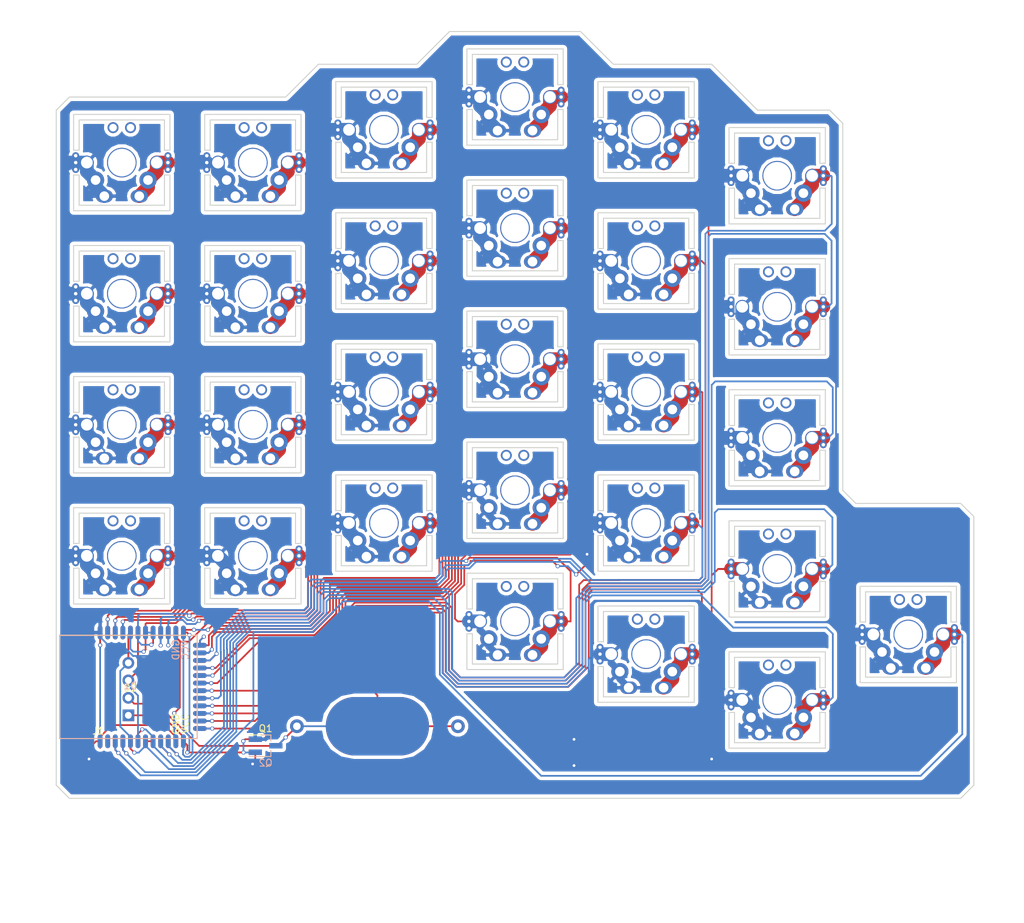
<source format=kicad_pcb>
(kicad_pcb (version 4) (host pcbnew 4.0.7)
  (layers (0 F.Cu signal) (31 B.Cu signal) (34 B.Paste user) (35 F.Paste user) (36 B.SilkS user) (37 F.SilkS user) (38 B.Mask user) (39 F.Mask user) (44 Edge.Cuts user))
  (net 0 "")
  (net 1 /GND_P)
  (net 2 /VCC)
  (net 3 GND)
  (net 4 /S11)
  (net 5 /S12)
  (net 6 /S13)
  (net 7 /S14)
  (net 8 /S21)
  (net 9 /S22)
  (net 10 /S23)
  (net 11 /S24)
  (net 12 /S31)
  (net 13 /S32)
  (net 14 /S33)
  (net 15 /S34)
  (net 16 /S41)
  (net 17 /S42)
  (net 18 /S43)
  (net 19 /S44)
  (net 20 /S45)
  (net 21 /S51)
  (net 22 /S52)
  (net 23 /S53)
  (net 24 /S54)
  (net 25 /S55)
  (net 26 /S61)
  (net 27 /S62)
  (net 28 /S63)
  (net 29 /S64)
  (net 30 /S65)
  (net 31 /S71)
  (net 32 /SWDIO)
  (net 33 /SWCLK)
  (net 34 "Net-(D1-PadNC)")
  (net 35 "Net-(D2-PadNC)")
  (module Atreus_Split:cherry (layer F.Cu) (at 152.4 106.68)
    (fp_text reference S71 hide)
    (fp_text value CHERRY_MX hide)
    (pad 0 thru_hole circle (at -1.27 -5.08) (size 1.6 1.6) (drill 1.1) (layers *.Cu *.Paste *.Mask))
    (pad 0 thru_hole circle (at 1.27 -5.08) (size 1.6 1.6) (drill 1.1) (layers *.Cu *.Paste *.Mask))
    (pad 2 thru_hole circle (at 6.7 1 180) (size 1 1) (drill 0.5) (layers *.Cu *.Paste *.Mask) (net 31 /S71))
    (pad 2 thru_hole circle (at 6.7 -1 180) (size 1 1) (drill 0.5) (layers *.Cu *.Paste *.Mask) (net 31 /S71))
    (pad 2 thru_hole circle (at 6.7 0 180) (size 1 1) (drill 0.5) (layers *.Cu *.Paste *.Mask) (net 31 /S71))
    (pad 0 thru_hole circle (at 0 0) (size 4.3 4.3) (drill 3.9878) (layers *.Cu *.Paste *.Mask))
    (pad 2 thru_hole circle (at 5.08 0) (size 2 2) (drill 1.7018) (layers *.Cu *.Paste *.Mask) (net 31 /S71))
    (pad 1 thru_hole circle (at -5.08 0) (size 2 2) (drill 1.7018) (layers *.Cu *.Paste *.Mask) (net 3 GND))
    (pad 2 thru_hole circle (at 3.81 2.54) (size 2.5 2.5) (drill 1.4) (layers *.Cu *.Paste *.Mask) (net 31 /S71))
    (pad 1 thru_hole oval (at -2.54 4.8768) (size 2.5 1.8) (drill 1.4) (layers *.Cu *.Paste *.Mask) (net 3 GND))
    (pad 1 thru_hole circle (at -3.81 2.54) (size 2.5 2.5) (drill 1.4) (layers *.Cu *.Paste *.Mask) (net 3 GND))
    (pad 2 thru_hole oval (at 2.54 4.8768) (size 2.5 1.8) (drill 1.4) (layers *.Cu *.Paste *.Mask) (net 31 /S71))
    (pad 1 thru_hole circle (at -6.7 0) (size 1 1) (drill 0.5) (layers *.Cu *.Paste *.Mask) (net 3 GND))
    (pad 1 thru_hole circle (at -6.7 1) (size 1 1) (drill 0.5) (layers *.Cu *.Paste *.Mask) (net 3 GND))
    (pad 1 thru_hole circle (at -6.7 -1) (size 1 1) (drill 0.5) (layers *.Cu *.Paste *.Mask) (net 3 GND))
  )
  (module Atreus_Split:cherry (layer F.Cu) (at 133.35 116.205)
    (fp_text reference S65 hide)
    (fp_text value CHERRY_MX hide)
    (pad 0 thru_hole circle (at -1.27 -5.08) (size 1.6 1.6) (drill 1.1) (layers *.Cu *.Paste *.Mask))
    (pad 0 thru_hole circle (at 1.27 -5.08) (size 1.6 1.6) (drill 1.1) (layers *.Cu *.Paste *.Mask))
    (pad 2 thru_hole circle (at 6.7 1 180) (size 1 1) (drill 0.5) (layers *.Cu *.Paste *.Mask) (net 30 /S65))
    (pad 2 thru_hole circle (at 6.7 -1 180) (size 1 1) (drill 0.5) (layers *.Cu *.Paste *.Mask) (net 30 /S65))
    (pad 2 thru_hole circle (at 6.7 0 180) (size 1 1) (drill 0.5) (layers *.Cu *.Paste *.Mask) (net 30 /S65))
    (pad 0 thru_hole circle (at 0 0) (size 4.3 4.3) (drill 3.9878) (layers *.Cu *.Paste *.Mask))
    (pad 2 thru_hole circle (at 5.08 0) (size 2 2) (drill 1.7018) (layers *.Cu *.Paste *.Mask) (net 30 /S65))
    (pad 1 thru_hole circle (at -5.08 0) (size 2 2) (drill 1.7018) (layers *.Cu *.Paste *.Mask) (net 3 GND))
    (pad 2 thru_hole circle (at 3.81 2.54) (size 2.5 2.5) (drill 1.4) (layers *.Cu *.Paste *.Mask) (net 30 /S65))
    (pad 1 thru_hole oval (at -2.54 4.8768) (size 2.5 1.8) (drill 1.4) (layers *.Cu *.Paste *.Mask) (net 3 GND))
    (pad 1 thru_hole circle (at -3.81 2.54) (size 2.5 2.5) (drill 1.4) (layers *.Cu *.Paste *.Mask) (net 3 GND))
    (pad 2 thru_hole oval (at 2.54 4.8768) (size 2.5 1.8) (drill 1.4) (layers *.Cu *.Paste *.Mask) (net 30 /S65))
    (pad 1 thru_hole circle (at -6.7 0) (size 1 1) (drill 0.5) (layers *.Cu *.Paste *.Mask) (net 3 GND))
    (pad 1 thru_hole circle (at -6.7 1) (size 1 1) (drill 0.5) (layers *.Cu *.Paste *.Mask) (net 3 GND))
    (pad 1 thru_hole circle (at -6.7 -1) (size 1 1) (drill 0.5) (layers *.Cu *.Paste *.Mask) (net 3 GND))
  )
  (module Atreus_Split:cherry (layer F.Cu) (at 38.1 38.1)
    (fp_text reference S11 hide)
    (fp_text value CHERRY_MX hide)
    (pad 0 thru_hole circle (at -1.27 -5.08) (size 1.6 1.6) (drill 1.1) (layers *.Cu *.Paste *.Mask))
    (pad 0 thru_hole circle (at 1.27 -5.08) (size 1.6 1.6) (drill 1.1) (layers *.Cu *.Paste *.Mask))
    (pad 2 thru_hole circle (at 6.7 1 180) (size 1 1) (drill 0.5) (layers *.Cu *.Paste *.Mask) (net 4 /S11))
    (pad 2 thru_hole circle (at 6.7 -1 180) (size 1 1) (drill 0.5) (layers *.Cu *.Paste *.Mask) (net 4 /S11))
    (pad 2 thru_hole circle (at 6.7 0 180) (size 1 1) (drill 0.5) (layers *.Cu *.Paste *.Mask) (net 4 /S11))
    (pad 0 thru_hole circle (at 0 0) (size 4.3 4.3) (drill 3.9878) (layers *.Cu *.Paste *.Mask))
    (pad 2 thru_hole circle (at 5.08 0) (size 2 2) (drill 1.7018) (layers *.Cu *.Paste *.Mask) (net 4 /S11))
    (pad 1 thru_hole circle (at -5.08 0) (size 2 2) (drill 1.7018) (layers *.Cu *.Paste *.Mask) (net 3 GND))
    (pad 2 thru_hole circle (at 3.81 2.54) (size 2.5 2.5) (drill 1.4) (layers *.Cu *.Paste *.Mask) (net 4 /S11))
    (pad 1 thru_hole oval (at -2.54 4.8768) (size 2.5 1.8) (drill 1.4) (layers *.Cu *.Paste *.Mask) (net 3 GND))
    (pad 1 thru_hole circle (at -3.81 2.54) (size 2.5 2.5) (drill 1.4) (layers *.Cu *.Paste *.Mask) (net 3 GND))
    (pad 2 thru_hole oval (at 2.54 4.8768) (size 2.5 1.8) (drill 1.4) (layers *.Cu *.Paste *.Mask) (net 4 /S11))
    (pad 1 thru_hole circle (at -6.7 0) (size 1 1) (drill 0.5) (layers *.Cu *.Paste *.Mask) (net 3 GND))
    (pad 1 thru_hole circle (at -6.7 1) (size 1 1) (drill 0.5) (layers *.Cu *.Paste *.Mask) (net 3 GND))
    (pad 1 thru_hole circle (at -6.7 -1) (size 1 1) (drill 0.5) (layers *.Cu *.Paste *.Mask) (net 3 GND))
  )
  (module Atreus_Split:cherry (layer F.Cu) (at 38.1 57.15)
    (fp_text reference S12 hide)
    (fp_text value CHERRY_MX hide)
    (pad 0 thru_hole circle (at -1.27 -5.08) (size 1.6 1.6) (drill 1.1) (layers *.Cu *.Paste *.Mask))
    (pad 0 thru_hole circle (at 1.27 -5.08) (size 1.6 1.6) (drill 1.1) (layers *.Cu *.Paste *.Mask))
    (pad 2 thru_hole circle (at 6.7 1 180) (size 1 1) (drill 0.5) (layers *.Cu *.Paste *.Mask) (net 5 /S12))
    (pad 2 thru_hole circle (at 6.7 -1 180) (size 1 1) (drill 0.5) (layers *.Cu *.Paste *.Mask) (net 5 /S12))
    (pad 2 thru_hole circle (at 6.7 0 180) (size 1 1) (drill 0.5) (layers *.Cu *.Paste *.Mask) (net 5 /S12))
    (pad 0 thru_hole circle (at 0 0) (size 4.3 4.3) (drill 3.9878) (layers *.Cu *.Paste *.Mask))
    (pad 2 thru_hole circle (at 5.08 0) (size 2 2) (drill 1.7018) (layers *.Cu *.Paste *.Mask) (net 5 /S12))
    (pad 1 thru_hole circle (at -5.08 0) (size 2 2) (drill 1.7018) (layers *.Cu *.Paste *.Mask) (net 3 GND))
    (pad 2 thru_hole circle (at 3.81 2.54) (size 2.5 2.5) (drill 1.4) (layers *.Cu *.Paste *.Mask) (net 5 /S12))
    (pad 1 thru_hole oval (at -2.54 4.8768) (size 2.5 1.8) (drill 1.4) (layers *.Cu *.Paste *.Mask) (net 3 GND))
    (pad 1 thru_hole circle (at -3.81 2.54) (size 2.5 2.5) (drill 1.4) (layers *.Cu *.Paste *.Mask) (net 3 GND))
    (pad 2 thru_hole oval (at 2.54 4.8768) (size 2.5 1.8) (drill 1.4) (layers *.Cu *.Paste *.Mask) (net 5 /S12))
    (pad 1 thru_hole circle (at -6.7 0) (size 1 1) (drill 0.5) (layers *.Cu *.Paste *.Mask) (net 3 GND))
    (pad 1 thru_hole circle (at -6.7 1) (size 1 1) (drill 0.5) (layers *.Cu *.Paste *.Mask) (net 3 GND))
    (pad 1 thru_hole circle (at -6.7 -1) (size 1 1) (drill 0.5) (layers *.Cu *.Paste *.Mask) (net 3 GND))
  )
  (module Atreus_Split:cherry (layer F.Cu) (at 38.1 76.2)
    (fp_text reference S13 hide)
    (fp_text value CHERRY_MX hide)
    (pad 0 thru_hole circle (at -1.27 -5.08) (size 1.6 1.6) (drill 1.1) (layers *.Cu *.Paste *.Mask))
    (pad 0 thru_hole circle (at 1.27 -5.08) (size 1.6 1.6) (drill 1.1) (layers *.Cu *.Paste *.Mask))
    (pad 2 thru_hole circle (at 6.7 1 180) (size 1 1) (drill 0.5) (layers *.Cu *.Paste *.Mask) (net 6 /S13))
    (pad 2 thru_hole circle (at 6.7 -1 180) (size 1 1) (drill 0.5) (layers *.Cu *.Paste *.Mask) (net 6 /S13))
    (pad 2 thru_hole circle (at 6.7 0 180) (size 1 1) (drill 0.5) (layers *.Cu *.Paste *.Mask) (net 6 /S13))
    (pad 0 thru_hole circle (at 0 0) (size 4.3 4.3) (drill 3.9878) (layers *.Cu *.Paste *.Mask))
    (pad 2 thru_hole circle (at 5.08 0) (size 2 2) (drill 1.7018) (layers *.Cu *.Paste *.Mask) (net 6 /S13))
    (pad 1 thru_hole circle (at -5.08 0) (size 2 2) (drill 1.7018) (layers *.Cu *.Paste *.Mask) (net 3 GND))
    (pad 2 thru_hole circle (at 3.81 2.54) (size 2.5 2.5) (drill 1.4) (layers *.Cu *.Paste *.Mask) (net 6 /S13))
    (pad 1 thru_hole oval (at -2.54 4.8768) (size 2.5 1.8) (drill 1.4) (layers *.Cu *.Paste *.Mask) (net 3 GND))
    (pad 1 thru_hole circle (at -3.81 2.54) (size 2.5 2.5) (drill 1.4) (layers *.Cu *.Paste *.Mask) (net 3 GND))
    (pad 2 thru_hole oval (at 2.54 4.8768) (size 2.5 1.8) (drill 1.4) (layers *.Cu *.Paste *.Mask) (net 6 /S13))
    (pad 1 thru_hole circle (at -6.7 0) (size 1 1) (drill 0.5) (layers *.Cu *.Paste *.Mask) (net 3 GND))
    (pad 1 thru_hole circle (at -6.7 1) (size 1 1) (drill 0.5) (layers *.Cu *.Paste *.Mask) (net 3 GND))
    (pad 1 thru_hole circle (at -6.7 -1) (size 1 1) (drill 0.5) (layers *.Cu *.Paste *.Mask) (net 3 GND))
  )
  (module Atreus_Split:cherry (layer F.Cu) (at 38.1 95.25)
    (fp_text reference S14 hide)
    (fp_text value CHERRY_MX hide)
    (pad 0 thru_hole circle (at -1.27 -5.08) (size 1.6 1.6) (drill 1.1) (layers *.Cu *.Paste *.Mask))
    (pad 0 thru_hole circle (at 1.27 -5.08) (size 1.6 1.6) (drill 1.1) (layers *.Cu *.Paste *.Mask))
    (pad 2 thru_hole circle (at 6.7 1 180) (size 1 1) (drill 0.5) (layers *.Cu *.Paste *.Mask) (net 7 /S14))
    (pad 2 thru_hole circle (at 6.7 -1 180) (size 1 1) (drill 0.5) (layers *.Cu *.Paste *.Mask) (net 7 /S14))
    (pad 2 thru_hole circle (at 6.7 0 180) (size 1 1) (drill 0.5) (layers *.Cu *.Paste *.Mask) (net 7 /S14))
    (pad 0 thru_hole circle (at 0 0) (size 4.3 4.3) (drill 3.9878) (layers *.Cu *.Paste *.Mask))
    (pad 2 thru_hole circle (at 5.08 0) (size 2 2) (drill 1.7018) (layers *.Cu *.Paste *.Mask) (net 7 /S14))
    (pad 1 thru_hole circle (at -5.08 0) (size 2 2) (drill 1.7018) (layers *.Cu *.Paste *.Mask) (net 3 GND))
    (pad 2 thru_hole circle (at 3.81 2.54) (size 2.5 2.5) (drill 1.4) (layers *.Cu *.Paste *.Mask) (net 7 /S14))
    (pad 1 thru_hole oval (at -2.54 4.8768) (size 2.5 1.8) (drill 1.4) (layers *.Cu *.Paste *.Mask) (net 3 GND))
    (pad 1 thru_hole circle (at -3.81 2.54) (size 2.5 2.5) (drill 1.4) (layers *.Cu *.Paste *.Mask) (net 3 GND))
    (pad 2 thru_hole oval (at 2.54 4.8768) (size 2.5 1.8) (drill 1.4) (layers *.Cu *.Paste *.Mask) (net 7 /S14))
    (pad 1 thru_hole circle (at -6.7 0) (size 1 1) (drill 0.5) (layers *.Cu *.Paste *.Mask) (net 3 GND))
    (pad 1 thru_hole circle (at -6.7 1) (size 1 1) (drill 0.5) (layers *.Cu *.Paste *.Mask) (net 3 GND))
    (pad 1 thru_hole circle (at -6.7 -1) (size 1 1) (drill 0.5) (layers *.Cu *.Paste *.Mask) (net 3 GND))
  )
  (module Atreus_Split:cherry (layer F.Cu) (at 57.15 38.1)
    (fp_text reference S21 hide)
    (fp_text value CHERRY_MX hide)
    (pad 0 thru_hole circle (at -1.27 -5.08) (size 1.6 1.6) (drill 1.1) (layers *.Cu *.Paste *.Mask))
    (pad 0 thru_hole circle (at 1.27 -5.08) (size 1.6 1.6) (drill 1.1) (layers *.Cu *.Paste *.Mask))
    (pad 2 thru_hole circle (at 6.7 1 180) (size 1 1) (drill 0.5) (layers *.Cu *.Paste *.Mask) (net 8 /S21))
    (pad 2 thru_hole circle (at 6.7 -1 180) (size 1 1) (drill 0.5) (layers *.Cu *.Paste *.Mask) (net 8 /S21))
    (pad 2 thru_hole circle (at 6.7 0 180) (size 1 1) (drill 0.5) (layers *.Cu *.Paste *.Mask) (net 8 /S21))
    (pad 0 thru_hole circle (at 0 0) (size 4.3 4.3) (drill 3.9878) (layers *.Cu *.Paste *.Mask))
    (pad 2 thru_hole circle (at 5.08 0) (size 2 2) (drill 1.7018) (layers *.Cu *.Paste *.Mask) (net 8 /S21))
    (pad 1 thru_hole circle (at -5.08 0) (size 2 2) (drill 1.7018) (layers *.Cu *.Paste *.Mask) (net 3 GND))
    (pad 2 thru_hole circle (at 3.81 2.54) (size 2.5 2.5) (drill 1.4) (layers *.Cu *.Paste *.Mask) (net 8 /S21))
    (pad 1 thru_hole oval (at -2.54 4.8768) (size 2.5 1.8) (drill 1.4) (layers *.Cu *.Paste *.Mask) (net 3 GND))
    (pad 1 thru_hole circle (at -3.81 2.54) (size 2.5 2.5) (drill 1.4) (layers *.Cu *.Paste *.Mask) (net 3 GND))
    (pad 2 thru_hole oval (at 2.54 4.8768) (size 2.5 1.8) (drill 1.4) (layers *.Cu *.Paste *.Mask) (net 8 /S21))
    (pad 1 thru_hole circle (at -6.7 0) (size 1 1) (drill 0.5) (layers *.Cu *.Paste *.Mask) (net 3 GND))
    (pad 1 thru_hole circle (at -6.7 1) (size 1 1) (drill 0.5) (layers *.Cu *.Paste *.Mask) (net 3 GND))
    (pad 1 thru_hole circle (at -6.7 -1) (size 1 1) (drill 0.5) (layers *.Cu *.Paste *.Mask) (net 3 GND))
  )
  (module Atreus_Split:cherry (layer F.Cu) (at 57.15 57.15)
    (fp_text reference S22 hide)
    (fp_text value CHERRY_MX hide)
    (pad 0 thru_hole circle (at -1.27 -5.08) (size 1.6 1.6) (drill 1.1) (layers *.Cu *.Paste *.Mask))
    (pad 0 thru_hole circle (at 1.27 -5.08) (size 1.6 1.6) (drill 1.1) (layers *.Cu *.Paste *.Mask))
    (pad 2 thru_hole circle (at 6.7 1 180) (size 1 1) (drill 0.5) (layers *.Cu *.Paste *.Mask) (net 9 /S22))
    (pad 2 thru_hole circle (at 6.7 -1 180) (size 1 1) (drill 0.5) (layers *.Cu *.Paste *.Mask) (net 9 /S22))
    (pad 2 thru_hole circle (at 6.7 0 180) (size 1 1) (drill 0.5) (layers *.Cu *.Paste *.Mask) (net 9 /S22))
    (pad 0 thru_hole circle (at 0 0) (size 4.3 4.3) (drill 3.9878) (layers *.Cu *.Paste *.Mask))
    (pad 2 thru_hole circle (at 5.08 0) (size 2 2) (drill 1.7018) (layers *.Cu *.Paste *.Mask) (net 9 /S22))
    (pad 1 thru_hole circle (at -5.08 0) (size 2 2) (drill 1.7018) (layers *.Cu *.Paste *.Mask) (net 3 GND))
    (pad 2 thru_hole circle (at 3.81 2.54) (size 2.5 2.5) (drill 1.4) (layers *.Cu *.Paste *.Mask) (net 9 /S22))
    (pad 1 thru_hole oval (at -2.54 4.8768) (size 2.5 1.8) (drill 1.4) (layers *.Cu *.Paste *.Mask) (net 3 GND))
    (pad 1 thru_hole circle (at -3.81 2.54) (size 2.5 2.5) (drill 1.4) (layers *.Cu *.Paste *.Mask) (net 3 GND))
    (pad 2 thru_hole oval (at 2.54 4.8768) (size 2.5 1.8) (drill 1.4) (layers *.Cu *.Paste *.Mask) (net 9 /S22))
    (pad 1 thru_hole circle (at -6.7 0) (size 1 1) (drill 0.5) (layers *.Cu *.Paste *.Mask) (net 3 GND))
    (pad 1 thru_hole circle (at -6.7 1) (size 1 1) (drill 0.5) (layers *.Cu *.Paste *.Mask) (net 3 GND))
    (pad 1 thru_hole circle (at -6.7 -1) (size 1 1) (drill 0.5) (layers *.Cu *.Paste *.Mask) (net 3 GND))
  )
  (module Atreus_Split:cherry (layer F.Cu) (at 57.15 76.2)
    (fp_text reference S23 hide)
    (fp_text value CHERRY_MX hide)
    (pad 0 thru_hole circle (at -1.27 -5.08) (size 1.6 1.6) (drill 1.1) (layers *.Cu *.Paste *.Mask))
    (pad 0 thru_hole circle (at 1.27 -5.08) (size 1.6 1.6) (drill 1.1) (layers *.Cu *.Paste *.Mask))
    (pad 2 thru_hole circle (at 6.7 1 180) (size 1 1) (drill 0.5) (layers *.Cu *.Paste *.Mask) (net 10 /S23))
    (pad 2 thru_hole circle (at 6.7 -1 180) (size 1 1) (drill 0.5) (layers *.Cu *.Paste *.Mask) (net 10 /S23))
    (pad 2 thru_hole circle (at 6.7 0 180) (size 1 1) (drill 0.5) (layers *.Cu *.Paste *.Mask) (net 10 /S23))
    (pad 0 thru_hole circle (at 0 0) (size 4.3 4.3) (drill 3.9878) (layers *.Cu *.Paste *.Mask))
    (pad 2 thru_hole circle (at 5.08 0) (size 2 2) (drill 1.7018) (layers *.Cu *.Paste *.Mask) (net 10 /S23))
    (pad 1 thru_hole circle (at -5.08 0) (size 2 2) (drill 1.7018) (layers *.Cu *.Paste *.Mask) (net 3 GND))
    (pad 2 thru_hole circle (at 3.81 2.54) (size 2.5 2.5) (drill 1.4) (layers *.Cu *.Paste *.Mask) (net 10 /S23))
    (pad 1 thru_hole oval (at -2.54 4.8768) (size 2.5 1.8) (drill 1.4) (layers *.Cu *.Paste *.Mask) (net 3 GND))
    (pad 1 thru_hole circle (at -3.81 2.54) (size 2.5 2.5) (drill 1.4) (layers *.Cu *.Paste *.Mask) (net 3 GND))
    (pad 2 thru_hole oval (at 2.54 4.8768) (size 2.5 1.8) (drill 1.4) (layers *.Cu *.Paste *.Mask) (net 10 /S23))
    (pad 1 thru_hole circle (at -6.7 0) (size 1 1) (drill 0.5) (layers *.Cu *.Paste *.Mask) (net 3 GND))
    (pad 1 thru_hole circle (at -6.7 1) (size 1 1) (drill 0.5) (layers *.Cu *.Paste *.Mask) (net 3 GND))
    (pad 1 thru_hole circle (at -6.7 -1) (size 1 1) (drill 0.5) (layers *.Cu *.Paste *.Mask) (net 3 GND))
  )
  (module Atreus_Split:cherry (layer F.Cu) (at 57.15 95.25)
    (fp_text reference S24 hide)
    (fp_text value CHERRY_MX hide)
    (pad 0 thru_hole circle (at -1.27 -5.08) (size 1.6 1.6) (drill 1.1) (layers *.Cu *.Paste *.Mask))
    (pad 0 thru_hole circle (at 1.27 -5.08) (size 1.6 1.6) (drill 1.1) (layers *.Cu *.Paste *.Mask))
    (pad 2 thru_hole circle (at 6.7 1 180) (size 1 1) (drill 0.5) (layers *.Cu *.Paste *.Mask) (net 11 /S24))
    (pad 2 thru_hole circle (at 6.7 -1 180) (size 1 1) (drill 0.5) (layers *.Cu *.Paste *.Mask) (net 11 /S24))
    (pad 2 thru_hole circle (at 6.7 0 180) (size 1 1) (drill 0.5) (layers *.Cu *.Paste *.Mask) (net 11 /S24))
    (pad 0 thru_hole circle (at 0 0) (size 4.3 4.3) (drill 3.9878) (layers *.Cu *.Paste *.Mask))
    (pad 2 thru_hole circle (at 5.08 0) (size 2 2) (drill 1.7018) (layers *.Cu *.Paste *.Mask) (net 11 /S24))
    (pad 1 thru_hole circle (at -5.08 0) (size 2 2) (drill 1.7018) (layers *.Cu *.Paste *.Mask) (net 3 GND))
    (pad 2 thru_hole circle (at 3.81 2.54) (size 2.5 2.5) (drill 1.4) (layers *.Cu *.Paste *.Mask) (net 11 /S24))
    (pad 1 thru_hole oval (at -2.54 4.8768) (size 2.5 1.8) (drill 1.4) (layers *.Cu *.Paste *.Mask) (net 3 GND))
    (pad 1 thru_hole circle (at -3.81 2.54) (size 2.5 2.5) (drill 1.4) (layers *.Cu *.Paste *.Mask) (net 3 GND))
    (pad 2 thru_hole oval (at 2.54 4.8768) (size 2.5 1.8) (drill 1.4) (layers *.Cu *.Paste *.Mask) (net 11 /S24))
    (pad 1 thru_hole circle (at -6.7 0) (size 1 1) (drill 0.5) (layers *.Cu *.Paste *.Mask) (net 3 GND))
    (pad 1 thru_hole circle (at -6.7 1) (size 1 1) (drill 0.5) (layers *.Cu *.Paste *.Mask) (net 3 GND))
    (pad 1 thru_hole circle (at -6.7 -1) (size 1 1) (drill 0.5) (layers *.Cu *.Paste *.Mask) (net 3 GND))
  )
  (module Atreus_Split:cherry (layer F.Cu) (at 76.2 33.3375)
    (fp_text reference S31 hide)
    (fp_text value CHERRY_MX hide)
    (pad 0 thru_hole circle (at -1.27 -5.08) (size 1.6 1.6) (drill 1.1) (layers *.Cu *.Paste *.Mask))
    (pad 0 thru_hole circle (at 1.27 -5.08) (size 1.6 1.6) (drill 1.1) (layers *.Cu *.Paste *.Mask))
    (pad 2 thru_hole circle (at 6.7 1 180) (size 1 1) (drill 0.5) (layers *.Cu *.Paste *.Mask) (net 12 /S31))
    (pad 2 thru_hole circle (at 6.7 -1 180) (size 1 1) (drill 0.5) (layers *.Cu *.Paste *.Mask) (net 12 /S31))
    (pad 2 thru_hole circle (at 6.7 0 180) (size 1 1) (drill 0.5) (layers *.Cu *.Paste *.Mask) (net 12 /S31))
    (pad 0 thru_hole circle (at 0 0) (size 4.3 4.3) (drill 3.9878) (layers *.Cu *.Paste *.Mask))
    (pad 2 thru_hole circle (at 5.08 0) (size 2 2) (drill 1.7018) (layers *.Cu *.Paste *.Mask) (net 12 /S31))
    (pad 1 thru_hole circle (at -5.08 0) (size 2 2) (drill 1.7018) (layers *.Cu *.Paste *.Mask) (net 3 GND))
    (pad 2 thru_hole circle (at 3.81 2.54) (size 2.5 2.5) (drill 1.4) (layers *.Cu *.Paste *.Mask) (net 12 /S31))
    (pad 1 thru_hole oval (at -2.54 4.8768) (size 2.5 1.8) (drill 1.4) (layers *.Cu *.Paste *.Mask) (net 3 GND))
    (pad 1 thru_hole circle (at -3.81 2.54) (size 2.5 2.5) (drill 1.4) (layers *.Cu *.Paste *.Mask) (net 3 GND))
    (pad 2 thru_hole oval (at 2.54 4.8768) (size 2.5 1.8) (drill 1.4) (layers *.Cu *.Paste *.Mask) (net 12 /S31))
    (pad 1 thru_hole circle (at -6.7 0) (size 1 1) (drill 0.5) (layers *.Cu *.Paste *.Mask) (net 3 GND))
    (pad 1 thru_hole circle (at -6.7 1) (size 1 1) (drill 0.5) (layers *.Cu *.Paste *.Mask) (net 3 GND))
    (pad 1 thru_hole circle (at -6.7 -1) (size 1 1) (drill 0.5) (layers *.Cu *.Paste *.Mask) (net 3 GND))
  )
  (module Atreus_Split:cherry (layer F.Cu) (at 76.2 52.3875)
    (fp_text reference S32 hide)
    (fp_text value CHERRY_MX hide)
    (pad 0 thru_hole circle (at -1.27 -5.08) (size 1.6 1.6) (drill 1.1) (layers *.Cu *.Paste *.Mask))
    (pad 0 thru_hole circle (at 1.27 -5.08) (size 1.6 1.6) (drill 1.1) (layers *.Cu *.Paste *.Mask))
    (pad 2 thru_hole circle (at 6.7 1 180) (size 1 1) (drill 0.5) (layers *.Cu *.Paste *.Mask) (net 13 /S32))
    (pad 2 thru_hole circle (at 6.7 -1 180) (size 1 1) (drill 0.5) (layers *.Cu *.Paste *.Mask) (net 13 /S32))
    (pad 2 thru_hole circle (at 6.7 0 180) (size 1 1) (drill 0.5) (layers *.Cu *.Paste *.Mask) (net 13 /S32))
    (pad 0 thru_hole circle (at 0 0) (size 4.3 4.3) (drill 3.9878) (layers *.Cu *.Paste *.Mask))
    (pad 2 thru_hole circle (at 5.08 0) (size 2 2) (drill 1.7018) (layers *.Cu *.Paste *.Mask) (net 13 /S32))
    (pad 1 thru_hole circle (at -5.08 0) (size 2 2) (drill 1.7018) (layers *.Cu *.Paste *.Mask) (net 3 GND))
    (pad 2 thru_hole circle (at 3.81 2.54) (size 2.5 2.5) (drill 1.4) (layers *.Cu *.Paste *.Mask) (net 13 /S32))
    (pad 1 thru_hole oval (at -2.54 4.8768) (size 2.5 1.8) (drill 1.4) (layers *.Cu *.Paste *.Mask) (net 3 GND))
    (pad 1 thru_hole circle (at -3.81 2.54) (size 2.5 2.5) (drill 1.4) (layers *.Cu *.Paste *.Mask) (net 3 GND))
    (pad 2 thru_hole oval (at 2.54 4.8768) (size 2.5 1.8) (drill 1.4) (layers *.Cu *.Paste *.Mask) (net 13 /S32))
    (pad 1 thru_hole circle (at -6.7 0) (size 1 1) (drill 0.5) (layers *.Cu *.Paste *.Mask) (net 3 GND))
    (pad 1 thru_hole circle (at -6.7 1) (size 1 1) (drill 0.5) (layers *.Cu *.Paste *.Mask) (net 3 GND))
    (pad 1 thru_hole circle (at -6.7 -1) (size 1 1) (drill 0.5) (layers *.Cu *.Paste *.Mask) (net 3 GND))
  )
  (module Atreus_Split:cherry (layer F.Cu) (at 76.2 71.4375)
    (fp_text reference S33 hide)
    (fp_text value CHERRY_MX hide)
    (pad 0 thru_hole circle (at -1.27 -5.08) (size 1.6 1.6) (drill 1.1) (layers *.Cu *.Paste *.Mask))
    (pad 0 thru_hole circle (at 1.27 -5.08) (size 1.6 1.6) (drill 1.1) (layers *.Cu *.Paste *.Mask))
    (pad 2 thru_hole circle (at 6.7 1 180) (size 1 1) (drill 0.5) (layers *.Cu *.Paste *.Mask) (net 14 /S33))
    (pad 2 thru_hole circle (at 6.7 -1 180) (size 1 1) (drill 0.5) (layers *.Cu *.Paste *.Mask) (net 14 /S33))
    (pad 2 thru_hole circle (at 6.7 0 180) (size 1 1) (drill 0.5) (layers *.Cu *.Paste *.Mask) (net 14 /S33))
    (pad 0 thru_hole circle (at 0 0) (size 4.3 4.3) (drill 3.9878) (layers *.Cu *.Paste *.Mask))
    (pad 2 thru_hole circle (at 5.08 0) (size 2 2) (drill 1.7018) (layers *.Cu *.Paste *.Mask) (net 14 /S33))
    (pad 1 thru_hole circle (at -5.08 0) (size 2 2) (drill 1.7018) (layers *.Cu *.Paste *.Mask) (net 3 GND))
    (pad 2 thru_hole circle (at 3.81 2.54) (size 2.5 2.5) (drill 1.4) (layers *.Cu *.Paste *.Mask) (net 14 /S33))
    (pad 1 thru_hole oval (at -2.54 4.8768) (size 2.5 1.8) (drill 1.4) (layers *.Cu *.Paste *.Mask) (net 3 GND))
    (pad 1 thru_hole circle (at -3.81 2.54) (size 2.5 2.5) (drill 1.4) (layers *.Cu *.Paste *.Mask) (net 3 GND))
    (pad 2 thru_hole oval (at 2.54 4.8768) (size 2.5 1.8) (drill 1.4) (layers *.Cu *.Paste *.Mask) (net 14 /S33))
    (pad 1 thru_hole circle (at -6.7 0) (size 1 1) (drill 0.5) (layers *.Cu *.Paste *.Mask) (net 3 GND))
    (pad 1 thru_hole circle (at -6.7 1) (size 1 1) (drill 0.5) (layers *.Cu *.Paste *.Mask) (net 3 GND))
    (pad 1 thru_hole circle (at -6.7 -1) (size 1 1) (drill 0.5) (layers *.Cu *.Paste *.Mask) (net 3 GND))
  )
  (module Atreus_Split:cherry (layer F.Cu) (at 76.2 90.4875)
    (fp_text reference S34 hide)
    (fp_text value CHERRY_MX hide)
    (pad 0 thru_hole circle (at -1.27 -5.08) (size 1.6 1.6) (drill 1.1) (layers *.Cu *.Paste *.Mask))
    (pad 0 thru_hole circle (at 1.27 -5.08) (size 1.6 1.6) (drill 1.1) (layers *.Cu *.Paste *.Mask))
    (pad 2 thru_hole circle (at 6.7 1 180) (size 1 1) (drill 0.5) (layers *.Cu *.Paste *.Mask) (net 15 /S34))
    (pad 2 thru_hole circle (at 6.7 -1 180) (size 1 1) (drill 0.5) (layers *.Cu *.Paste *.Mask) (net 15 /S34))
    (pad 2 thru_hole circle (at 6.7 0 180) (size 1 1) (drill 0.5) (layers *.Cu *.Paste *.Mask) (net 15 /S34))
    (pad 0 thru_hole circle (at 0 0) (size 4.3 4.3) (drill 3.9878) (layers *.Cu *.Paste *.Mask))
    (pad 2 thru_hole circle (at 5.08 0) (size 2 2) (drill 1.7018) (layers *.Cu *.Paste *.Mask) (net 15 /S34))
    (pad 1 thru_hole circle (at -5.08 0) (size 2 2) (drill 1.7018) (layers *.Cu *.Paste *.Mask) (net 3 GND))
    (pad 2 thru_hole circle (at 3.81 2.54) (size 2.5 2.5) (drill 1.4) (layers *.Cu *.Paste *.Mask) (net 15 /S34))
    (pad 1 thru_hole oval (at -2.54 4.8768) (size 2.5 1.8) (drill 1.4) (layers *.Cu *.Paste *.Mask) (net 3 GND))
    (pad 1 thru_hole circle (at -3.81 2.54) (size 2.5 2.5) (drill 1.4) (layers *.Cu *.Paste *.Mask) (net 3 GND))
    (pad 2 thru_hole oval (at 2.54 4.8768) (size 2.5 1.8) (drill 1.4) (layers *.Cu *.Paste *.Mask) (net 15 /S34))
    (pad 1 thru_hole circle (at -6.7 0) (size 1 1) (drill 0.5) (layers *.Cu *.Paste *.Mask) (net 3 GND))
    (pad 1 thru_hole circle (at -6.7 1) (size 1 1) (drill 0.5) (layers *.Cu *.Paste *.Mask) (net 3 GND))
    (pad 1 thru_hole circle (at -6.7 -1) (size 1 1) (drill 0.5) (layers *.Cu *.Paste *.Mask) (net 3 GND))
  )
  (module Atreus_Split:cherry (layer F.Cu) (at 95.25 28.575)
    (fp_text reference S41 hide)
    (fp_text value CHERRY_MX hide)
    (pad 0 thru_hole circle (at -1.27 -5.08) (size 1.6 1.6) (drill 1.1) (layers *.Cu *.Paste *.Mask))
    (pad 0 thru_hole circle (at 1.27 -5.08) (size 1.6 1.6) (drill 1.1) (layers *.Cu *.Paste *.Mask))
    (pad 2 thru_hole circle (at 6.7 1 180) (size 1 1) (drill 0.5) (layers *.Cu *.Paste *.Mask) (net 16 /S41))
    (pad 2 thru_hole circle (at 6.7 -1 180) (size 1 1) (drill 0.5) (layers *.Cu *.Paste *.Mask) (net 16 /S41))
    (pad 2 thru_hole circle (at 6.7 0 180) (size 1 1) (drill 0.5) (layers *.Cu *.Paste *.Mask) (net 16 /S41))
    (pad 0 thru_hole circle (at 0 0) (size 4.3 4.3) (drill 3.9878) (layers *.Cu *.Paste *.Mask))
    (pad 2 thru_hole circle (at 5.08 0) (size 2 2) (drill 1.7018) (layers *.Cu *.Paste *.Mask) (net 16 /S41))
    (pad 1 thru_hole circle (at -5.08 0) (size 2 2) (drill 1.7018) (layers *.Cu *.Paste *.Mask) (net 3 GND))
    (pad 2 thru_hole circle (at 3.81 2.54) (size 2.5 2.5) (drill 1.4) (layers *.Cu *.Paste *.Mask) (net 16 /S41))
    (pad 1 thru_hole oval (at -2.54 4.8768) (size 2.5 1.8) (drill 1.4) (layers *.Cu *.Paste *.Mask) (net 3 GND))
    (pad 1 thru_hole circle (at -3.81 2.54) (size 2.5 2.5) (drill 1.4) (layers *.Cu *.Paste *.Mask) (net 3 GND))
    (pad 2 thru_hole oval (at 2.54 4.8768) (size 2.5 1.8) (drill 1.4) (layers *.Cu *.Paste *.Mask) (net 16 /S41))
    (pad 1 thru_hole circle (at -6.7 0) (size 1 1) (drill 0.5) (layers *.Cu *.Paste *.Mask) (net 3 GND))
    (pad 1 thru_hole circle (at -6.7 1) (size 1 1) (drill 0.5) (layers *.Cu *.Paste *.Mask) (net 3 GND))
    (pad 1 thru_hole circle (at -6.7 -1) (size 1 1) (drill 0.5) (layers *.Cu *.Paste *.Mask) (net 3 GND))
  )
  (module Atreus_Split:cherry (layer F.Cu) (at 95.25 47.625)
    (fp_text reference S42 hide)
    (fp_text value CHERRY_MX hide)
    (pad 0 thru_hole circle (at -1.27 -5.08) (size 1.6 1.6) (drill 1.1) (layers *.Cu *.Paste *.Mask))
    (pad 0 thru_hole circle (at 1.27 -5.08) (size 1.6 1.6) (drill 1.1) (layers *.Cu *.Paste *.Mask))
    (pad 2 thru_hole circle (at 6.7 1 180) (size 1 1) (drill 0.5) (layers *.Cu *.Paste *.Mask) (net 17 /S42))
    (pad 2 thru_hole circle (at 6.7 -1 180) (size 1 1) (drill 0.5) (layers *.Cu *.Paste *.Mask) (net 17 /S42))
    (pad 2 thru_hole circle (at 6.7 0 180) (size 1 1) (drill 0.5) (layers *.Cu *.Paste *.Mask) (net 17 /S42))
    (pad 0 thru_hole circle (at 0 0) (size 4.3 4.3) (drill 3.9878) (layers *.Cu *.Paste *.Mask))
    (pad 2 thru_hole circle (at 5.08 0) (size 2 2) (drill 1.7018) (layers *.Cu *.Paste *.Mask) (net 17 /S42))
    (pad 1 thru_hole circle (at -5.08 0) (size 2 2) (drill 1.7018) (layers *.Cu *.Paste *.Mask) (net 3 GND))
    (pad 2 thru_hole circle (at 3.81 2.54) (size 2.5 2.5) (drill 1.4) (layers *.Cu *.Paste *.Mask) (net 17 /S42))
    (pad 1 thru_hole oval (at -2.54 4.8768) (size 2.5 1.8) (drill 1.4) (layers *.Cu *.Paste *.Mask) (net 3 GND))
    (pad 1 thru_hole circle (at -3.81 2.54) (size 2.5 2.5) (drill 1.4) (layers *.Cu *.Paste *.Mask) (net 3 GND))
    (pad 2 thru_hole oval (at 2.54 4.8768) (size 2.5 1.8) (drill 1.4) (layers *.Cu *.Paste *.Mask) (net 17 /S42))
    (pad 1 thru_hole circle (at -6.7 0) (size 1 1) (drill 0.5) (layers *.Cu *.Paste *.Mask) (net 3 GND))
    (pad 1 thru_hole circle (at -6.7 1) (size 1 1) (drill 0.5) (layers *.Cu *.Paste *.Mask) (net 3 GND))
    (pad 1 thru_hole circle (at -6.7 -1) (size 1 1) (drill 0.5) (layers *.Cu *.Paste *.Mask) (net 3 GND))
  )
  (module Atreus_Split:cherry (layer F.Cu) (at 95.25 66.675)
    (fp_text reference S43 hide)
    (fp_text value CHERRY_MX hide)
    (pad 0 thru_hole circle (at -1.27 -5.08) (size 1.6 1.6) (drill 1.1) (layers *.Cu *.Paste *.Mask))
    (pad 0 thru_hole circle (at 1.27 -5.08) (size 1.6 1.6) (drill 1.1) (layers *.Cu *.Paste *.Mask))
    (pad 2 thru_hole circle (at 6.7 1 180) (size 1 1) (drill 0.5) (layers *.Cu *.Paste *.Mask) (net 18 /S43))
    (pad 2 thru_hole circle (at 6.7 -1 180) (size 1 1) (drill 0.5) (layers *.Cu *.Paste *.Mask) (net 18 /S43))
    (pad 2 thru_hole circle (at 6.7 0 180) (size 1 1) (drill 0.5) (layers *.Cu *.Paste *.Mask) (net 18 /S43))
    (pad 0 thru_hole circle (at 0 0) (size 4.3 4.3) (drill 3.9878) (layers *.Cu *.Paste *.Mask))
    (pad 2 thru_hole circle (at 5.08 0) (size 2 2) (drill 1.7018) (layers *.Cu *.Paste *.Mask) (net 18 /S43))
    (pad 1 thru_hole circle (at -5.08 0) (size 2 2) (drill 1.7018) (layers *.Cu *.Paste *.Mask) (net 3 GND))
    (pad 2 thru_hole circle (at 3.81 2.54) (size 2.5 2.5) (drill 1.4) (layers *.Cu *.Paste *.Mask) (net 18 /S43))
    (pad 1 thru_hole oval (at -2.54 4.8768) (size 2.5 1.8) (drill 1.4) (layers *.Cu *.Paste *.Mask) (net 3 GND))
    (pad 1 thru_hole circle (at -3.81 2.54) (size 2.5 2.5) (drill 1.4) (layers *.Cu *.Paste *.Mask) (net 3 GND))
    (pad 2 thru_hole oval (at 2.54 4.8768) (size 2.5 1.8) (drill 1.4) (layers *.Cu *.Paste *.Mask) (net 18 /S43))
    (pad 1 thru_hole circle (at -6.7 0) (size 1 1) (drill 0.5) (layers *.Cu *.Paste *.Mask) (net 3 GND))
    (pad 1 thru_hole circle (at -6.7 1) (size 1 1) (drill 0.5) (layers *.Cu *.Paste *.Mask) (net 3 GND))
    (pad 1 thru_hole circle (at -6.7 -1) (size 1 1) (drill 0.5) (layers *.Cu *.Paste *.Mask) (net 3 GND))
  )
  (module Atreus_Split:cherry (layer F.Cu) (at 95.25 85.725)
    (fp_text reference S44 hide)
    (fp_text value CHERRY_MX hide)
    (pad 0 thru_hole circle (at -1.27 -5.08) (size 1.6 1.6) (drill 1.1) (layers *.Cu *.Paste *.Mask))
    (pad 0 thru_hole circle (at 1.27 -5.08) (size 1.6 1.6) (drill 1.1) (layers *.Cu *.Paste *.Mask))
    (pad 2 thru_hole circle (at 6.7 1 180) (size 1 1) (drill 0.5) (layers *.Cu *.Paste *.Mask) (net 19 /S44))
    (pad 2 thru_hole circle (at 6.7 -1 180) (size 1 1) (drill 0.5) (layers *.Cu *.Paste *.Mask) (net 19 /S44))
    (pad 2 thru_hole circle (at 6.7 0 180) (size 1 1) (drill 0.5) (layers *.Cu *.Paste *.Mask) (net 19 /S44))
    (pad 0 thru_hole circle (at 0 0) (size 4.3 4.3) (drill 3.9878) (layers *.Cu *.Paste *.Mask))
    (pad 2 thru_hole circle (at 5.08 0) (size 2 2) (drill 1.7018) (layers *.Cu *.Paste *.Mask) (net 19 /S44))
    (pad 1 thru_hole circle (at -5.08 0) (size 2 2) (drill 1.7018) (layers *.Cu *.Paste *.Mask) (net 3 GND))
    (pad 2 thru_hole circle (at 3.81 2.54) (size 2.5 2.5) (drill 1.4) (layers *.Cu *.Paste *.Mask) (net 19 /S44))
    (pad 1 thru_hole oval (at -2.54 4.8768) (size 2.5 1.8) (drill 1.4) (layers *.Cu *.Paste *.Mask) (net 3 GND))
    (pad 1 thru_hole circle (at -3.81 2.54) (size 2.5 2.5) (drill 1.4) (layers *.Cu *.Paste *.Mask) (net 3 GND))
    (pad 2 thru_hole oval (at 2.54 4.8768) (size 2.5 1.8) (drill 1.4) (layers *.Cu *.Paste *.Mask) (net 19 /S44))
    (pad 1 thru_hole circle (at -6.7 0) (size 1 1) (drill 0.5) (layers *.Cu *.Paste *.Mask) (net 3 GND))
    (pad 1 thru_hole circle (at -6.7 1) (size 1 1) (drill 0.5) (layers *.Cu *.Paste *.Mask) (net 3 GND))
    (pad 1 thru_hole circle (at -6.7 -1) (size 1 1) (drill 0.5) (layers *.Cu *.Paste *.Mask) (net 3 GND))
  )
  (module Atreus_Split:cherry (layer F.Cu) (at 95.25 104.775)
    (fp_text reference S45 hide)
    (fp_text value CHERRY_MX hide)
    (pad 0 thru_hole circle (at -1.27 -5.08) (size 1.6 1.6) (drill 1.1) (layers *.Cu *.Paste *.Mask))
    (pad 0 thru_hole circle (at 1.27 -5.08) (size 1.6 1.6) (drill 1.1) (layers *.Cu *.Paste *.Mask))
    (pad 2 thru_hole circle (at 6.7 1 180) (size 1 1) (drill 0.5) (layers *.Cu *.Paste *.Mask) (net 20 /S45))
    (pad 2 thru_hole circle (at 6.7 -1 180) (size 1 1) (drill 0.5) (layers *.Cu *.Paste *.Mask) (net 20 /S45))
    (pad 2 thru_hole circle (at 6.7 0 180) (size 1 1) (drill 0.5) (layers *.Cu *.Paste *.Mask) (net 20 /S45))
    (pad 0 thru_hole circle (at 0 0) (size 4.3 4.3) (drill 3.9878) (layers *.Cu *.Paste *.Mask))
    (pad 2 thru_hole circle (at 5.08 0) (size 2 2) (drill 1.7018) (layers *.Cu *.Paste *.Mask) (net 20 /S45))
    (pad 1 thru_hole circle (at -5.08 0) (size 2 2) (drill 1.7018) (layers *.Cu *.Paste *.Mask) (net 3 GND))
    (pad 2 thru_hole circle (at 3.81 2.54) (size 2.5 2.5) (drill 1.4) (layers *.Cu *.Paste *.Mask) (net 20 /S45))
    (pad 1 thru_hole oval (at -2.54 4.8768) (size 2.5 1.8) (drill 1.4) (layers *.Cu *.Paste *.Mask) (net 3 GND))
    (pad 1 thru_hole circle (at -3.81 2.54) (size 2.5 2.5) (drill 1.4) (layers *.Cu *.Paste *.Mask) (net 3 GND))
    (pad 2 thru_hole oval (at 2.54 4.8768) (size 2.5 1.8) (drill 1.4) (layers *.Cu *.Paste *.Mask) (net 20 /S45))
    (pad 1 thru_hole circle (at -6.7 0) (size 1 1) (drill 0.5) (layers *.Cu *.Paste *.Mask) (net 3 GND))
    (pad 1 thru_hole circle (at -6.7 1) (size 1 1) (drill 0.5) (layers *.Cu *.Paste *.Mask) (net 3 GND))
    (pad 1 thru_hole circle (at -6.7 -1) (size 1 1) (drill 0.5) (layers *.Cu *.Paste *.Mask) (net 3 GND))
  )
  (module Atreus_Split:cherry (layer F.Cu) (at 114.3 33.3375)
    (fp_text reference S51 hide)
    (fp_text value CHERRY_MX hide)
    (pad 0 thru_hole circle (at -1.27 -5.08) (size 1.6 1.6) (drill 1.1) (layers *.Cu *.Paste *.Mask))
    (pad 0 thru_hole circle (at 1.27 -5.08) (size 1.6 1.6) (drill 1.1) (layers *.Cu *.Paste *.Mask))
    (pad 2 thru_hole circle (at 6.7 1 180) (size 1 1) (drill 0.5) (layers *.Cu *.Paste *.Mask) (net 21 /S51))
    (pad 2 thru_hole circle (at 6.7 -1 180) (size 1 1) (drill 0.5) (layers *.Cu *.Paste *.Mask) (net 21 /S51))
    (pad 2 thru_hole circle (at 6.7 0 180) (size 1 1) (drill 0.5) (layers *.Cu *.Paste *.Mask) (net 21 /S51))
    (pad 0 thru_hole circle (at 0 0) (size 4.3 4.3) (drill 3.9878) (layers *.Cu *.Paste *.Mask))
    (pad 2 thru_hole circle (at 5.08 0) (size 2 2) (drill 1.7018) (layers *.Cu *.Paste *.Mask) (net 21 /S51))
    (pad 1 thru_hole circle (at -5.08 0) (size 2 2) (drill 1.7018) (layers *.Cu *.Paste *.Mask) (net 3 GND))
    (pad 2 thru_hole circle (at 3.81 2.54) (size 2.5 2.5) (drill 1.4) (layers *.Cu *.Paste *.Mask) (net 21 /S51))
    (pad 1 thru_hole oval (at -2.54 4.8768) (size 2.5 1.8) (drill 1.4) (layers *.Cu *.Paste *.Mask) (net 3 GND))
    (pad 1 thru_hole circle (at -3.81 2.54) (size 2.5 2.5) (drill 1.4) (layers *.Cu *.Paste *.Mask) (net 3 GND))
    (pad 2 thru_hole oval (at 2.54 4.8768) (size 2.5 1.8) (drill 1.4) (layers *.Cu *.Paste *.Mask) (net 21 /S51))
    (pad 1 thru_hole circle (at -6.7 0) (size 1 1) (drill 0.5) (layers *.Cu *.Paste *.Mask) (net 3 GND))
    (pad 1 thru_hole circle (at -6.7 1) (size 1 1) (drill 0.5) (layers *.Cu *.Paste *.Mask) (net 3 GND))
    (pad 1 thru_hole circle (at -6.7 -1) (size 1 1) (drill 0.5) (layers *.Cu *.Paste *.Mask) (net 3 GND))
  )
  (module Atreus_Split:cherry (layer F.Cu) (at 114.3 52.3875)
    (fp_text reference S52 hide)
    (fp_text value CHERRY_MX hide)
    (pad 0 thru_hole circle (at -1.27 -5.08) (size 1.6 1.6) (drill 1.1) (layers *.Cu *.Paste *.Mask))
    (pad 0 thru_hole circle (at 1.27 -5.08) (size 1.6 1.6) (drill 1.1) (layers *.Cu *.Paste *.Mask))
    (pad 2 thru_hole circle (at 6.7 1 180) (size 1 1) (drill 0.5) (layers *.Cu *.Paste *.Mask) (net 22 /S52))
    (pad 2 thru_hole circle (at 6.7 -1 180) (size 1 1) (drill 0.5) (layers *.Cu *.Paste *.Mask) (net 22 /S52))
    (pad 2 thru_hole circle (at 6.7 0 180) (size 1 1) (drill 0.5) (layers *.Cu *.Paste *.Mask) (net 22 /S52))
    (pad 0 thru_hole circle (at 0 0) (size 4.3 4.3) (drill 3.9878) (layers *.Cu *.Paste *.Mask))
    (pad 2 thru_hole circle (at 5.08 0) (size 2 2) (drill 1.7018) (layers *.Cu *.Paste *.Mask) (net 22 /S52))
    (pad 1 thru_hole circle (at -5.08 0) (size 2 2) (drill 1.7018) (layers *.Cu *.Paste *.Mask) (net 3 GND))
    (pad 2 thru_hole circle (at 3.81 2.54) (size 2.5 2.5) (drill 1.4) (layers *.Cu *.Paste *.Mask) (net 22 /S52))
    (pad 1 thru_hole oval (at -2.54 4.8768) (size 2.5 1.8) (drill 1.4) (layers *.Cu *.Paste *.Mask) (net 3 GND))
    (pad 1 thru_hole circle (at -3.81 2.54) (size 2.5 2.5) (drill 1.4) (layers *.Cu *.Paste *.Mask) (net 3 GND))
    (pad 2 thru_hole oval (at 2.54 4.8768) (size 2.5 1.8) (drill 1.4) (layers *.Cu *.Paste *.Mask) (net 22 /S52))
    (pad 1 thru_hole circle (at -6.7 0) (size 1 1) (drill 0.5) (layers *.Cu *.Paste *.Mask) (net 3 GND))
    (pad 1 thru_hole circle (at -6.7 1) (size 1 1) (drill 0.5) (layers *.Cu *.Paste *.Mask) (net 3 GND))
    (pad 1 thru_hole circle (at -6.7 -1) (size 1 1) (drill 0.5) (layers *.Cu *.Paste *.Mask) (net 3 GND))
  )
  (module Atreus_Split:cherry (layer F.Cu) (at 114.3 71.4375)
    (fp_text reference S53 hide)
    (fp_text value CHERRY_MX hide)
    (pad 0 thru_hole circle (at -1.27 -5.08) (size 1.6 1.6) (drill 1.1) (layers *.Cu *.Paste *.Mask))
    (pad 0 thru_hole circle (at 1.27 -5.08) (size 1.6 1.6) (drill 1.1) (layers *.Cu *.Paste *.Mask))
    (pad 2 thru_hole circle (at 6.7 1 180) (size 1 1) (drill 0.5) (layers *.Cu *.Paste *.Mask) (net 23 /S53))
    (pad 2 thru_hole circle (at 6.7 -1 180) (size 1 1) (drill 0.5) (layers *.Cu *.Paste *.Mask) (net 23 /S53))
    (pad 2 thru_hole circle (at 6.7 0 180) (size 1 1) (drill 0.5) (layers *.Cu *.Paste *.Mask) (net 23 /S53))
    (pad 0 thru_hole circle (at 0 0) (size 4.3 4.3) (drill 3.9878) (layers *.Cu *.Paste *.Mask))
    (pad 2 thru_hole circle (at 5.08 0) (size 2 2) (drill 1.7018) (layers *.Cu *.Paste *.Mask) (net 23 /S53))
    (pad 1 thru_hole circle (at -5.08 0) (size 2 2) (drill 1.7018) (layers *.Cu *.Paste *.Mask) (net 3 GND))
    (pad 2 thru_hole circle (at 3.81 2.54) (size 2.5 2.5) (drill 1.4) (layers *.Cu *.Paste *.Mask) (net 23 /S53))
    (pad 1 thru_hole oval (at -2.54 4.8768) (size 2.5 1.8) (drill 1.4) (layers *.Cu *.Paste *.Mask) (net 3 GND))
    (pad 1 thru_hole circle (at -3.81 2.54) (size 2.5 2.5) (drill 1.4) (layers *.Cu *.Paste *.Mask) (net 3 GND))
    (pad 2 thru_hole oval (at 2.54 4.8768) (size 2.5 1.8) (drill 1.4) (layers *.Cu *.Paste *.Mask) (net 23 /S53))
    (pad 1 thru_hole circle (at -6.7 0) (size 1 1) (drill 0.5) (layers *.Cu *.Paste *.Mask) (net 3 GND))
    (pad 1 thru_hole circle (at -6.7 1) (size 1 1) (drill 0.5) (layers *.Cu *.Paste *.Mask) (net 3 GND))
    (pad 1 thru_hole circle (at -6.7 -1) (size 1 1) (drill 0.5) (layers *.Cu *.Paste *.Mask) (net 3 GND))
  )
  (module Atreus_Split:cherry (layer F.Cu) (at 114.3 90.4875)
    (fp_text reference S54 hide)
    (fp_text value CHERRY_MX hide)
    (pad 0 thru_hole circle (at -1.27 -5.08) (size 1.6 1.6) (drill 1.1) (layers *.Cu *.Paste *.Mask))
    (pad 0 thru_hole circle (at 1.27 -5.08) (size 1.6 1.6) (drill 1.1) (layers *.Cu *.Paste *.Mask))
    (pad 2 thru_hole circle (at 6.7 1 180) (size 1 1) (drill 0.5) (layers *.Cu *.Paste *.Mask) (net 24 /S54))
    (pad 2 thru_hole circle (at 6.7 -1 180) (size 1 1) (drill 0.5) (layers *.Cu *.Paste *.Mask) (net 24 /S54))
    (pad 2 thru_hole circle (at 6.7 0 180) (size 1 1) (drill 0.5) (layers *.Cu *.Paste *.Mask) (net 24 /S54))
    (pad 0 thru_hole circle (at 0 0) (size 4.3 4.3) (drill 3.9878) (layers *.Cu *.Paste *.Mask))
    (pad 2 thru_hole circle (at 5.08 0) (size 2 2) (drill 1.7018) (layers *.Cu *.Paste *.Mask) (net 24 /S54))
    (pad 1 thru_hole circle (at -5.08 0) (size 2 2) (drill 1.7018) (layers *.Cu *.Paste *.Mask) (net 3 GND))
    (pad 2 thru_hole circle (at 3.81 2.54) (size 2.5 2.5) (drill 1.4) (layers *.Cu *.Paste *.Mask) (net 24 /S54))
    (pad 1 thru_hole oval (at -2.54 4.8768) (size 2.5 1.8) (drill 1.4) (layers *.Cu *.Paste *.Mask) (net 3 GND))
    (pad 1 thru_hole circle (at -3.81 2.54) (size 2.5 2.5) (drill 1.4) (layers *.Cu *.Paste *.Mask) (net 3 GND))
    (pad 2 thru_hole oval (at 2.54 4.8768) (size 2.5 1.8) (drill 1.4) (layers *.Cu *.Paste *.Mask) (net 24 /S54))
    (pad 1 thru_hole circle (at -6.7 0) (size 1 1) (drill 0.5) (layers *.Cu *.Paste *.Mask) (net 3 GND))
    (pad 1 thru_hole circle (at -6.7 1) (size 1 1) (drill 0.5) (layers *.Cu *.Paste *.Mask) (net 3 GND))
    (pad 1 thru_hole circle (at -6.7 -1) (size 1 1) (drill 0.5) (layers *.Cu *.Paste *.Mask) (net 3 GND))
  )
  (module Atreus_Split:cherry (layer F.Cu) (at 114.3 109.5375)
    (fp_text reference S55 hide)
    (fp_text value CHERRY_MX hide)
    (pad 0 thru_hole circle (at -1.27 -5.08) (size 1.6 1.6) (drill 1.1) (layers *.Cu *.Paste *.Mask))
    (pad 0 thru_hole circle (at 1.27 -5.08) (size 1.6 1.6) (drill 1.1) (layers *.Cu *.Paste *.Mask))
    (pad 2 thru_hole circle (at 6.7 1 180) (size 1 1) (drill 0.5) (layers *.Cu *.Paste *.Mask) (net 25 /S55))
    (pad 2 thru_hole circle (at 6.7 -1 180) (size 1 1) (drill 0.5) (layers *.Cu *.Paste *.Mask) (net 25 /S55))
    (pad 2 thru_hole circle (at 6.7 0 180) (size 1 1) (drill 0.5) (layers *.Cu *.Paste *.Mask) (net 25 /S55))
    (pad 0 thru_hole circle (at 0 0) (size 4.3 4.3) (drill 3.9878) (layers *.Cu *.Paste *.Mask))
    (pad 2 thru_hole circle (at 5.08 0) (size 2 2) (drill 1.7018) (layers *.Cu *.Paste *.Mask) (net 25 /S55))
    (pad 1 thru_hole circle (at -5.08 0) (size 2 2) (drill 1.7018) (layers *.Cu *.Paste *.Mask) (net 3 GND))
    (pad 2 thru_hole circle (at 3.81 2.54) (size 2.5 2.5) (drill 1.4) (layers *.Cu *.Paste *.Mask) (net 25 /S55))
    (pad 1 thru_hole oval (at -2.54 4.8768) (size 2.5 1.8) (drill 1.4) (layers *.Cu *.Paste *.Mask) (net 3 GND))
    (pad 1 thru_hole circle (at -3.81 2.54) (size 2.5 2.5) (drill 1.4) (layers *.Cu *.Paste *.Mask) (net 3 GND))
    (pad 2 thru_hole oval (at 2.54 4.8768) (size 2.5 1.8) (drill 1.4) (layers *.Cu *.Paste *.Mask) (net 25 /S55))
    (pad 1 thru_hole circle (at -6.7 0) (size 1 1) (drill 0.5) (layers *.Cu *.Paste *.Mask) (net 3 GND))
    (pad 1 thru_hole circle (at -6.7 1) (size 1 1) (drill 0.5) (layers *.Cu *.Paste *.Mask) (net 3 GND))
    (pad 1 thru_hole circle (at -6.7 -1) (size 1 1) (drill 0.5) (layers *.Cu *.Paste *.Mask) (net 3 GND))
  )
  (module Atreus_Split:cherry (layer F.Cu) (at 133.35 40.005)
    (fp_text reference S61 hide)
    (fp_text value CHERRY_MX hide)
    (pad 0 thru_hole circle (at -1.27 -5.08) (size 1.6 1.6) (drill 1.1) (layers *.Cu *.Paste *.Mask))
    (pad 0 thru_hole circle (at 1.27 -5.08) (size 1.6 1.6) (drill 1.1) (layers *.Cu *.Paste *.Mask))
    (pad 2 thru_hole circle (at 6.7 1 180) (size 1 1) (drill 0.5) (layers *.Cu *.Paste *.Mask) (net 26 /S61))
    (pad 2 thru_hole circle (at 6.7 -1 180) (size 1 1) (drill 0.5) (layers *.Cu *.Paste *.Mask) (net 26 /S61))
    (pad 2 thru_hole circle (at 6.7 0 180) (size 1 1) (drill 0.5) (layers *.Cu *.Paste *.Mask) (net 26 /S61))
    (pad 0 thru_hole circle (at 0 0) (size 4.3 4.3) (drill 3.9878) (layers *.Cu *.Paste *.Mask))
    (pad 2 thru_hole circle (at 5.08 0) (size 2 2) (drill 1.7018) (layers *.Cu *.Paste *.Mask) (net 26 /S61))
    (pad 1 thru_hole circle (at -5.08 0) (size 2 2) (drill 1.7018) (layers *.Cu *.Paste *.Mask) (net 3 GND))
    (pad 2 thru_hole circle (at 3.81 2.54) (size 2.5 2.5) (drill 1.4) (layers *.Cu *.Paste *.Mask) (net 26 /S61))
    (pad 1 thru_hole oval (at -2.54 4.8768) (size 2.5 1.8) (drill 1.4) (layers *.Cu *.Paste *.Mask) (net 3 GND))
    (pad 1 thru_hole circle (at -3.81 2.54) (size 2.5 2.5) (drill 1.4) (layers *.Cu *.Paste *.Mask) (net 3 GND))
    (pad 2 thru_hole oval (at 2.54 4.8768) (size 2.5 1.8) (drill 1.4) (layers *.Cu *.Paste *.Mask) (net 26 /S61))
    (pad 1 thru_hole circle (at -6.7 0) (size 1 1) (drill 0.5) (layers *.Cu *.Paste *.Mask) (net 3 GND))
    (pad 1 thru_hole circle (at -6.7 1) (size 1 1) (drill 0.5) (layers *.Cu *.Paste *.Mask) (net 3 GND))
    (pad 1 thru_hole circle (at -6.7 -1) (size 1 1) (drill 0.5) (layers *.Cu *.Paste *.Mask) (net 3 GND))
  )
  (module Atreus_Split:cherry (layer F.Cu) (at 133.35 59.055)
    (fp_text reference S62 hide)
    (fp_text value CHERRY_MX hide)
    (pad 0 thru_hole circle (at -1.27 -5.08) (size 1.6 1.6) (drill 1.1) (layers *.Cu *.Paste *.Mask))
    (pad 0 thru_hole circle (at 1.27 -5.08) (size 1.6 1.6) (drill 1.1) (layers *.Cu *.Paste *.Mask))
    (pad 2 thru_hole circle (at 6.7 1 180) (size 1 1) (drill 0.5) (layers *.Cu *.Paste *.Mask) (net 27 /S62))
    (pad 2 thru_hole circle (at 6.7 -1 180) (size 1 1) (drill 0.5) (layers *.Cu *.Paste *.Mask) (net 27 /S62))
    (pad 2 thru_hole circle (at 6.7 0 180) (size 1 1) (drill 0.5) (layers *.Cu *.Paste *.Mask) (net 27 /S62))
    (pad 0 thru_hole circle (at 0 0) (size 4.3 4.3) (drill 3.9878) (layers *.Cu *.Paste *.Mask))
    (pad 2 thru_hole circle (at 5.08 0) (size 2 2) (drill 1.7018) (layers *.Cu *.Paste *.Mask) (net 27 /S62))
    (pad 1 thru_hole circle (at -5.08 0) (size 2 2) (drill 1.7018) (layers *.Cu *.Paste *.Mask) (net 3 GND))
    (pad 2 thru_hole circle (at 3.81 2.54) (size 2.5 2.5) (drill 1.4) (layers *.Cu *.Paste *.Mask) (net 27 /S62))
    (pad 1 thru_hole oval (at -2.54 4.8768) (size 2.5 1.8) (drill 1.4) (layers *.Cu *.Paste *.Mask) (net 3 GND))
    (pad 1 thru_hole circle (at -3.81 2.54) (size 2.5 2.5) (drill 1.4) (layers *.Cu *.Paste *.Mask) (net 3 GND))
    (pad 2 thru_hole oval (at 2.54 4.8768) (size 2.5 1.8) (drill 1.4) (layers *.Cu *.Paste *.Mask) (net 27 /S62))
    (pad 1 thru_hole circle (at -6.7 0) (size 1 1) (drill 0.5) (layers *.Cu *.Paste *.Mask) (net 3 GND))
    (pad 1 thru_hole circle (at -6.7 1) (size 1 1) (drill 0.5) (layers *.Cu *.Paste *.Mask) (net 3 GND))
    (pad 1 thru_hole circle (at -6.7 -1) (size 1 1) (drill 0.5) (layers *.Cu *.Paste *.Mask) (net 3 GND))
  )
  (module Atreus_Split:cherry (layer F.Cu) (at 133.35 78.105)
    (fp_text reference S63 hide)
    (fp_text value CHERRY_MX hide)
    (pad 0 thru_hole circle (at -1.27 -5.08) (size 1.6 1.6) (drill 1.1) (layers *.Cu *.Paste *.Mask))
    (pad 0 thru_hole circle (at 1.27 -5.08) (size 1.6 1.6) (drill 1.1) (layers *.Cu *.Paste *.Mask))
    (pad 2 thru_hole circle (at 6.7 1 180) (size 1 1) (drill 0.5) (layers *.Cu *.Paste *.Mask) (net 28 /S63))
    (pad 2 thru_hole circle (at 6.7 -1 180) (size 1 1) (drill 0.5) (layers *.Cu *.Paste *.Mask) (net 28 /S63))
    (pad 2 thru_hole circle (at 6.7 0 180) (size 1 1) (drill 0.5) (layers *.Cu *.Paste *.Mask) (net 28 /S63))
    (pad 0 thru_hole circle (at 0 0) (size 4.3 4.3) (drill 3.9878) (layers *.Cu *.Paste *.Mask))
    (pad 2 thru_hole circle (at 5.08 0) (size 2 2) (drill 1.7018) (layers *.Cu *.Paste *.Mask) (net 28 /S63))
    (pad 1 thru_hole circle (at -5.08 0) (size 2 2) (drill 1.7018) (layers *.Cu *.Paste *.Mask) (net 3 GND))
    (pad 2 thru_hole circle (at 3.81 2.54) (size 2.5 2.5) (drill 1.4) (layers *.Cu *.Paste *.Mask) (net 28 /S63))
    (pad 1 thru_hole oval (at -2.54 4.8768) (size 2.5 1.8) (drill 1.4) (layers *.Cu *.Paste *.Mask) (net 3 GND))
    (pad 1 thru_hole circle (at -3.81 2.54) (size 2.5 2.5) (drill 1.4) (layers *.Cu *.Paste *.Mask) (net 3 GND))
    (pad 2 thru_hole oval (at 2.54 4.8768) (size 2.5 1.8) (drill 1.4) (layers *.Cu *.Paste *.Mask) (net 28 /S63))
    (pad 1 thru_hole circle (at -6.7 0) (size 1 1) (drill 0.5) (layers *.Cu *.Paste *.Mask) (net 3 GND))
    (pad 1 thru_hole circle (at -6.7 1) (size 1 1) (drill 0.5) (layers *.Cu *.Paste *.Mask) (net 3 GND))
    (pad 1 thru_hole circle (at -6.7 -1) (size 1 1) (drill 0.5) (layers *.Cu *.Paste *.Mask) (net 3 GND))
  )
  (module Atreus_Split:cherry (layer F.Cu) (at 133.35 97.155)
    (fp_text reference S64 hide)
    (fp_text value CHERRY_MX hide)
    (pad 0 thru_hole circle (at -1.27 -5.08) (size 1.6 1.6) (drill 1.1) (layers *.Cu *.Paste *.Mask))
    (pad 0 thru_hole circle (at 1.27 -5.08) (size 1.6 1.6) (drill 1.1) (layers *.Cu *.Paste *.Mask))
    (pad 2 thru_hole circle (at 6.7 1 180) (size 1 1) (drill 0.5) (layers *.Cu *.Paste *.Mask) (net 29 /S64))
    (pad 2 thru_hole circle (at 6.7 -1 180) (size 1 1) (drill 0.5) (layers *.Cu *.Paste *.Mask) (net 29 /S64))
    (pad 2 thru_hole circle (at 6.7 0 180) (size 1 1) (drill 0.5) (layers *.Cu *.Paste *.Mask) (net 29 /S64))
    (pad 0 thru_hole circle (at 0 0) (size 4.3 4.3) (drill 3.9878) (layers *.Cu *.Paste *.Mask))
    (pad 2 thru_hole circle (at 5.08 0) (size 2 2) (drill 1.7018) (layers *.Cu *.Paste *.Mask) (net 29 /S64))
    (pad 1 thru_hole circle (at -5.08 0) (size 2 2) (drill 1.7018) (layers *.Cu *.Paste *.Mask) (net 3 GND))
    (pad 2 thru_hole circle (at 3.81 2.54) (size 2.5 2.5) (drill 1.4) (layers *.Cu *.Paste *.Mask) (net 29 /S64))
    (pad 1 thru_hole oval (at -2.54 4.8768) (size 2.5 1.8) (drill 1.4) (layers *.Cu *.Paste *.Mask) (net 3 GND))
    (pad 1 thru_hole circle (at -3.81 2.54) (size 2.5 2.5) (drill 1.4) (layers *.Cu *.Paste *.Mask) (net 3 GND))
    (pad 2 thru_hole oval (at 2.54 4.8768) (size 2.5 1.8) (drill 1.4) (layers *.Cu *.Paste *.Mask) (net 29 /S64))
    (pad 1 thru_hole circle (at -6.7 0) (size 1 1) (drill 0.5) (layers *.Cu *.Paste *.Mask) (net 3 GND))
    (pad 1 thru_hole circle (at -6.7 1) (size 1 1) (drill 0.5) (layers *.Cu *.Paste *.Mask) (net 3 GND))
    (pad 1 thru_hole circle (at -6.7 -1) (size 1 1) (drill 0.5) (layers *.Cu *.Paste *.Mask) (net 3 GND))
  )
  (module Atreus_Split:CORE_NRF51822_Black (layer B.Cu) (at 39.0525 114.3)
    (fp_text reference D1 (at 0.3 -0.15) (layer B.SilkS) (effects (justify mirror)))
    (fp_text value CORE_NRF51822_Black)
    (fp_text user VCC (at 8.25 -5.35 270) (layer B.SilkS) (effects (justify mirror)))
    (fp_text user GND (at 6.9 -5.4 270) (layer B.SilkS) (effects (justify mirror)))
    (pad P10 smd oval (at 10.4 6.05) (size 2 0.7) (layers B.Cu B.Paste B.Mask) (net 25 /S55))
    (pad P09 smd oval (at 10.4 4.95) (size 2 0.7) (layers B.Cu B.Paste B.Mask) (net 21 /S51))
    (pad P08 smd oval (at 10.4 3.85) (size 2 0.7) (layers B.Cu B.Paste B.Mask) (net 22 /S52))
    (pad P07 smd oval (at 10.4 2.75) (size 2 0.7) (layers B.Cu B.Paste B.Mask) (net 23 /S53))
    (pad P06 smd oval (at 10.4 1.65) (size 2 0.7) (layers B.Cu B.Paste B.Mask) (net 24 /S54))
    (pad P05 smd oval (at 10.4 0.55) (size 2 0.7) (layers B.Cu B.Paste B.Mask) (net 16 /S41))
    (pad P04 smd oval (at 10.4 -0.55) (size 2 0.7) (layers B.Cu B.Paste B.Mask) (net 17 /S42))
    (pad P03 smd oval (at 10.4 -1.65) (size 2 0.7) (layers B.Cu B.Paste B.Mask) (net 18 /S43))
    (pad P02 smd oval (at 10.4 -2.75) (size 2 0.7) (layers B.Cu B.Paste B.Mask) (net 19 /S44))
    (pad P01 smd oval (at 10.4 -3.85) (size 2 0.7) (layers B.Cu B.Paste B.Mask) (net 20 /S45))
    (pad P00 smd oval (at 10.4 -4.95) (size 2 0.7) (layers B.Cu B.Paste B.Mask) (net 12 /S31))
    (pad P30 smd oval (at 10.4 -6.05) (size 2 0.7) (layers B.Cu B.Paste B.Mask) (net 13 /S32))
    (pad P11 smd oval (at 8 7.9 270) (size 2 0.7) (layers B.Cu B.Paste B.Mask) (net 14 /S33))
    (pad P12 smd oval (at 6.9 7.9 270) (size 2 0.7) (layers B.Cu B.Paste B.Mask) (net 15 /S34))
    (pad P13 smd oval (at 5.8 7.9 270) (size 2 0.7) (layers B.Cu B.Paste B.Mask) (net 26 /S61))
    (pad P14 smd oval (at 4.7 7.9 270) (size 2 0.7) (layers B.Cu B.Paste B.Mask) (net 27 /S62))
    (pad P15 smd oval (at 3.6 7.9 270) (size 2 0.7) (layers B.Cu B.Paste B.Mask) (net 28 /S63))
    (pad P16 smd oval (at 2.5 7.9 90) (size 2 0.7) (layers B.Cu B.Paste B.Mask) (net 29 /S64))
    (pad SWD smd oval (at 1.4 7.9 270) (size 2 0.7) (layers B.Cu B.Paste B.Mask) (net 32 /SWDIO))
    (pad SCK smd oval (at 0.3 7.9 270) (size 2 0.7) (layers B.Cu B.Paste B.Mask) (net 33 /SWCLK))
    (pad P17 smd oval (at -0.8 7.9 270) (size 2 0.7) (layers B.Cu B.Paste B.Mask) (net 30 /S65))
    (pad P18 smd oval (at -1.9 7.9 270) (size 2 0.7) (layers B.Cu B.Paste B.Mask) (net 31 /S71))
    (pad P19 smd oval (at -3 7.9 270) (size 2 0.7) (layers B.Cu B.Paste B.Mask))
    (pad P20 smd oval (at -4.1 7.9 270) (size 2 0.7) (layers B.Cu B.Paste B.Mask) (net 7 /S14))
    (pad VCC smd oval (at 8 -7.9 270) (size 2 0.7) (layers B.Cu B.Paste B.Mask) (net 2 /VCC))
    (pad GND smd oval (at 6.9 -7.9 270) (size 2 0.7) (layers B.Cu B.Paste B.Mask) (net 3 GND))
    (pad P29 smd oval (at 5.8 -7.9 270) (size 2 0.7) (layers B.Cu B.Paste B.Mask) (net 8 /S21))
    (pad P28 smd oval (at 4.7 -7.9 270) (size 2 0.7) (layers B.Cu B.Paste B.Mask) (net 9 /S22))
    (pad NC smd oval (at 3.6 -7.9 270) (size 2 0.7) (layers B.Cu B.Paste B.Mask) (net 34 "Net-(D1-PadNC)"))
    (pad NC smd oval (at 2.5 -7.9 270) (size 2 0.7) (layers B.Cu B.Paste B.Mask) (net 34 "Net-(D1-PadNC)"))
    (pad P25 smd oval (at 1.4 -7.9 270) (size 2 0.7) (layers B.Cu B.Paste B.Mask) (net 10 /S23))
    (pad P24 smd oval (at 0.3 -7.9 270) (size 2 0.7) (layers B.Cu B.Paste B.Mask) (net 11 /S24))
    (pad P23 smd oval (at -0.8 -7.9 270) (size 2 0.7) (layers B.Cu B.Paste B.Mask) (net 4 /S11))
    (pad P22 smd oval (at -1.9 -7.9 270) (size 2 0.7) (layers B.Cu B.Paste B.Mask) (net 5 /S12))
    (pad P21 smd oval (at -3 -7.9 270) (size 2 0.7) (layers B.Cu B.Paste B.Mask) (net 6 /S13))
    (pad GND smd oval (at -4.1 -7.9 270) (size 2 0.7) (layers B.Cu B.Paste B.Mask) (net 3 GND))
  )
  (module Atreus_Split:CORE_NRF51822_Black (layer F.Cu) (at 39.0525 114.3)
    (fp_text reference D2 (at 0.3 0.15) (layer F.SilkS))
    (fp_text value CORE_NRF51822_Black)
    (fp_text user VCC (at 8.25 5.35 90) (layer F.SilkS))
    (fp_text user GND (at 6.9 5.4 90) (layer F.SilkS))
    (pad P10 smd oval (at 10.4 -6.05) (size 2 0.7) (layers F.Cu F.Paste F.Mask) (net 13 /S32))
    (pad P09 smd oval (at 10.4 -4.95) (size 2 0.7) (layers F.Cu F.Paste F.Mask) (net 12 /S31))
    (pad P08 smd oval (at 10.4 -3.85) (size 2 0.7) (layers F.Cu F.Paste F.Mask) (net 20 /S45))
    (pad P07 smd oval (at 10.4 -2.75) (size 2 0.7) (layers F.Cu F.Paste F.Mask) (net 19 /S44))
    (pad P06 smd oval (at 10.4 -1.65) (size 2 0.7) (layers F.Cu F.Paste F.Mask) (net 18 /S43))
    (pad P05 smd oval (at 10.4 -0.55) (size 2 0.7) (layers F.Cu F.Paste F.Mask) (net 17 /S42))
    (pad P04 smd oval (at 10.4 0.55) (size 2 0.7) (layers F.Cu F.Paste F.Mask) (net 16 /S41))
    (pad P03 smd oval (at 10.4 1.65) (size 2 0.7) (layers F.Cu F.Paste F.Mask) (net 24 /S54))
    (pad P02 smd oval (at 10.4 2.75) (size 2 0.7) (layers F.Cu F.Paste F.Mask) (net 23 /S53))
    (pad P01 smd oval (at 10.4 3.85) (size 2 0.7) (layers F.Cu F.Paste F.Mask) (net 22 /S52))
    (pad P00 smd oval (at 10.4 4.95) (size 2 0.7) (layers F.Cu F.Paste F.Mask) (net 21 /S51))
    (pad P30 smd oval (at 10.4 6.05) (size 2 0.7) (layers F.Cu F.Paste F.Mask) (net 25 /S55))
    (pad P11 smd oval (at 8 -7.9 90) (size 2 0.7) (layers F.Cu F.Paste F.Mask) (net 14 /S33))
    (pad P12 smd oval (at 6.9 -7.9 90) (size 2 0.7) (layers F.Cu F.Paste F.Mask) (net 15 /S34))
    (pad P13 smd oval (at 5.8 -7.9 90) (size 2 0.7) (layers F.Cu F.Paste F.Mask) (net 8 /S21))
    (pad P14 smd oval (at 4.7 -7.9 90) (size 2 0.7) (layers F.Cu F.Paste F.Mask) (net 9 /S22))
    (pad P15 smd oval (at 3.6 -7.9 90) (size 2 0.7) (layers F.Cu F.Paste F.Mask) (net 10 /S23))
    (pad P16 smd oval (at 2.5 -7.9 270) (size 2 0.7) (layers F.Cu F.Paste F.Mask) (net 11 /S24))
    (pad SWD smd oval (at 1.4 -7.9 90) (size 2 0.7) (layers F.Cu F.Paste F.Mask) (net 32 /SWDIO))
    (pad SCK smd oval (at 0.3 -7.9 90) (size 2 0.7) (layers F.Cu F.Paste F.Mask) (net 33 /SWCLK))
    (pad P17 smd oval (at -0.8 -7.9 90) (size 2 0.7) (layers F.Cu F.Paste F.Mask) (net 4 /S11))
    (pad P18 smd oval (at -1.9 -7.9 90) (size 2 0.7) (layers F.Cu F.Paste F.Mask) (net 5 /S12))
    (pad P19 smd oval (at -3 -7.9 90) (size 2 0.7) (layers F.Cu F.Paste F.Mask) (net 6 /S13))
    (pad P20 smd oval (at -4.1 -7.9 90) (size 2 0.7) (layers F.Cu F.Paste F.Mask) (net 7 /S14))
    (pad VCC smd oval (at 8 7.9 90) (size 2 0.7) (layers F.Cu F.Paste F.Mask) (net 2 /VCC))
    (pad GND smd oval (at 6.9 7.9 90) (size 2 0.7) (layers F.Cu F.Paste F.Mask) (net 3 GND))
    (pad P29 smd oval (at 5.8 7.9 90) (size 2 0.7) (layers F.Cu F.Paste F.Mask) (net 26 /S61))
    (pad P28 smd oval (at 4.7 7.9 90) (size 2 0.7) (layers F.Cu F.Paste F.Mask) (net 27 /S62))
    (pad NC smd oval (at 3.6 7.9 90) (size 2 0.7) (layers F.Cu F.Paste F.Mask) (net 35 "Net-(D2-PadNC)"))
    (pad NC smd oval (at 2.5 7.9 90) (size 2 0.7) (layers F.Cu F.Paste F.Mask) (net 35 "Net-(D2-PadNC)"))
    (pad P25 smd oval (at 1.4 7.9 90) (size 2 0.7) (layers F.Cu F.Paste F.Mask) (net 28 /S63))
    (pad P24 smd oval (at 0.3 7.9 90) (size 2 0.7) (layers F.Cu F.Paste F.Mask) (net 29 /S64))
    (pad P23 smd oval (at -0.8 7.9 90) (size 2 0.7) (layers F.Cu F.Paste F.Mask) (net 30 /S65))
    (pad P22 smd oval (at -1.9 7.9 90) (size 2 0.7) (layers F.Cu F.Paste F.Mask) (net 31 /S71))
    (pad P21 smd oval (at -3 7.9 90) (size 2 0.7) (layers F.Cu F.Paste F.Mask))
    (pad GND smd oval (at -4.1 7.9 90) (size 2 0.7) (layers F.Cu F.Paste F.Mask) (net 3 GND))
  )
  (module Atreus_Split:CR2032_pad (layer F.Cu) (at 75.2475 120.015)
    (fp_text reference BT1 hide)
    (fp_text value Battery_Cell hide)
    (pad 2 thru_hole circle (at -11.7 0) (size 2 2) (drill 1.1) (layers *.Cu *.Paste *.Mask) (net 1 /GND_P))
    (pad 1 thru_hole circle (at 11.7 0) (size 2 2) (drill 1.1) (layers *.Cu *.Paste *.Mask) (net 2 /VCC))
    (pad 1 smd oval (at 0 0) (size 15 8.5) (layers F.Cu F.Paste F.Mask) (net 2 /VCC))
    (pad 2 smd oval (at 0 0) (size 15 8.5) (layers B.Cu B.Paste B.Mask) (net 1 /GND_P))
  )
  (module Atreus_Split:Pin_Header_Angled_1x04_Pitch2.54mm (layer F.Cu) (at 39.0525 118.4275 180)
    (fp_text reference J1 (at 4.385 -2.27 180) (layer F.SilkS))
    (fp_text value Conn_01x04)
    (pad 1 thru_hole rect (at 0 0 180) (size 1.7 1.7) (drill 1) (layers *.Cu *.Mask) (net 2 /VCC))
    (pad 2 thru_hole oval (at 0 2.54 180) (size 1.7 1.7) (drill 1) (layers *.Cu *.Mask) (net 1 /GND_P))
    (pad 3 thru_hole oval (at 0 5.08 180) (size 1.7 1.7) (drill 1) (layers *.Cu *.Mask) (net 32 /SWDIO))
    (pad 4 thru_hole oval (at 0 7.62 180) (size 1.7 1.7) (drill 1) (layers *.Cu *.Mask) (net 33 /SWCLK))
  )
  (module Atreus_Split:SI2302 (layer F.Cu) (at 59 122.85)
    (fp_text reference Q1 (at 0 -2.5) (layer F.SilkS))
    (fp_text value Si2302)
    (pad 2 smd rect (at -1.5 -0.95) (size 1.9 0.8) (layers F.Cu F.Paste F.Mask) (net 2 /VCC))
    (pad 1 smd rect (at -1.5 0.95) (size 1.9 0.8) (layers F.Cu F.Paste F.Mask) (net 3 GND))
    (pad 3 smd rect (at 1.5 0) (size 1.9 0.8) (layers F.Cu F.Paste F.Mask) (net 1 /GND_P))
  )
  (module Atreus_Split:SI2302 (layer B.Cu) (at 59 122.85)
    (fp_text reference Q2 (at 0 2.5) (layer B.SilkS) (effects (justify mirror)))
    (fp_text value Si2302)
    (pad 2 smd rect (at -1.5 0.95) (size 1.9 0.8) (layers B.Cu B.Paste B.Mask) (net 2 /VCC))
    (pad 1 smd rect (at -1.5 -0.95) (size 1.9 0.8) (layers B.Cu B.Paste B.Mask) (net 3 GND))
    (pad 3 smd rect (at 1.5 0) (size 1.9 0.8) (layers B.Cu B.Paste B.Mask) (net 1 /GND_P))
  )
  (gr_line (start 126.35 109.205) (end 126.35 114.205) (layer Edge.Cuts) (width 0.15))
  (gr_line (start 139.55 114.405) (end 140.35 114.405) (layer Edge.Cuts) (width 0.15))
  (gr_line (start 139.55 110.005) (end 139.55 114.205) (layer Edge.Cuts) (width 0.15))
  (gr_line (start 139.55 114.205) (end 139.55 114.405) (layer Edge.Cuts) (width 0.15))
  (gr_line (start 140.35 114.405) (end 140.35 114.205) (layer Edge.Cuts) (width 0.15))
  (gr_line (start 140.35 114.205) (end 140.35 109.205) (layer Edge.Cuts) (width 0.15))
  (gr_line (start 140.35 109.205) (end 126.35 109.205) (layer Edge.Cuts) (width 0.15))
  (gr_line (start 127.15 110.005) (end 139.55 110.005) (layer Edge.Cuts) (width 0.15))
  (gr_line (start 140.35 118.005) (end 139.55 118.005) (layer Edge.Cuts) (width 0.15))
  (gr_line (start 140.35 123.205) (end 126.35 123.205) (layer Edge.Cuts) (width 0.15))
  (gr_line (start 140.35 118.205) (end 140.35 123.205) (layer Edge.Cuts) (width 0.15))
  (gr_line (start 139.55 118.005) (end 139.55 122.405) (layer Edge.Cuts) (width 0.15))
  (gr_line (start 126.35 123.205) (end 126.35 118.205) (layer Edge.Cuts) (width 0.15))
  (gr_line (start 140.35 118.205) (end 140.35 118.005) (layer Edge.Cuts) (width 0.15))
  (gr_line (start 127.15 118.005) (end 126.35 118.005) (layer Edge.Cuts) (width 0.15))
  (gr_line (start 127.15 122.405) (end 127.15 118.005) (layer Edge.Cuts) (width 0.15))
  (gr_line (start 126.35 118.005) (end 126.35 118.205) (layer Edge.Cuts) (width 0.15))
  (gr_line (start 139.55 122.405) (end 127.15 122.405) (layer Edge.Cuts) (width 0.15))
  (gr_line (start 127.15 114.405) (end 127.15 114.205) (layer Edge.Cuts) (width 0.15))
  (gr_line (start 126.35 114.205) (end 126.35 114.405) (layer Edge.Cuts) (width 0.15))
  (gr_line (start 127.15 114.205) (end 127.15 110.005) (layer Edge.Cuts) (width 0.15))
  (gr_line (start 126.35 114.405) (end 127.15 114.405) (layer Edge.Cuts) (width 0.15))
  (gr_line (start 50.15 78) (end 50.15 83.2) (layer Edge.Cuts) (width 0.15))
  (gr_line (start 50.95 78) (end 50.15 78) (layer Edge.Cuts) (width 0.15))
  (gr_line (start 50.15 74.2) (end 50.95 74.2) (layer Edge.Cuts) (width 0.15))
  (gr_line (start 145.4 108.48) (end 145.4 108.68) (layer Edge.Cuts) (width 0.15))
  (gr_line (start 146.2 112.88) (end 146.2 108.48) (layer Edge.Cuts) (width 0.15))
  (gr_line (start 145.4 113.68) (end 145.4 108.68) (layer Edge.Cuts) (width 0.15))
  (gr_line (start 159.4 113.68) (end 145.4 113.68) (layer Edge.Cuts) (width 0.15))
  (gr_line (start 158.6 104.88) (end 159.4 104.88) (layer Edge.Cuts) (width 0.15))
  (gr_line (start 159.4 104.88) (end 159.4 104.68) (layer Edge.Cuts) (width 0.15))
  (gr_line (start 158.6 112.88) (end 146.2 112.88) (layer Edge.Cuts) (width 0.15))
  (gr_line (start 158.6 104.68) (end 158.6 104.88) (layer Edge.Cuts) (width 0.15))
  (gr_line (start 159.4 104.68) (end 159.4 99.68) (layer Edge.Cuts) (width 0.15))
  (gr_line (start 146.2 104.68) (end 146.2 100.48) (layer Edge.Cuts) (width 0.15))
  (gr_line (start 159.4 99.68) (end 145.4 99.68) (layer Edge.Cuts) (width 0.15))
  (gr_line (start 158.6 100.48) (end 158.6 104.68) (layer Edge.Cuts) (width 0.15))
  (gr_line (start 145.4 99.68) (end 145.4 104.68) (layer Edge.Cuts) (width 0.15))
  (gr_line (start 146.2 100.48) (end 158.6 100.48) (layer Edge.Cuts) (width 0.15))
  (gr_line (start 146.2 108.48) (end 145.4 108.48) (layer Edge.Cuts) (width 0.15))
  (gr_line (start 145.4 104.88) (end 146.2 104.88) (layer Edge.Cuts) (width 0.15))
  (gr_line (start 145.4 104.68) (end 145.4 104.88) (layer Edge.Cuts) (width 0.15))
  (gr_line (start 146.2 104.88) (end 146.2 104.68) (layer Edge.Cuts) (width 0.15))
  (gr_line (start 159.4 108.48) (end 158.6 108.48) (layer Edge.Cuts) (width 0.15))
  (gr_line (start 159.4 108.68) (end 159.4 113.68) (layer Edge.Cuts) (width 0.15))
  (gr_line (start 159.4 108.68) (end 159.4 108.48) (layer Edge.Cuts) (width 0.15))
  (gr_line (start 158.6 108.48) (end 158.6 112.88) (layer Edge.Cuts) (width 0.15))
  (gr_line (start 126.35 116.1) (end 126.35 116.3) (layer Edge.Cuts) (width 0.15))
  (gr_line (start 126.35 98.955) (end 126.35 99.155) (layer Edge.Cuts) (width 0.15))
  (gr_line (start 127.15 103.355) (end 127.15 98.955) (layer Edge.Cuts) (width 0.15))
  (gr_line (start 126.35 104.155) (end 126.35 99.155) (layer Edge.Cuts) (width 0.15))
  (gr_line (start 140.35 104.155) (end 126.35 104.155) (layer Edge.Cuts) (width 0.15))
  (gr_line (start 139.55 95.355) (end 140.35 95.355) (layer Edge.Cuts) (width 0.15))
  (gr_line (start 140.35 95.355) (end 140.35 95.155) (layer Edge.Cuts) (width 0.15))
  (gr_line (start 139.55 103.355) (end 127.15 103.355) (layer Edge.Cuts) (width 0.15))
  (gr_line (start 139.55 95.155) (end 139.55 95.355) (layer Edge.Cuts) (width 0.15))
  (gr_line (start 140.35 95.155) (end 140.35 90.155) (layer Edge.Cuts) (width 0.15))
  (gr_line (start 127.15 95.155) (end 127.15 90.955) (layer Edge.Cuts) (width 0.15))
  (gr_line (start 140.35 90.155) (end 126.35 90.155) (layer Edge.Cuts) (width 0.15))
  (gr_line (start 139.55 90.955) (end 139.55 95.155) (layer Edge.Cuts) (width 0.15))
  (gr_line (start 126.35 90.155) (end 126.35 95.155) (layer Edge.Cuts) (width 0.15))
  (gr_line (start 127.15 90.955) (end 139.55 90.955) (layer Edge.Cuts) (width 0.15))
  (gr_line (start 127.15 98.955) (end 126.35 98.955) (layer Edge.Cuts) (width 0.15))
  (gr_line (start 126.35 95.355) (end 127.15 95.355) (layer Edge.Cuts) (width 0.15))
  (gr_line (start 126.35 95.155) (end 126.35 95.355) (layer Edge.Cuts) (width 0.15))
  (gr_line (start 127.15 95.355) (end 127.15 95.155) (layer Edge.Cuts) (width 0.15))
  (gr_line (start 140.35 98.955) (end 139.55 98.955) (layer Edge.Cuts) (width 0.15))
  (gr_line (start 140.35 99.155) (end 140.35 104.155) (layer Edge.Cuts) (width 0.15))
  (gr_line (start 140.35 99.155) (end 140.35 98.955) (layer Edge.Cuts) (width 0.15))
  (gr_line (start 139.55 98.955) (end 139.55 103.355) (layer Edge.Cuts) (width 0.15))
  (gr_line (start 107.3 111.3375) (end 107.3 111.5375) (layer Edge.Cuts) (width 0.15))
  (gr_line (start 108.1 115.7375) (end 108.1 111.3375) (layer Edge.Cuts) (width 0.15))
  (gr_line (start 107.3 116.5375) (end 107.3 111.5375) (layer Edge.Cuts) (width 0.15))
  (gr_line (start 121.3 116.5375) (end 107.3 116.5375) (layer Edge.Cuts) (width 0.15))
  (gr_line (start 120.5 107.7375) (end 121.3 107.7375) (layer Edge.Cuts) (width 0.15))
  (gr_line (start 121.3 107.7375) (end 121.3 107.5375) (layer Edge.Cuts) (width 0.15))
  (gr_line (start 120.5 115.7375) (end 108.1 115.7375) (layer Edge.Cuts) (width 0.15))
  (gr_line (start 120.5 107.5375) (end 120.5 107.7375) (layer Edge.Cuts) (width 0.15))
  (gr_line (start 121.3 107.5375) (end 121.3 102.5375) (layer Edge.Cuts) (width 0.15))
  (gr_line (start 108.1 107.5375) (end 108.1 103.3375) (layer Edge.Cuts) (width 0.15))
  (gr_line (start 121.3 102.5375) (end 107.3 102.5375) (layer Edge.Cuts) (width 0.15))
  (gr_line (start 120.5 103.3375) (end 120.5 107.5375) (layer Edge.Cuts) (width 0.15))
  (gr_line (start 107.3 102.5375) (end 107.3 107.5375) (layer Edge.Cuts) (width 0.15))
  (gr_line (start 108.1 103.3375) (end 120.5 103.3375) (layer Edge.Cuts) (width 0.15))
  (gr_line (start 108.1 111.3375) (end 107.3 111.3375) (layer Edge.Cuts) (width 0.15))
  (gr_line (start 107.3 107.7375) (end 108.1 107.7375) (layer Edge.Cuts) (width 0.15))
  (gr_line (start 107.3 107.5375) (end 107.3 107.7375) (layer Edge.Cuts) (width 0.15))
  (gr_line (start 108.1 107.7375) (end 108.1 107.5375) (layer Edge.Cuts) (width 0.15))
  (gr_line (start 121.3 111.3375) (end 120.5 111.3375) (layer Edge.Cuts) (width 0.15))
  (gr_line (start 121.3 111.5375) (end 121.3 116.5375) (layer Edge.Cuts) (width 0.15))
  (gr_line (start 121.3 111.5375) (end 121.3 111.3375) (layer Edge.Cuts) (width 0.15))
  (gr_line (start 120.5 111.3375) (end 120.5 115.7375) (layer Edge.Cuts) (width 0.15))
  (gr_line (start 88.25 106.575) (end 88.25 106.775) (layer Edge.Cuts) (width 0.15))
  (gr_line (start 89.05 110.975) (end 89.05 106.575) (layer Edge.Cuts) (width 0.15))
  (gr_line (start 88.25 111.775) (end 88.25 106.775) (layer Edge.Cuts) (width 0.15))
  (gr_line (start 102.25 111.775) (end 88.25 111.775) (layer Edge.Cuts) (width 0.15))
  (gr_line (start 101.45 102.975) (end 102.25 102.975) (layer Edge.Cuts) (width 0.15))
  (gr_line (start 102.25 102.975) (end 102.25 102.775) (layer Edge.Cuts) (width 0.15))
  (gr_line (start 101.45 110.975) (end 89.05 110.975) (layer Edge.Cuts) (width 0.15))
  (gr_line (start 101.45 102.775) (end 101.45 102.975) (layer Edge.Cuts) (width 0.15))
  (gr_line (start 102.25 102.775) (end 102.25 97.775) (layer Edge.Cuts) (width 0.15))
  (gr_line (start 89.05 102.775) (end 89.05 98.575) (layer Edge.Cuts) (width 0.15))
  (gr_line (start 102.25 97.775) (end 88.25 97.775) (layer Edge.Cuts) (width 0.15))
  (gr_line (start 101.45 98.575) (end 101.45 102.775) (layer Edge.Cuts) (width 0.15))
  (gr_line (start 88.25 97.775) (end 88.25 102.775) (layer Edge.Cuts) (width 0.15))
  (gr_line (start 89.05 98.575) (end 101.45 98.575) (layer Edge.Cuts) (width 0.15))
  (gr_line (start 89.05 106.575) (end 88.25 106.575) (layer Edge.Cuts) (width 0.15))
  (gr_line (start 88.25 102.975) (end 89.05 102.975) (layer Edge.Cuts) (width 0.15))
  (gr_line (start 88.25 102.775) (end 88.25 102.975) (layer Edge.Cuts) (width 0.15))
  (gr_line (start 89.05 102.975) (end 89.05 102.775) (layer Edge.Cuts) (width 0.15))
  (gr_line (start 102.25 106.575) (end 101.45 106.575) (layer Edge.Cuts) (width 0.15))
  (gr_line (start 102.25 106.775) (end 102.25 111.775) (layer Edge.Cuts) (width 0.15))
  (gr_line (start 102.25 106.775) (end 102.25 106.575) (layer Edge.Cuts) (width 0.15))
  (gr_line (start 101.45 106.575) (end 101.45 110.975) (layer Edge.Cuts) (width 0.15))
  (gr_line (start 31.1 97.05) (end 31.1 97.25) (layer Edge.Cuts) (width 0.15))
  (gr_line (start 31.9 101.45) (end 31.9 97.05) (layer Edge.Cuts) (width 0.15))
  (gr_line (start 31.1 102.25) (end 31.1 97.25) (layer Edge.Cuts) (width 0.15))
  (gr_line (start 45.1 102.25) (end 31.1 102.25) (layer Edge.Cuts) (width 0.15))
  (gr_line (start 44.3 93.45) (end 45.1 93.45) (layer Edge.Cuts) (width 0.15))
  (gr_line (start 45.1 93.45) (end 45.1 93.25) (layer Edge.Cuts) (width 0.15))
  (gr_line (start 44.3 101.45) (end 31.9 101.45) (layer Edge.Cuts) (width 0.15))
  (gr_line (start 44.3 93.25) (end 44.3 93.45) (layer Edge.Cuts) (width 0.15))
  (gr_line (start 45.1 93.25) (end 45.1 88.25) (layer Edge.Cuts) (width 0.15))
  (gr_line (start 31.9 93.25) (end 31.9 89.05) (layer Edge.Cuts) (width 0.15))
  (gr_line (start 45.1 88.25) (end 31.1 88.25) (layer Edge.Cuts) (width 0.15))
  (gr_line (start 44.3 89.05) (end 44.3 93.25) (layer Edge.Cuts) (width 0.15))
  (gr_line (start 31.1 88.25) (end 31.1 93.25) (layer Edge.Cuts) (width 0.15))
  (gr_line (start 31.9 89.05) (end 44.3 89.05) (layer Edge.Cuts) (width 0.15))
  (gr_line (start 31.9 97.05) (end 31.1 97.05) (layer Edge.Cuts) (width 0.15))
  (gr_line (start 31.1 93.45) (end 31.9 93.45) (layer Edge.Cuts) (width 0.15))
  (gr_line (start 31.1 93.25) (end 31.1 93.45) (layer Edge.Cuts) (width 0.15))
  (gr_line (start 31.9 93.45) (end 31.9 93.25) (layer Edge.Cuts) (width 0.15))
  (gr_line (start 45.1 97.05) (end 44.3 97.05) (layer Edge.Cuts) (width 0.15))
  (gr_line (start 45.1 97.25) (end 45.1 102.25) (layer Edge.Cuts) (width 0.15))
  (gr_line (start 45.1 97.25) (end 45.1 97.05) (layer Edge.Cuts) (width 0.15))
  (gr_line (start 44.3 97.05) (end 44.3 101.45) (layer Edge.Cuts) (width 0.15))
  (gr_line (start 50.15 97.05) (end 50.15 97.25) (layer Edge.Cuts) (width 0.15))
  (gr_line (start 50.95 101.45) (end 50.95 97.05) (layer Edge.Cuts) (width 0.15))
  (gr_line (start 50.15 102.25) (end 50.15 97.25) (layer Edge.Cuts) (width 0.15))
  (gr_line (start 64.15 102.25) (end 50.15 102.25) (layer Edge.Cuts) (width 0.15))
  (gr_line (start 63.35 93.45) (end 64.15 93.45) (layer Edge.Cuts) (width 0.15))
  (gr_line (start 64.15 93.45) (end 64.15 93.25) (layer Edge.Cuts) (width 0.15))
  (gr_line (start 63.35 101.45) (end 50.95 101.45) (layer Edge.Cuts) (width 0.15))
  (gr_line (start 63.35 93.25) (end 63.35 93.45) (layer Edge.Cuts) (width 0.15))
  (gr_line (start 64.15 93.25) (end 64.15 88.25) (layer Edge.Cuts) (width 0.15))
  (gr_line (start 50.95 93.25) (end 50.95 89.05) (layer Edge.Cuts) (width 0.15))
  (gr_line (start 64.15 88.25) (end 50.15 88.25) (layer Edge.Cuts) (width 0.15))
  (gr_line (start 63.35 89.05) (end 63.35 93.25) (layer Edge.Cuts) (width 0.15))
  (gr_line (start 50.15 88.25) (end 50.15 93.25) (layer Edge.Cuts) (width 0.15))
  (gr_line (start 50.95 89.05) (end 63.35 89.05) (layer Edge.Cuts) (width 0.15))
  (gr_line (start 50.95 97.05) (end 50.15 97.05) (layer Edge.Cuts) (width 0.15))
  (gr_line (start 50.15 93.45) (end 50.95 93.45) (layer Edge.Cuts) (width 0.15))
  (gr_line (start 50.15 93.25) (end 50.15 93.45) (layer Edge.Cuts) (width 0.15))
  (gr_line (start 50.95 93.45) (end 50.95 93.25) (layer Edge.Cuts) (width 0.15))
  (gr_line (start 64.15 97.05) (end 63.35 97.05) (layer Edge.Cuts) (width 0.15))
  (gr_line (start 64.15 97.25) (end 64.15 102.25) (layer Edge.Cuts) (width 0.15))
  (gr_line (start 64.15 97.25) (end 64.15 97.05) (layer Edge.Cuts) (width 0.15))
  (gr_line (start 63.35 97.05) (end 63.35 101.45) (layer Edge.Cuts) (width 0.15))
  (gr_line (start 69.2 92.2875) (end 69.2 92.4875) (layer Edge.Cuts) (width 0.15))
  (gr_line (start 70 96.6875) (end 70 92.2875) (layer Edge.Cuts) (width 0.15))
  (gr_line (start 69.2 97.4875) (end 69.2 92.4875) (layer Edge.Cuts) (width 0.15))
  (gr_line (start 83.2 97.4875) (end 69.2 97.4875) (layer Edge.Cuts) (width 0.15))
  (gr_line (start 82.4 88.6875) (end 83.2 88.6875) (layer Edge.Cuts) (width 0.15))
  (gr_line (start 83.2 88.6875) (end 83.2 88.4875) (layer Edge.Cuts) (width 0.15))
  (gr_line (start 82.4 96.6875) (end 70 96.6875) (layer Edge.Cuts) (width 0.15))
  (gr_line (start 82.4 88.4875) (end 82.4 88.6875) (layer Edge.Cuts) (width 0.15))
  (gr_line (start 83.2 88.4875) (end 83.2 83.4875) (layer Edge.Cuts) (width 0.15))
  (gr_line (start 70 88.4875) (end 70 84.2875) (layer Edge.Cuts) (width 0.15))
  (gr_line (start 83.2 83.4875) (end 69.2 83.4875) (layer Edge.Cuts) (width 0.15))
  (gr_line (start 82.4 84.2875) (end 82.4 88.4875) (layer Edge.Cuts) (width 0.15))
  (gr_line (start 69.2 83.4875) (end 69.2 88.4875) (layer Edge.Cuts) (width 0.15))
  (gr_line (start 70 84.2875) (end 82.4 84.2875) (layer Edge.Cuts) (width 0.15))
  (gr_line (start 70 92.2875) (end 69.2 92.2875) (layer Edge.Cuts) (width 0.15))
  (gr_line (start 69.2 88.6875) (end 70 88.6875) (layer Edge.Cuts) (width 0.15))
  (gr_line (start 69.2 88.4875) (end 69.2 88.6875) (layer Edge.Cuts) (width 0.15))
  (gr_line (start 70 88.6875) (end 70 88.4875) (layer Edge.Cuts) (width 0.15))
  (gr_line (start 83.2 92.2875) (end 82.4 92.2875) (layer Edge.Cuts) (width 0.15))
  (gr_line (start 83.2 92.4875) (end 83.2 97.4875) (layer Edge.Cuts) (width 0.15))
  (gr_line (start 83.2 92.4875) (end 83.2 92.2875) (layer Edge.Cuts) (width 0.15))
  (gr_line (start 82.4 92.2875) (end 82.4 96.6875) (layer Edge.Cuts) (width 0.15))
  (gr_line (start 88.25 87.525) (end 88.25 87.725) (layer Edge.Cuts) (width 0.15))
  (gr_line (start 89.05 91.925) (end 89.05 87.525) (layer Edge.Cuts) (width 0.15))
  (gr_line (start 88.25 92.725) (end 88.25 87.725) (layer Edge.Cuts) (width 0.15))
  (gr_line (start 102.25 92.725) (end 88.25 92.725) (layer Edge.Cuts) (width 0.15))
  (gr_line (start 101.45 83.925) (end 102.25 83.925) (layer Edge.Cuts) (width 0.15))
  (gr_line (start 102.25 83.925) (end 102.25 83.725) (layer Edge.Cuts) (width 0.15))
  (gr_line (start 101.45 91.925) (end 89.05 91.925) (layer Edge.Cuts) (width 0.15))
  (gr_line (start 101.45 83.725) (end 101.45 83.925) (layer Edge.Cuts) (width 0.15))
  (gr_line (start 102.25 83.725) (end 102.25 78.725) (layer Edge.Cuts) (width 0.15))
  (gr_line (start 89.05 83.725) (end 89.05 79.525) (layer Edge.Cuts) (width 0.15))
  (gr_line (start 102.25 78.725) (end 88.25 78.725) (layer Edge.Cuts) (width 0.15))
  (gr_line (start 101.45 79.525) (end 101.45 83.725) (layer Edge.Cuts) (width 0.15))
  (gr_line (start 88.25 78.725) (end 88.25 83.725) (layer Edge.Cuts) (width 0.15))
  (gr_line (start 89.05 79.525) (end 101.45 79.525) (layer Edge.Cuts) (width 0.15))
  (gr_line (start 89.05 87.525) (end 88.25 87.525) (layer Edge.Cuts) (width 0.15))
  (gr_line (start 88.25 83.925) (end 89.05 83.925) (layer Edge.Cuts) (width 0.15))
  (gr_line (start 88.25 83.725) (end 88.25 83.925) (layer Edge.Cuts) (width 0.15))
  (gr_line (start 89.05 83.925) (end 89.05 83.725) (layer Edge.Cuts) (width 0.15))
  (gr_line (start 102.25 87.525) (end 101.45 87.525) (layer Edge.Cuts) (width 0.15))
  (gr_line (start 102.25 87.725) (end 102.25 92.725) (layer Edge.Cuts) (width 0.15))
  (gr_line (start 102.25 87.725) (end 102.25 87.525) (layer Edge.Cuts) (width 0.15))
  (gr_line (start 101.45 87.525) (end 101.45 91.925) (layer Edge.Cuts) (width 0.15))
  (gr_line (start 107.3 92.2875) (end 107.3 92.4875) (layer Edge.Cuts) (width 0.15))
  (gr_line (start 108.1 96.6875) (end 108.1 92.2875) (layer Edge.Cuts) (width 0.15))
  (gr_line (start 107.3 97.4875) (end 107.3 92.4875) (layer Edge.Cuts) (width 0.15))
  (gr_line (start 121.3 97.4875) (end 107.3 97.4875) (layer Edge.Cuts) (width 0.15))
  (gr_line (start 120.5 88.6875) (end 121.3 88.6875) (layer Edge.Cuts) (width 0.15))
  (gr_line (start 121.3 88.6875) (end 121.3 88.4875) (layer Edge.Cuts) (width 0.15))
  (gr_line (start 120.5 96.6875) (end 108.1 96.6875) (layer Edge.Cuts) (width 0.15))
  (gr_line (start 120.5 88.4875) (end 120.5 88.6875) (layer Edge.Cuts) (width 0.15))
  (gr_line (start 121.3 88.4875) (end 121.3 83.4875) (layer Edge.Cuts) (width 0.15))
  (gr_line (start 108.1 88.4875) (end 108.1 84.2875) (layer Edge.Cuts) (width 0.15))
  (gr_line (start 121.3 83.4875) (end 107.3 83.4875) (layer Edge.Cuts) (width 0.15))
  (gr_line (start 120.5 84.2875) (end 120.5 88.4875) (layer Edge.Cuts) (width 0.15))
  (gr_line (start 107.3 83.4875) (end 107.3 88.4875) (layer Edge.Cuts) (width 0.15))
  (gr_line (start 108.1 84.2875) (end 120.5 84.2875) (layer Edge.Cuts) (width 0.15))
  (gr_line (start 108.1 92.2875) (end 107.3 92.2875) (layer Edge.Cuts) (width 0.15))
  (gr_line (start 107.3 88.6875) (end 108.1 88.6875) (layer Edge.Cuts) (width 0.15))
  (gr_line (start 107.3 88.4875) (end 107.3 88.6875) (layer Edge.Cuts) (width 0.15))
  (gr_line (start 108.1 88.6875) (end 108.1 88.4875) (layer Edge.Cuts) (width 0.15))
  (gr_line (start 121.3 92.2875) (end 120.5 92.2875) (layer Edge.Cuts) (width 0.15))
  (gr_line (start 121.3 92.4875) (end 121.3 97.4875) (layer Edge.Cuts) (width 0.15))
  (gr_line (start 121.3 92.4875) (end 121.3 92.2875) (layer Edge.Cuts) (width 0.15))
  (gr_line (start 120.5 92.2875) (end 120.5 96.6875) (layer Edge.Cuts) (width 0.15))
  (gr_line (start 126.35 79.905) (end 126.35 80.105) (layer Edge.Cuts) (width 0.15))
  (gr_line (start 127.15 84.305) (end 127.15 79.905) (layer Edge.Cuts) (width 0.15))
  (gr_line (start 126.35 85.105) (end 126.35 80.105) (layer Edge.Cuts) (width 0.15))
  (gr_line (start 140.35 85.105) (end 126.35 85.105) (layer Edge.Cuts) (width 0.15))
  (gr_line (start 139.55 76.305) (end 140.35 76.305) (layer Edge.Cuts) (width 0.15))
  (gr_line (start 140.35 76.305) (end 140.35 76.105) (layer Edge.Cuts) (width 0.15))
  (gr_line (start 139.55 84.305) (end 127.15 84.305) (layer Edge.Cuts) (width 0.15))
  (gr_line (start 139.55 76.105) (end 139.55 76.305) (layer Edge.Cuts) (width 0.15))
  (gr_line (start 140.35 76.105) (end 140.35 71.105) (layer Edge.Cuts) (width 0.15))
  (gr_line (start 127.15 76.105) (end 127.15 71.905) (layer Edge.Cuts) (width 0.15))
  (gr_line (start 140.35 71.105) (end 126.35 71.105) (layer Edge.Cuts) (width 0.15))
  (gr_line (start 139.55 71.905) (end 139.55 76.105) (layer Edge.Cuts) (width 0.15))
  (gr_line (start 126.35 71.105) (end 126.35 76.105) (layer Edge.Cuts) (width 0.15))
  (gr_line (start 127.15 71.905) (end 139.55 71.905) (layer Edge.Cuts) (width 0.15))
  (gr_line (start 127.15 79.905) (end 126.35 79.905) (layer Edge.Cuts) (width 0.15))
  (gr_line (start 126.35 76.305) (end 127.15 76.305) (layer Edge.Cuts) (width 0.15))
  (gr_line (start 126.35 76.105) (end 126.35 76.305) (layer Edge.Cuts) (width 0.15))
  (gr_line (start 127.15 76.305) (end 127.15 76.105) (layer Edge.Cuts) (width 0.15))
  (gr_line (start 140.35 79.905) (end 139.55 79.905) (layer Edge.Cuts) (width 0.15))
  (gr_line (start 140.35 80.105) (end 140.35 85.105) (layer Edge.Cuts) (width 0.15))
  (gr_line (start 140.35 80.105) (end 140.35 79.905) (layer Edge.Cuts) (width 0.15))
  (gr_line (start 139.55 79.905) (end 139.55 84.305) (layer Edge.Cuts) (width 0.15))
  (gr_line (start 126.35 60.855) (end 126.35 61.055) (layer Edge.Cuts) (width 0.15))
  (gr_line (start 127.15 65.255) (end 127.15 60.855) (layer Edge.Cuts) (width 0.15))
  (gr_line (start 126.35 66.055) (end 126.35 61.055) (layer Edge.Cuts) (width 0.15))
  (gr_line (start 140.35 66.055) (end 126.35 66.055) (layer Edge.Cuts) (width 0.15))
  (gr_line (start 139.55 57.255) (end 140.35 57.255) (layer Edge.Cuts) (width 0.15))
  (gr_line (start 140.35 57.255) (end 140.35 57.055) (layer Edge.Cuts) (width 0.15))
  (gr_line (start 139.55 65.255) (end 127.15 65.255) (layer Edge.Cuts) (width 0.15))
  (gr_line (start 139.55 57.055) (end 139.55 57.255) (layer Edge.Cuts) (width 0.15))
  (gr_line (start 140.35 57.055) (end 140.35 52.055) (layer Edge.Cuts) (width 0.15))
  (gr_line (start 127.15 57.055) (end 127.15 52.855) (layer Edge.Cuts) (width 0.15))
  (gr_line (start 140.35 52.055) (end 126.35 52.055) (layer Edge.Cuts) (width 0.15))
  (gr_line (start 139.55 52.855) (end 139.55 57.055) (layer Edge.Cuts) (width 0.15))
  (gr_line (start 126.35 52.055) (end 126.35 57.055) (layer Edge.Cuts) (width 0.15))
  (gr_line (start 127.15 52.855) (end 139.55 52.855) (layer Edge.Cuts) (width 0.15))
  (gr_line (start 127.15 60.855) (end 126.35 60.855) (layer Edge.Cuts) (width 0.15))
  (gr_line (start 126.35 57.255) (end 127.15 57.255) (layer Edge.Cuts) (width 0.15))
  (gr_line (start 126.35 57.055) (end 126.35 57.255) (layer Edge.Cuts) (width 0.15))
  (gr_line (start 127.15 57.255) (end 127.15 57.055) (layer Edge.Cuts) (width 0.15))
  (gr_line (start 140.35 60.855) (end 139.55 60.855) (layer Edge.Cuts) (width 0.15))
  (gr_line (start 140.35 61.055) (end 140.35 66.055) (layer Edge.Cuts) (width 0.15))
  (gr_line (start 140.35 61.055) (end 140.35 60.855) (layer Edge.Cuts) (width 0.15))
  (gr_line (start 139.55 60.855) (end 139.55 65.255) (layer Edge.Cuts) (width 0.15))
  (gr_line (start 107.3 73.2375) (end 107.3 73.4375) (layer Edge.Cuts) (width 0.15))
  (gr_line (start 108.1 77.6375) (end 108.1 73.2375) (layer Edge.Cuts) (width 0.15))
  (gr_line (start 107.3 78.4375) (end 107.3 73.4375) (layer Edge.Cuts) (width 0.15))
  (gr_line (start 121.3 78.4375) (end 107.3 78.4375) (layer Edge.Cuts) (width 0.15))
  (gr_line (start 120.5 69.6375) (end 121.3 69.6375) (layer Edge.Cuts) (width 0.15))
  (gr_line (start 121.3 69.6375) (end 121.3 69.4375) (layer Edge.Cuts) (width 0.15))
  (gr_line (start 120.5 77.6375) (end 108.1 77.6375) (layer Edge.Cuts) (width 0.15))
  (gr_line (start 120.5 69.4375) (end 120.5 69.6375) (layer Edge.Cuts) (width 0.15))
  (gr_line (start 121.3 69.4375) (end 121.3 64.4375) (layer Edge.Cuts) (width 0.15))
  (gr_line (start 108.1 69.4375) (end 108.1 65.2375) (layer Edge.Cuts) (width 0.15))
  (gr_line (start 121.3 64.4375) (end 107.3 64.4375) (layer Edge.Cuts) (width 0.15))
  (gr_line (start 120.5 65.2375) (end 120.5 69.4375) (layer Edge.Cuts) (width 0.15))
  (gr_line (start 107.3 64.4375) (end 107.3 69.4375) (layer Edge.Cuts) (width 0.15))
  (gr_line (start 108.1 65.2375) (end 120.5 65.2375) (layer Edge.Cuts) (width 0.15))
  (gr_line (start 108.1 73.2375) (end 107.3 73.2375) (layer Edge.Cuts) (width 0.15))
  (gr_line (start 107.3 69.6375) (end 108.1 69.6375) (layer Edge.Cuts) (width 0.15))
  (gr_line (start 107.3 69.4375) (end 107.3 69.6375) (layer Edge.Cuts) (width 0.15))
  (gr_line (start 108.1 69.6375) (end 108.1 69.4375) (layer Edge.Cuts) (width 0.15))
  (gr_line (start 121.3 73.2375) (end 120.5 73.2375) (layer Edge.Cuts) (width 0.15))
  (gr_line (start 121.3 73.4375) (end 121.3 78.4375) (layer Edge.Cuts) (width 0.15))
  (gr_line (start 121.3 73.4375) (end 121.3 73.2375) (layer Edge.Cuts) (width 0.15))
  (gr_line (start 120.5 73.2375) (end 120.5 77.6375) (layer Edge.Cuts) (width 0.15))
  (gr_line (start 88.25 68.475) (end 88.25 68.675) (layer Edge.Cuts) (width 0.15))
  (gr_line (start 89.05 72.875) (end 89.05 68.475) (layer Edge.Cuts) (width 0.15))
  (gr_line (start 88.25 73.675) (end 88.25 68.675) (layer Edge.Cuts) (width 0.15))
  (gr_line (start 102.25 73.675) (end 88.25 73.675) (layer Edge.Cuts) (width 0.15))
  (gr_line (start 101.45 64.875) (end 102.25 64.875) (layer Edge.Cuts) (width 0.15))
  (gr_line (start 102.25 64.875) (end 102.25 64.675) (layer Edge.Cuts) (width 0.15))
  (gr_line (start 101.45 72.875) (end 89.05 72.875) (layer Edge.Cuts) (width 0.15))
  (gr_line (start 101.45 64.675) (end 101.45 64.875) (layer Edge.Cuts) (width 0.15))
  (gr_line (start 102.25 64.675) (end 102.25 59.675) (layer Edge.Cuts) (width 0.15))
  (gr_line (start 89.05 64.675) (end 89.05 60.475) (layer Edge.Cuts) (width 0.15))
  (gr_line (start 102.25 59.675) (end 88.25 59.675) (layer Edge.Cuts) (width 0.15))
  (gr_line (start 101.45 60.475) (end 101.45 64.675) (layer Edge.Cuts) (width 0.15))
  (gr_line (start 88.25 59.675) (end 88.25 64.675) (layer Edge.Cuts) (width 0.15))
  (gr_line (start 89.05 60.475) (end 101.45 60.475) (layer Edge.Cuts) (width 0.15))
  (gr_line (start 89.05 68.475) (end 88.25 68.475) (layer Edge.Cuts) (width 0.15))
  (gr_line (start 88.25 64.875) (end 89.05 64.875) (layer Edge.Cuts) (width 0.15))
  (gr_line (start 88.25 64.675) (end 88.25 64.875) (layer Edge.Cuts) (width 0.15))
  (gr_line (start 89.05 64.875) (end 89.05 64.675) (layer Edge.Cuts) (width 0.15))
  (gr_line (start 102.25 68.475) (end 101.45 68.475) (layer Edge.Cuts) (width 0.15))
  (gr_line (start 102.25 68.675) (end 102.25 73.675) (layer Edge.Cuts) (width 0.15))
  (gr_line (start 102.25 68.675) (end 102.25 68.475) (layer Edge.Cuts) (width 0.15))
  (gr_line (start 101.45 68.475) (end 101.45 72.875) (layer Edge.Cuts) (width 0.15))
  (gr_line (start 69.2 73.2375) (end 69.2 73.4375) (layer Edge.Cuts) (width 0.15))
  (gr_line (start 70 77.6375) (end 70 73.2375) (layer Edge.Cuts) (width 0.15))
  (gr_line (start 69.2 78.4375) (end 69.2 73.4375) (layer Edge.Cuts) (width 0.15))
  (gr_line (start 83.2 78.4375) (end 69.2 78.4375) (layer Edge.Cuts) (width 0.15))
  (gr_line (start 82.4 69.6375) (end 83.2 69.6375) (layer Edge.Cuts) (width 0.15))
  (gr_line (start 83.2 69.6375) (end 83.2 69.4375) (layer Edge.Cuts) (width 0.15))
  (gr_line (start 82.4 77.6375) (end 70 77.6375) (layer Edge.Cuts) (width 0.15))
  (gr_line (start 82.4 69.4375) (end 82.4 69.6375) (layer Edge.Cuts) (width 0.15))
  (gr_line (start 83.2 69.4375) (end 83.2 64.4375) (layer Edge.Cuts) (width 0.15))
  (gr_line (start 70 69.4375) (end 70 65.2375) (layer Edge.Cuts) (width 0.15))
  (gr_line (start 83.2 64.4375) (end 69.2 64.4375) (layer Edge.Cuts) (width 0.15))
  (gr_line (start 82.4 65.2375) (end 82.4 69.4375) (layer Edge.Cuts) (width 0.15))
  (gr_line (start 69.2 64.4375) (end 69.2 69.4375) (layer Edge.Cuts) (width 0.15))
  (gr_line (start 70 65.2375) (end 82.4 65.2375) (layer Edge.Cuts) (width 0.15))
  (gr_line (start 70 73.2375) (end 69.2 73.2375) (layer Edge.Cuts) (width 0.15))
  (gr_line (start 69.2 69.6375) (end 70 69.6375) (layer Edge.Cuts) (width 0.15))
  (gr_line (start 69.2 69.4375) (end 69.2 69.6375) (layer Edge.Cuts) (width 0.15))
  (gr_line (start 70 69.6375) (end 70 69.4375) (layer Edge.Cuts) (width 0.15))
  (gr_line (start 83.2 73.2375) (end 82.4 73.2375) (layer Edge.Cuts) (width 0.15))
  (gr_line (start 83.2 73.4375) (end 83.2 78.4375) (layer Edge.Cuts) (width 0.15))
  (gr_line (start 83.2 73.4375) (end 83.2 73.2375) (layer Edge.Cuts) (width 0.15))
  (gr_line (start 82.4 73.2375) (end 82.4 77.6375) (layer Edge.Cuts) (width 0.15))
  (gr_line (start 50.95 82.4) (end 50.95 78) (layer Edge.Cuts) (width 0.15))
  (gr_line (start 64.15 83.2) (end 50.15 83.2) (layer Edge.Cuts) (width 0.15))
  (gr_line (start 63.35 74.4) (end 64.15 74.4) (layer Edge.Cuts) (width 0.15))
  (gr_line (start 64.15 74.4) (end 64.15 74.2) (layer Edge.Cuts) (width 0.15))
  (gr_line (start 63.35 82.4) (end 50.95 82.4) (layer Edge.Cuts) (width 0.15))
  (gr_line (start 63.35 74.2) (end 63.35 74.4) (layer Edge.Cuts) (width 0.15))
  (gr_line (start 64.15 74.2) (end 64.15 69.2) (layer Edge.Cuts) (width 0.15))
  (gr_line (start 50.95 74.2) (end 50.95 70) (layer Edge.Cuts) (width 0.15))
  (gr_line (start 64.15 69.2) (end 50.15 69.2) (layer Edge.Cuts) (width 0.15))
  (gr_line (start 63.35 70) (end 63.35 74.2) (layer Edge.Cuts) (width 0.15))
  (gr_line (start 50.15 69.2) (end 50.15 74.2) (layer Edge.Cuts) (width 0.15))
  (gr_line (start 50.95 70) (end 63.35 70) (layer Edge.Cuts) (width 0.15))
  (gr_line (start 64.15 78) (end 63.35 78) (layer Edge.Cuts) (width 0.15))
  (gr_line (start 64.15 78.2) (end 64.15 83.2) (layer Edge.Cuts) (width 0.15))
  (gr_line (start 64.15 78.2) (end 64.15 78) (layer Edge.Cuts) (width 0.15))
  (gr_line (start 63.35 78) (end 63.35 82.4) (layer Edge.Cuts) (width 0.15))
  (gr_line (start 31.1 78) (end 31.1 78.2) (layer Edge.Cuts) (width 0.15))
  (gr_line (start 31.9 82.4) (end 31.9 78) (layer Edge.Cuts) (width 0.15))
  (gr_line (start 31.1 83.2) (end 31.1 78.2) (layer Edge.Cuts) (width 0.15))
  (gr_line (start 45.1 83.2) (end 31.1 83.2) (layer Edge.Cuts) (width 0.15))
  (gr_line (start 44.3 74.4) (end 45.1 74.4) (layer Edge.Cuts) (width 0.15))
  (gr_line (start 45.1 74.4) (end 45.1 74.2) (layer Edge.Cuts) (width 0.15))
  (gr_line (start 44.3 82.4) (end 31.9 82.4) (layer Edge.Cuts) (width 0.15))
  (gr_line (start 44.3 74.2) (end 44.3 74.4) (layer Edge.Cuts) (width 0.15))
  (gr_line (start 45.1 74.2) (end 45.1 69.2) (layer Edge.Cuts) (width 0.15))
  (gr_line (start 31.9 74.2) (end 31.9 70) (layer Edge.Cuts) (width 0.15))
  (gr_line (start 45.1 69.2) (end 31.1 69.2) (layer Edge.Cuts) (width 0.15))
  (gr_line (start 44.3 70) (end 44.3 74.2) (layer Edge.Cuts) (width 0.15))
  (gr_line (start 31.1 69.2) (end 31.1 74.2) (layer Edge.Cuts) (width 0.15))
  (gr_line (start 31.9 70) (end 44.3 70) (layer Edge.Cuts) (width 0.15))
  (gr_line (start 31.9 78) (end 31.1 78) (layer Edge.Cuts) (width 0.15))
  (gr_line (start 31.1 74.4) (end 31.9 74.4) (layer Edge.Cuts) (width 0.15))
  (gr_line (start 31.1 74.2) (end 31.1 74.4) (layer Edge.Cuts) (width 0.15))
  (gr_line (start 31.9 74.4) (end 31.9 74.2) (layer Edge.Cuts) (width 0.15))
  (gr_line (start 45.1 78) (end 44.3 78) (layer Edge.Cuts) (width 0.15))
  (gr_line (start 45.1 78.2) (end 45.1 83.2) (layer Edge.Cuts) (width 0.15))
  (gr_line (start 45.1 78.2) (end 45.1 78) (layer Edge.Cuts) (width 0.15))
  (gr_line (start 44.3 78) (end 44.3 82.4) (layer Edge.Cuts) (width 0.15))
  (gr_line (start 31.1 58.95) (end 31.1 59.15) (layer Edge.Cuts) (width 0.15))
  (gr_line (start 31.9 63.35) (end 31.9 58.95) (layer Edge.Cuts) (width 0.15))
  (gr_line (start 31.1 64.15) (end 31.1 59.15) (layer Edge.Cuts) (width 0.15))
  (gr_line (start 45.1 64.15) (end 31.1 64.15) (layer Edge.Cuts) (width 0.15))
  (gr_line (start 44.3 55.35) (end 45.1 55.35) (layer Edge.Cuts) (width 0.15))
  (gr_line (start 45.1 55.35) (end 45.1 55.15) (layer Edge.Cuts) (width 0.15))
  (gr_line (start 44.3 63.35) (end 31.9 63.35) (layer Edge.Cuts) (width 0.15))
  (gr_line (start 44.3 55.15) (end 44.3 55.35) (layer Edge.Cuts) (width 0.15))
  (gr_line (start 45.1 55.15) (end 45.1 50.15) (layer Edge.Cuts) (width 0.15))
  (gr_line (start 31.9 55.15) (end 31.9 50.95) (layer Edge.Cuts) (width 0.15))
  (gr_line (start 45.1 50.15) (end 31.1 50.15) (layer Edge.Cuts) (width 0.15))
  (gr_line (start 44.3 50.95) (end 44.3 55.15) (layer Edge.Cuts) (width 0.15))
  (gr_line (start 31.1 50.15) (end 31.1 55.15) (layer Edge.Cuts) (width 0.15))
  (gr_line (start 31.9 50.95) (end 44.3 50.95) (layer Edge.Cuts) (width 0.15))
  (gr_line (start 31.9 58.95) (end 31.1 58.95) (layer Edge.Cuts) (width 0.15))
  (gr_line (start 31.1 55.35) (end 31.9 55.35) (layer Edge.Cuts) (width 0.15))
  (gr_line (start 31.1 55.15) (end 31.1 55.35) (layer Edge.Cuts) (width 0.15))
  (gr_line (start 31.9 55.35) (end 31.9 55.15) (layer Edge.Cuts) (width 0.15))
  (gr_line (start 45.1 58.95) (end 44.3 58.95) (layer Edge.Cuts) (width 0.15))
  (gr_line (start 45.1 59.15) (end 45.1 64.15) (layer Edge.Cuts) (width 0.15))
  (gr_line (start 45.1 59.15) (end 45.1 58.95) (layer Edge.Cuts) (width 0.15))
  (gr_line (start 44.3 58.95) (end 44.3 63.35) (layer Edge.Cuts) (width 0.15))
  (gr_line (start 50.15 58.95) (end 50.15 59.15) (layer Edge.Cuts) (width 0.15))
  (gr_line (start 50.95 63.35) (end 50.95 58.95) (layer Edge.Cuts) (width 0.15))
  (gr_line (start 50.15 64.15) (end 50.15 59.15) (layer Edge.Cuts) (width 0.15))
  (gr_line (start 64.15 64.15) (end 50.15 64.15) (layer Edge.Cuts) (width 0.15))
  (gr_line (start 63.35 55.35) (end 64.15 55.35) (layer Edge.Cuts) (width 0.15))
  (gr_line (start 64.15 55.35) (end 64.15 55.15) (layer Edge.Cuts) (width 0.15))
  (gr_line (start 63.35 63.35) (end 50.95 63.35) (layer Edge.Cuts) (width 0.15))
  (gr_line (start 63.35 55.15) (end 63.35 55.35) (layer Edge.Cuts) (width 0.15))
  (gr_line (start 64.15 55.15) (end 64.15 50.15) (layer Edge.Cuts) (width 0.15))
  (gr_line (start 50.95 55.15) (end 50.95 50.95) (layer Edge.Cuts) (width 0.15))
  (gr_line (start 64.15 50.15) (end 50.15 50.15) (layer Edge.Cuts) (width 0.15))
  (gr_line (start 63.35 50.95) (end 63.35 55.15) (layer Edge.Cuts) (width 0.15))
  (gr_line (start 50.15 50.15) (end 50.15 55.15) (layer Edge.Cuts) (width 0.15))
  (gr_line (start 50.95 50.95) (end 63.35 50.95) (layer Edge.Cuts) (width 0.15))
  (gr_line (start 50.95 58.95) (end 50.15 58.95) (layer Edge.Cuts) (width 0.15))
  (gr_line (start 50.15 55.35) (end 50.95 55.35) (layer Edge.Cuts) (width 0.15))
  (gr_line (start 50.15 55.15) (end 50.15 55.35) (layer Edge.Cuts) (width 0.15))
  (gr_line (start 50.95 55.35) (end 50.95 55.15) (layer Edge.Cuts) (width 0.15))
  (gr_line (start 64.15 58.95) (end 63.35 58.95) (layer Edge.Cuts) (width 0.15))
  (gr_line (start 64.15 59.15) (end 64.15 64.15) (layer Edge.Cuts) (width 0.15))
  (gr_line (start 64.15 59.15) (end 64.15 58.95) (layer Edge.Cuts) (width 0.15))
  (gr_line (start 63.35 58.95) (end 63.35 63.35) (layer Edge.Cuts) (width 0.15))
  (gr_line (start 69.2 54.1875) (end 69.2 54.3875) (layer Edge.Cuts) (width 0.15))
  (gr_line (start 70 58.5875) (end 70 54.1875) (layer Edge.Cuts) (width 0.15))
  (gr_line (start 69.2 59.3875) (end 69.2 54.3875) (layer Edge.Cuts) (width 0.15))
  (gr_line (start 83.2 59.3875) (end 69.2 59.3875) (layer Edge.Cuts) (width 0.15))
  (gr_line (start 82.4 50.5875) (end 83.2 50.5875) (layer Edge.Cuts) (width 0.15))
  (gr_line (start 83.2 50.5875) (end 83.2 50.3875) (layer Edge.Cuts) (width 0.15))
  (gr_line (start 82.4 58.5875) (end 70 58.5875) (layer Edge.Cuts) (width 0.15))
  (gr_line (start 82.4 50.3875) (end 82.4 50.5875) (layer Edge.Cuts) (width 0.15))
  (gr_line (start 83.2 50.3875) (end 83.2 45.3875) (layer Edge.Cuts) (width 0.15))
  (gr_line (start 70 50.3875) (end 70 46.1875) (layer Edge.Cuts) (width 0.15))
  (gr_line (start 83.2 45.3875) (end 69.2 45.3875) (layer Edge.Cuts) (width 0.15))
  (gr_line (start 82.4 46.1875) (end 82.4 50.3875) (layer Edge.Cuts) (width 0.15))
  (gr_line (start 69.2 45.3875) (end 69.2 50.3875) (layer Edge.Cuts) (width 0.15))
  (gr_line (start 70 46.1875) (end 82.4 46.1875) (layer Edge.Cuts) (width 0.15))
  (gr_line (start 70 54.1875) (end 69.2 54.1875) (layer Edge.Cuts) (width 0.15))
  (gr_line (start 69.2 50.5875) (end 70 50.5875) (layer Edge.Cuts) (width 0.15))
  (gr_line (start 69.2 50.3875) (end 69.2 50.5875) (layer Edge.Cuts) (width 0.15))
  (gr_line (start 70 50.5875) (end 70 50.3875) (layer Edge.Cuts) (width 0.15))
  (gr_line (start 83.2 54.1875) (end 82.4 54.1875) (layer Edge.Cuts) (width 0.15))
  (gr_line (start 83.2 54.3875) (end 83.2 59.3875) (layer Edge.Cuts) (width 0.15))
  (gr_line (start 83.2 54.3875) (end 83.2 54.1875) (layer Edge.Cuts) (width 0.15))
  (gr_line (start 82.4 54.1875) (end 82.4 58.5875) (layer Edge.Cuts) (width 0.15))
  (gr_line (start 88.25 49.425) (end 88.25 49.625) (layer Edge.Cuts) (width 0.15))
  (gr_line (start 89.05 53.825) (end 89.05 49.425) (layer Edge.Cuts) (width 0.15))
  (gr_line (start 88.25 54.625) (end 88.25 49.625) (layer Edge.Cuts) (width 0.15))
  (gr_line (start 102.25 54.625) (end 88.25 54.625) (layer Edge.Cuts) (width 0.15))
  (gr_line (start 101.45 45.825) (end 102.25 45.825) (layer Edge.Cuts) (width 0.15))
  (gr_line (start 102.25 45.825) (end 102.25 45.625) (layer Edge.Cuts) (width 0.15))
  (gr_line (start 101.45 53.825) (end 89.05 53.825) (layer Edge.Cuts) (width 0.15))
  (gr_line (start 101.45 45.625) (end 101.45 45.825) (layer Edge.Cuts) (width 0.15))
  (gr_line (start 102.25 45.625) (end 102.25 40.625) (layer Edge.Cuts) (width 0.15))
  (gr_line (start 89.05 45.625) (end 89.05 41.425) (layer Edge.Cuts) (width 0.15))
  (gr_line (start 102.25 40.625) (end 88.25 40.625) (layer Edge.Cuts) (width 0.15))
  (gr_line (start 101.45 41.425) (end 101.45 45.625) (layer Edge.Cuts) (width 0.15))
  (gr_line (start 88.25 40.625) (end 88.25 45.625) (layer Edge.Cuts) (width 0.15))
  (gr_line (start 89.05 41.425) (end 101.45 41.425) (layer Edge.Cuts) (width 0.15))
  (gr_line (start 89.05 49.425) (end 88.25 49.425) (layer Edge.Cuts) (width 0.15))
  (gr_line (start 88.25 45.825) (end 89.05 45.825) (layer Edge.Cuts) (width 0.15))
  (gr_line (start 88.25 45.625) (end 88.25 45.825) (layer Edge.Cuts) (width 0.15))
  (gr_line (start 89.05 45.825) (end 89.05 45.625) (layer Edge.Cuts) (width 0.15))
  (gr_line (start 102.25 49.425) (end 101.45 49.425) (layer Edge.Cuts) (width 0.15))
  (gr_line (start 102.25 49.625) (end 102.25 54.625) (layer Edge.Cuts) (width 0.15))
  (gr_line (start 102.25 49.625) (end 102.25 49.425) (layer Edge.Cuts) (width 0.15))
  (gr_line (start 101.45 49.425) (end 101.45 53.825) (layer Edge.Cuts) (width 0.15))
  (gr_line (start 107.3 54.1875) (end 107.3 54.3875) (layer Edge.Cuts) (width 0.15))
  (gr_line (start 108.1 58.5875) (end 108.1 54.1875) (layer Edge.Cuts) (width 0.15))
  (gr_line (start 107.3 59.3875) (end 107.3 54.3875) (layer Edge.Cuts) (width 0.15))
  (gr_line (start 121.3 59.3875) (end 107.3 59.3875) (layer Edge.Cuts) (width 0.15))
  (gr_line (start 120.5 50.5875) (end 121.3 50.5875) (layer Edge.Cuts) (width 0.15))
  (gr_line (start 121.3 50.5875) (end 121.3 50.3875) (layer Edge.Cuts) (width 0.15))
  (gr_line (start 120.5 58.5875) (end 108.1 58.5875) (layer Edge.Cuts) (width 0.15))
  (gr_line (start 120.5 50.3875) (end 120.5 50.5875) (layer Edge.Cuts) (width 0.15))
  (gr_line (start 121.3 50.3875) (end 121.3 45.3875) (layer Edge.Cuts) (width 0.15))
  (gr_line (start 108.1 50.3875) (end 108.1 46.1875) (layer Edge.Cuts) (width 0.15))
  (gr_line (start 121.3 45.3875) (end 107.3 45.3875) (layer Edge.Cuts) (width 0.15))
  (gr_line (start 120.5 46.1875) (end 120.5 50.3875) (layer Edge.Cuts) (width 0.15))
  (gr_line (start 107.3 45.3875) (end 107.3 50.3875) (layer Edge.Cuts) (width 0.15))
  (gr_line (start 108.1 46.1875) (end 120.5 46.1875) (layer Edge.Cuts) (width 0.15))
  (gr_line (start 108.1 54.1875) (end 107.3 54.1875) (layer Edge.Cuts) (width 0.15))
  (gr_line (start 107.3 50.5875) (end 108.1 50.5875) (layer Edge.Cuts) (width 0.15))
  (gr_line (start 107.3 50.3875) (end 107.3 50.5875) (layer Edge.Cuts) (width 0.15))
  (gr_line (start 108.1 50.5875) (end 108.1 50.3875) (layer Edge.Cuts) (width 0.15))
  (gr_line (start 121.3 54.1875) (end 120.5 54.1875) (layer Edge.Cuts) (width 0.15))
  (gr_line (start 121.3 54.3875) (end 121.3 59.3875) (layer Edge.Cuts) (width 0.15))
  (gr_line (start 121.3 54.3875) (end 121.3 54.1875) (layer Edge.Cuts) (width 0.15))
  (gr_line (start 120.5 54.1875) (end 120.5 58.5875) (layer Edge.Cuts) (width 0.15))
  (gr_line (start 126.35 41.805) (end 126.35 42.005) (layer Edge.Cuts) (width 0.15))
  (gr_line (start 127.15 46.205) (end 127.15 41.805) (layer Edge.Cuts) (width 0.15))
  (gr_line (start 126.35 47.005) (end 126.35 42.005) (layer Edge.Cuts) (width 0.15))
  (gr_line (start 140.35 47.005) (end 126.35 47.005) (layer Edge.Cuts) (width 0.15))
  (gr_line (start 139.55 38.205) (end 140.35 38.205) (layer Edge.Cuts) (width 0.15))
  (gr_line (start 140.35 38.205) (end 140.35 38.005) (layer Edge.Cuts) (width 0.15))
  (gr_line (start 139.55 46.205) (end 127.15 46.205) (layer Edge.Cuts) (width 0.15))
  (gr_line (start 139.55 38.005) (end 139.55 38.205) (layer Edge.Cuts) (width 0.15))
  (gr_line (start 140.35 38.005) (end 140.35 33.005) (layer Edge.Cuts) (width 0.15))
  (gr_line (start 127.15 38.005) (end 127.15 33.805) (layer Edge.Cuts) (width 0.15))
  (gr_line (start 140.35 33.005) (end 126.35 33.005) (layer Edge.Cuts) (width 0.15))
  (gr_line (start 139.55 33.805) (end 139.55 38.005) (layer Edge.Cuts) (width 0.15))
  (gr_line (start 126.35 33.005) (end 126.35 38.005) (layer Edge.Cuts) (width 0.15))
  (gr_line (start 127.15 33.805) (end 139.55 33.805) (layer Edge.Cuts) (width 0.15))
  (gr_line (start 127.15 41.805) (end 126.35 41.805) (layer Edge.Cuts) (width 0.15))
  (gr_line (start 126.35 38.205) (end 127.15 38.205) (layer Edge.Cuts) (width 0.15))
  (gr_line (start 126.35 38.005) (end 126.35 38.205) (layer Edge.Cuts) (width 0.15))
  (gr_line (start 127.15 38.205) (end 127.15 38.005) (layer Edge.Cuts) (width 0.15))
  (gr_line (start 140.35 41.805) (end 139.55 41.805) (layer Edge.Cuts) (width 0.15))
  (gr_line (start 140.35 42.005) (end 140.35 47.005) (layer Edge.Cuts) (width 0.15))
  (gr_line (start 140.35 42.005) (end 140.35 41.805) (layer Edge.Cuts) (width 0.15))
  (gr_line (start 139.55 41.805) (end 139.55 46.205) (layer Edge.Cuts) (width 0.15))
  (gr_line (start 107.3 35.1375) (end 107.3 35.3375) (layer Edge.Cuts) (width 0.15))
  (gr_line (start 108.1 39.5375) (end 108.1 35.1375) (layer Edge.Cuts) (width 0.15))
  (gr_line (start 107.3 40.3375) (end 107.3 35.3375) (layer Edge.Cuts) (width 0.15))
  (gr_line (start 121.3 40.3375) (end 107.3 40.3375) (layer Edge.Cuts) (width 0.15))
  (gr_line (start 120.5 31.5375) (end 121.3 31.5375) (layer Edge.Cuts) (width 0.15))
  (gr_line (start 121.3 31.5375) (end 121.3 31.3375) (layer Edge.Cuts) (width 0.15))
  (gr_line (start 120.5 39.5375) (end 108.1 39.5375) (layer Edge.Cuts) (width 0.15))
  (gr_line (start 120.5 31.3375) (end 120.5 31.5375) (layer Edge.Cuts) (width 0.15))
  (gr_line (start 121.3 31.3375) (end 121.3 26.3375) (layer Edge.Cuts) (width 0.15))
  (gr_line (start 108.1 31.3375) (end 108.1 27.1375) (layer Edge.Cuts) (width 0.15))
  (gr_line (start 121.3 26.3375) (end 107.3 26.3375) (layer Edge.Cuts) (width 0.15))
  (gr_line (start 120.5 27.1375) (end 120.5 31.3375) (layer Edge.Cuts) (width 0.15))
  (gr_line (start 107.3 26.3375) (end 107.3 31.3375) (layer Edge.Cuts) (width 0.15))
  (gr_line (start 108.1 27.1375) (end 120.5 27.1375) (layer Edge.Cuts) (width 0.15))
  (gr_line (start 108.1 35.1375) (end 107.3 35.1375) (layer Edge.Cuts) (width 0.15))
  (gr_line (start 107.3 31.5375) (end 108.1 31.5375) (layer Edge.Cuts) (width 0.15))
  (gr_line (start 107.3 31.3375) (end 107.3 31.5375) (layer Edge.Cuts) (width 0.15))
  (gr_line (start 108.1 31.5375) (end 108.1 31.3375) (layer Edge.Cuts) (width 0.15))
  (gr_line (start 121.3 35.1375) (end 120.5 35.1375) (layer Edge.Cuts) (width 0.15))
  (gr_line (start 121.3 35.3375) (end 121.3 40.3375) (layer Edge.Cuts) (width 0.15))
  (gr_line (start 121.3 35.3375) (end 121.3 35.1375) (layer Edge.Cuts) (width 0.15))
  (gr_line (start 120.5 35.1375) (end 120.5 39.5375) (layer Edge.Cuts) (width 0.15))
  (gr_line (start 88.25 30.375) (end 88.25 30.575) (layer Edge.Cuts) (width 0.15))
  (gr_line (start 89.05 34.775) (end 89.05 30.375) (layer Edge.Cuts) (width 0.15))
  (gr_line (start 88.25 35.575) (end 88.25 30.575) (layer Edge.Cuts) (width 0.15))
  (gr_line (start 102.25 35.575) (end 88.25 35.575) (layer Edge.Cuts) (width 0.15))
  (gr_line (start 101.45 26.775) (end 102.25 26.775) (layer Edge.Cuts) (width 0.15))
  (gr_line (start 102.25 26.775) (end 102.25 26.575) (layer Edge.Cuts) (width 0.15))
  (gr_line (start 101.45 34.775) (end 89.05 34.775) (layer Edge.Cuts) (width 0.15))
  (gr_line (start 101.45 26.575) (end 101.45 26.775) (layer Edge.Cuts) (width 0.15))
  (gr_line (start 102.25 26.575) (end 102.25 21.575) (layer Edge.Cuts) (width 0.15))
  (gr_line (start 89.05 26.575) (end 89.05 22.375) (layer Edge.Cuts) (width 0.15))
  (gr_line (start 102.25 21.575) (end 88.25 21.575) (layer Edge.Cuts) (width 0.15))
  (gr_line (start 101.45 22.375) (end 101.45 26.575) (layer Edge.Cuts) (width 0.15))
  (gr_line (start 88.25 21.575) (end 88.25 26.575) (layer Edge.Cuts) (width 0.15))
  (gr_line (start 89.05 22.375) (end 101.45 22.375) (layer Edge.Cuts) (width 0.15))
  (gr_line (start 89.05 30.375) (end 88.25 30.375) (layer Edge.Cuts) (width 0.15))
  (gr_line (start 88.25 26.775) (end 89.05 26.775) (layer Edge.Cuts) (width 0.15))
  (gr_line (start 88.25 26.575) (end 88.25 26.775) (layer Edge.Cuts) (width 0.15))
  (gr_line (start 89.05 26.775) (end 89.05 26.575) (layer Edge.Cuts) (width 0.15))
  (gr_line (start 102.25 30.375) (end 101.45 30.375) (layer Edge.Cuts) (width 0.15))
  (gr_line (start 102.25 30.575) (end 102.25 35.575) (layer Edge.Cuts) (width 0.15))
  (gr_line (start 102.25 30.575) (end 102.25 30.375) (layer Edge.Cuts) (width 0.15))
  (gr_line (start 101.45 30.375) (end 101.45 34.775) (layer Edge.Cuts) (width 0.15))
  (gr_line (start 83.2 35.1375) (end 82.4 35.1375) (layer Edge.Cuts) (width 0.15))
  (gr_line (start 82.4 35.1375) (end 82.4 39.5375) (layer Edge.Cuts) (width 0.15))
  (gr_line (start 83.2 35.3375) (end 83.2 35.1375) (layer Edge.Cuts) (width 0.15))
  (gr_line (start 83.2 35.3375) (end 83.2 40.3375) (layer Edge.Cuts) (width 0.15))
  (gr_line (start 69.2 31.5375) (end 70 31.5375) (layer Edge.Cuts) (width 0.15))
  (gr_line (start 69.2 31.3375) (end 69.2 31.5375) (layer Edge.Cuts) (width 0.15))
  (gr_line (start 70 31.5375) (end 70 31.3375) (layer Edge.Cuts) (width 0.15))
  (gr_line (start 70 35.1375) (end 69.2 35.1375) (layer Edge.Cuts) (width 0.15))
  (gr_line (start 82.4 39.5375) (end 70 39.5375) (layer Edge.Cuts) (width 0.15))
  (gr_line (start 69.2 35.1375) (end 69.2 35.3375) (layer Edge.Cuts) (width 0.15))
  (gr_line (start 70 39.5375) (end 70 35.1375) (layer Edge.Cuts) (width 0.15))
  (gr_line (start 83.2 40.3375) (end 69.2 40.3375) (layer Edge.Cuts) (width 0.15))
  (gr_line (start 69.2 40.3375) (end 69.2 35.3375) (layer Edge.Cuts) (width 0.15))
  (gr_line (start 69.2 26.3375) (end 69.2 31.3375) (layer Edge.Cuts) (width 0.15))
  (gr_line (start 70 27.1375) (end 82.4 27.1375) (layer Edge.Cuts) (width 0.15))
  (gr_line (start 83.2 26.3375) (end 69.2 26.3375) (layer Edge.Cuts) (width 0.15))
  (gr_line (start 70 31.3375) (end 70 27.1375) (layer Edge.Cuts) (width 0.15))
  (gr_line (start 83.2 31.5375) (end 83.2 31.3375) (layer Edge.Cuts) (width 0.15))
  (gr_line (start 82.4 31.5375) (end 83.2 31.5375) (layer Edge.Cuts) (width 0.15))
  (gr_line (start 82.4 27.1375) (end 82.4 31.3375) (layer Edge.Cuts) (width 0.15))
  (gr_line (start 83.2 31.3375) (end 83.2 26.3375) (layer Edge.Cuts) (width 0.15))
  (gr_line (start 82.4 31.3375) (end 82.4 31.5375) (layer Edge.Cuts) (width 0.15))
  (gr_line (start 64.15 39.9) (end 63.35 39.9) (layer Edge.Cuts) (width 0.15))
  (gr_line (start 63.35 39.9) (end 63.35 44.3) (layer Edge.Cuts) (width 0.15))
  (gr_line (start 64.15 40.1) (end 64.15 39.9) (layer Edge.Cuts) (width 0.15))
  (gr_line (start 64.15 40.1) (end 64.15 45.1) (layer Edge.Cuts) (width 0.15))
  (gr_line (start 50.15 36.3) (end 50.95 36.3) (layer Edge.Cuts) (width 0.15))
  (gr_line (start 50.15 36.1) (end 50.15 36.3) (layer Edge.Cuts) (width 0.15))
  (gr_line (start 50.95 36.3) (end 50.95 36.1) (layer Edge.Cuts) (width 0.15))
  (gr_line (start 50.95 39.9) (end 50.15 39.9) (layer Edge.Cuts) (width 0.15))
  (gr_line (start 63.35 44.3) (end 50.95 44.3) (layer Edge.Cuts) (width 0.15))
  (gr_line (start 50.15 39.9) (end 50.15 40.1) (layer Edge.Cuts) (width 0.15))
  (gr_line (start 50.95 44.3) (end 50.95 39.9) (layer Edge.Cuts) (width 0.15))
  (gr_line (start 64.15 45.1) (end 50.15 45.1) (layer Edge.Cuts) (width 0.15))
  (gr_line (start 50.15 45.1) (end 50.15 40.1) (layer Edge.Cuts) (width 0.15))
  (gr_line (start 50.15 31.1) (end 50.15 36.1) (layer Edge.Cuts) (width 0.15))
  (gr_line (start 50.95 31.9) (end 63.35 31.9) (layer Edge.Cuts) (width 0.15))
  (gr_line (start 64.15 31.1) (end 50.15 31.1) (layer Edge.Cuts) (width 0.15))
  (gr_line (start 50.95 36.1) (end 50.95 31.9) (layer Edge.Cuts) (width 0.15))
  (gr_line (start 64.15 36.3) (end 64.15 36.1) (layer Edge.Cuts) (width 0.15))
  (gr_line (start 63.35 36.3) (end 64.15 36.3) (layer Edge.Cuts) (width 0.15))
  (gr_line (start 63.35 31.9) (end 63.35 36.1) (layer Edge.Cuts) (width 0.15))
  (gr_line (start 64.15 36.1) (end 64.15 31.1) (layer Edge.Cuts) (width 0.15))
  (gr_line (start 63.35 36.1) (end 63.35 36.3) (layer Edge.Cuts) (width 0.15))
  (gr_line (start 31.1 39.9) (end 31.1 40.1) (layer Edge.Cuts) (width 0.15))
  (gr_line (start 31.9 39.9) (end 31.1 39.9) (layer Edge.Cuts) (width 0.15))
  (gr_line (start 31.9 44.3) (end 31.9 39.9) (layer Edge.Cuts) (width 0.15))
  (gr_line (start 44.3 44.3) (end 31.9 44.3) (layer Edge.Cuts) (width 0.15))
  (gr_line (start 44.3 39.9) (end 44.3 44.3) (layer Edge.Cuts) (width 0.15))
  (gr_line (start 45.1 39.9) (end 44.3 39.9) (layer Edge.Cuts) (width 0.15))
  (gr_line (start 45.1 40.1) (end 45.1 39.9) (layer Edge.Cuts) (width 0.15))
  (gr_line (start 45.1 36.3) (end 45.1 36.1) (layer Edge.Cuts) (width 0.15))
  (gr_line (start 44.3 36.3) (end 45.1 36.3) (layer Edge.Cuts) (width 0.15))
  (gr_line (start 44.3 36.1) (end 44.3 36.3) (layer Edge.Cuts) (width 0.15))
  (gr_line (start 31.9 36.3) (end 31.9 36.1) (layer Edge.Cuts) (width 0.15))
  (gr_line (start 31.1 36.3) (end 31.9 36.3) (layer Edge.Cuts) (width 0.15))
  (gr_line (start 31.1 36.1) (end 31.1 36.3) (layer Edge.Cuts) (width 0.15))
  (gr_line (start 44.3 31.9) (end 44.3 36.1) (layer Edge.Cuts) (width 0.15))
  (gr_line (start 31.9 31.9) (end 44.3 31.9) (layer Edge.Cuts) (width 0.15))
  (gr_line (start 31.9 36.1) (end 31.9 31.9) (layer Edge.Cuts) (width 0.15))
  (gr_line (start 161.925 128.5875) (end 161.925 127.635) (layer Edge.Cuts) (width 0.15))
  (gr_line (start 160.02 130.4925) (end 161.925 128.5875) (layer Edge.Cuts) (width 0.15))
  (gr_line (start 30.48 130.4925) (end 160.02 130.4925) (layer Edge.Cuts) (width 0.15))
  (gr_line (start 161.925 127.635) (end 161.925 89.535) (layer Edge.Cuts) (width 0.15))
  (gr_line (start 28.575 128.5875) (end 30.48 130.4925) (layer Edge.Cuts) (width 0.15))
  (gr_line (start 28.575 30.48) (end 28.575 128.5875) (layer Edge.Cuts) (width 0.15))
  (gr_line (start 45.1 45.1) (end 31.1 45.1) (layer Edge.Cuts) (width 0.15))
  (gr_line (start 45.1 40.1) (end 45.1 45.1) (layer Edge.Cuts) (width 0.15))
  (gr_line (start 31.1 45.1) (end 31.1 40.1) (layer Edge.Cuts) (width 0.15))
  (gr_line (start 45.1 31.1) (end 31.1 31.1) (layer Edge.Cuts) (width 0.15))
  (gr_line (start 45.1 36.1) (end 45.1 31.1) (layer Edge.Cuts) (width 0.15))
  (gr_line (start 31.1 31.1) (end 31.1 36.1) (layer Edge.Cuts) (width 0.15))
  (gr_line (start 144.78 87.63) (end 160.02 87.63) (layer Edge.Cuts) (width 0.15))
  (gr_line (start 142.875 32.385) (end 142.875 85.725) (layer Edge.Cuts) (width 0.15))
  (gr_line (start 130.4925 30.48) (end 140.97 30.48) (layer Edge.Cuts) (width 0.15))
  (gr_line (start 109.5375 23.8125) (end 123.825 23.8125) (layer Edge.Cuts) (width 0.15))
  (gr_line (start 66.675 23.8125) (end 80.9625 23.8125) (layer Edge.Cuts) (width 0.15))
  (gr_line (start 30.48 28.575) (end 61.9125 28.575) (layer Edge.Cuts) (width 0.15))
  (gr_line (start 160.02 87.63) (end 161.925 89.535) (layer Edge.Cuts) (width 0.15))
  (gr_line (start 142.875 85.725) (end 144.78 87.63) (layer Edge.Cuts) (width 0.15))
  (gr_line (start 30.48 28.575) (end 28.575 30.48) (layer Edge.Cuts) (width 0.15))
  (gr_line (start 66.675 23.8125) (end 61.9125 28.575) (layer Edge.Cuts) (width 0.15))
  (gr_line (start 140.97 30.48) (end 142.875 32.385) (layer Edge.Cuts) (width 0.15))
  (gr_line (start 123.825 23.8125) (end 130.4925 30.48) (layer Edge.Cuts) (width 0.15))
  (gr_line (start 104.775 19.05) (end 109.5375 23.8125) (layer Edge.Cuts) (width 0.15))
  (gr_line (start 85.725 19.05) (end 80.9625 23.8125) (layer Edge.Cuts) (width 0.15))
  (gr_line (start 85.725 19.05) (end 104.775 19.05) (layer Edge.Cuts) (width 0.15))
  (segment (start 63.5475 120.015) (end 75.2475 120.015) (width 0.25) (layer B.Cu) (net 1))
  (segment (start 63.5475 120.015) (end 61.9125 121.65) (width 0.25) (layer F.Cu) (net 1))
  (segment (start 61.9125 121.65) (end 60.69 122.8725) (width 0.25) (layer F.Cu) (net 1))
  (segment (start 60.555 122.8725) (end 60.69 122.8725) (width 0.25) (layer B.Cu) (net 1))
  (segment (start 60.69 122.8725) (end 61.9125 121.65) (width 0.25) (layer B.Cu) (net 1))
  (via (at 61.9125 121.65) (size 0.6) (drill 0.4) (layers F.Cu B.Cu) (net 1))
  (segment (start 60.69 122.8725) (end 60.555 122.8725) (width 0.25) (layer F.Cu) (net 1))
  (segment (start 43.212499 116.737499) (end 49.3475 122.8725) (width 0.25) (layer F.Cu) (net 1))
  (segment (start 49.3475 122.8725) (end 60.555 122.8725) (width 0.25) (layer F.Cu) (net 1))
  (segment (start 39.0525 115.8875) (end 39.902499 116.737499) (width 0.25) (layer F.Cu) (net 1))
  (segment (start 39.902499 116.737499) (end 43.212499 116.737499) (width 0.25) (layer F.Cu) (net 1))
  (segment (start 74.5525 114.82) (end 65.78 114.82) (width 0.25) (layer F.Cu) (net 2))
  (segment (start 65.78 114.82) (end 58.7 121.9) (width 0.25) (layer F.Cu) (net 2))
  (segment (start 58.7 121.9) (end 57.5 121.9) (width 0.25) (layer F.Cu) (net 2))
  (segment (start 75.2475 120.015) (end 75.2475 115.515) (width 0.25) (layer F.Cu) (net 2))
  (segment (start 75.2475 115.515) (end 74.5525 114.82) (width 0.25) (layer F.Cu) (net 2))
  (segment (start 86.9475 120.015) (end 75.2475 120.015) (width 0.25) (layer F.Cu) (net 2))
  (segment (start 55.76 122.18) (end 56.04 121.9) (width 0.25) (layer F.Cu) (net 2))
  (segment (start 56.04 121.9) (end 57.5 121.9) (width 0.25) (layer F.Cu) (net 2))
  (segment (start 55.78 123.83) (end 55.78 122.2) (width 0.25) (layer B.Cu) (net 2))
  (segment (start 55.78 122.2) (end 55.76 122.18) (width 0.25) (layer B.Cu) (net 2))
  (via (at 55.76 122.18) (size 0.6) (drill 0.4) (layers F.Cu B.Cu) (net 2))
  (segment (start 55.78 123.83) (end 57.47 123.83) (width 0.25) (layer B.Cu) (net 2))
  (segment (start 57.47 123.83) (end 57.5 123.8) (width 0.25) (layer B.Cu) (net 2))
  (segment (start 55.245 123.825) (end 55.775 123.825) (width 0.25) (layer F.Cu) (net 2))
  (segment (start 55.775 123.825) (end 55.78 123.83) (width 0.25) (layer F.Cu) (net 2))
  (via (at 55.78 123.83) (size 0.6) (drill 0.4) (layers F.Cu B.Cu) (net 2))
  (segment (start 71.9975 120.015) (end 75.2475 120.015) (width 0.25) (layer F.Cu) (net 2))
  (segment (start 55.245 123.825) (end 54.820736 123.825) (width 0.25) (layer F.Cu) (net 2))
  (segment (start 54.820736 123.825) (end 47.625 123.825) (width 0.25) (layer F.Cu) (net 2))
  (segment (start 47.0525 106.4) (end 47.0525 120.595392) (width 0.25) (layer B.Cu) (net 2))
  (segment (start 47.0525 120.595392) (end 47.924999 121.467891) (width 0.25) (layer B.Cu) (net 2))
  (segment (start 47.924999 121.467891) (end 47.924999 123.525001) (width 0.25) (layer B.Cu) (net 2))
  (segment (start 47.924999 123.525001) (end 47.625 123.825) (width 0.25) (layer B.Cu) (net 2))
  (segment (start 39.0525 118.4275) (end 43.93 118.4275) (width 0.25) (layer F.Cu) (net 2))
  (segment (start 43.93 118.4275) (end 47.0525 121.55) (width 0.25) (layer F.Cu) (net 2))
  (segment (start 47.0525 121.55) (end 47.0525 122.2) (width 0.25) (layer F.Cu) (net 2))
  (segment (start 47.625 123.825) (end 47.625 122.7725) (width 0.25) (layer F.Cu) (net 2))
  (segment (start 47.625 122.7725) (end 47.0525 122.2) (width 0.25) (layer F.Cu) (net 2))
  (via (at 47.625 123.825) (size 0.6) (drill 0.4) (layers F.Cu B.Cu) (net 2))
  (segment (start 55.2475 123.8225) (end 55.245 123.825) (width 0.25) (layer F.Cu) (net 2))
  (segment (start 126.65 116.205) (end 125.085 116.205) (width 1) (layer B.Cu) (net 3))
  (segment (start 126.65 116.205) (end 125.185 116.205) (width 0.25) (layer B.Cu) (net 3))
  (segment (start 57.5 123.8) (end 57.5 125.11) (width 0.25) (layer F.Cu) (net 3))
  (segment (start 57.5 125.11) (end 57.11 125.5) (width 0.25) (layer F.Cu) (net 3))
  (via (at 57.11 125.5) (size 0.6) (drill 0.4) (layers F.Cu B.Cu) (net 3))
  (segment (start 58.69 120.06) (end 59.21 120.06) (width 0.25) (layer B.Cu) (net 3))
  (segment (start 57.5 121.9) (end 57.5 121.25) (width 0.25) (layer B.Cu) (net 3))
  (segment (start 57.5 121.25) (end 58.69 120.06) (width 0.25) (layer B.Cu) (net 3))
  (segment (start 126.65 116.205) (end 126.65 117.205) (width 0.25) (layer B.Cu) (net 3))
  (segment (start 126.65 115.205) (end 126.65 116.205) (width 0.25) (layer B.Cu) (net 3))
  (segment (start 130.81 121.0818) (end 130.81 120.015) (width 2) (layer B.Cu) (net 3))
  (segment (start 130.81 120.015) (end 129.54 118.745) (width 2) (layer B.Cu) (net 3))
  (segment (start 129.54 118.745) (end 129.54 117.475) (width 2) (layer B.Cu) (net 3))
  (segment (start 129.54 117.475) (end 128.27 116.205) (width 2) (layer B.Cu) (net 3))
  (segment (start 126.65 116.205) (end 128.27 116.205) (width 2) (layer B.Cu) (net 3))
  (segment (start 123.825 116.205) (end 123.825 117.07) (width 0.25) (layer F.Cu) (net 3))
  (segment (start 123.825 117.07) (end 123.825 124.7775) (width 0.25) (layer F.Cu) (net 3))
  (segment (start 126.65 116.205) (end 124.69 116.205) (width 0.25) (layer F.Cu) (net 3))
  (segment (start 124.69 116.205) (end 123.825 117.07) (width 0.25) (layer F.Cu) (net 3))
  (segment (start 123.825028 98.107472) (end 123.825028 116.204972) (width 0.25) (layer F.Cu) (net 3))
  (segment (start 49.03 38.1) (end 48.42 38.1) (width 0.25) (layer B.Cu) (net 3))
  (segment (start 50.45 38.1) (end 49.03 38.1) (width 2) (layer B.Cu) (net 3))
  (segment (start 50.45 39.1) (end 49.950001 38.600001) (width 0.25) (layer B.Cu) (net 3))
  (segment (start 49.950001 38.600001) (end 49.290001 38.600001) (width 0.25) (layer B.Cu) (net 3))
  (segment (start 50.45 37.1) (end 49.42 37.1) (width 0.25) (layer B.Cu) (net 3))
  (segment (start 49.42 37.1) (end 48.42 38.1) (width 0.25) (layer B.Cu) (net 3))
  (segment (start 107.6 34.3375) (end 106.8425 34.3375) (width 0.25) (layer B.Cu) (net 3))
  (segment (start 106.8425 34.3375) (end 105.8425 33.3375) (width 0.25) (layer B.Cu) (net 3))
  (segment (start 107.6 33.3375) (end 105.8425 33.3375) (width 0.25) (layer B.Cu) (net 3))
  (segment (start 107.6 32.3375) (end 106.8425 32.3375) (width 0.25) (layer B.Cu) (net 3))
  (segment (start 106.8425 32.3375) (end 105.8425 33.3375) (width 0.25) (layer B.Cu) (net 3))
  (segment (start 126.65 40.005) (end 125.34 40.005) (width 0.25) (layer B.Cu) (net 3))
  (segment (start 126.65 41.005) (end 126.65 40.297894) (width 0.25) (layer B.Cu) (net 3))
  (segment (start 125.34 40.005) (end 124.975 40.005) (width 0.25) (layer B.Cu) (net 3))
  (segment (start 126.65 40.297894) (end 126.357106 40.005) (width 0.25) (layer B.Cu) (net 3))
  (segment (start 126.357106 40.005) (end 125.34 40.005) (width 0.25) (layer B.Cu) (net 3))
  (segment (start 126.65 39.005) (end 125.65 40.005) (width 0.25) (layer B.Cu) (net 3))
  (segment (start 125.65 40.005) (end 124.975 40.005) (width 0.25) (layer B.Cu) (net 3))
  (segment (start 88.55 105.775) (end 87.95 105.175) (width 0.25) (layer F.Cu) (net 3))
  (segment (start 87.95 105.175) (end 87.95 104.775) (width 0.25) (layer F.Cu) (net 3))
  (segment (start 88.55 104.775) (end 87.95 104.775) (width 0.25) (layer F.Cu) (net 3))
  (segment (start 87.95 104.775) (end 87.63 104.775) (width 0.25) (layer F.Cu) (net 3))
  (segment (start 88.55 103.775) (end 87.95 104.375) (width 0.25) (layer F.Cu) (net 3))
  (segment (start 87.95 104.375) (end 87.95 104.775) (width 0.25) (layer F.Cu) (net 3))
  (segment (start 90.17 104.775) (end 88.55 104.775) (width 2) (layer B.Cu) (net 3))
  (segment (start 126.65 60.055) (end 128 60.055) (width 0.25) (layer B.Cu) (net 3))
  (segment (start 128 60.055) (end 128.27 60.325) (width 0.25) (layer B.Cu) (net 3))
  (segment (start 126.65 59.055) (end 125.942894 59.055) (width 0.25) (layer B.Cu) (net 3))
  (segment (start 126.65 60.055) (end 125.942894 59.347894) (width 0.25) (layer B.Cu) (net 3))
  (segment (start 125.942894 59.347894) (end 125.942894 59.055) (width 0.25) (layer B.Cu) (net 3))
  (segment (start 126.65 58.055) (end 125.942894 58.762106) (width 0.25) (layer B.Cu) (net 3))
  (segment (start 125.942894 58.762106) (end 125.942894 59.055) (width 0.25) (layer B.Cu) (net 3))
  (segment (start 107.6 91.4875) (end 106.8575 91.4875) (width 0.25) (layer B.Cu) (net 3))
  (segment (start 106.8575 91.4875) (end 105.8575 90.4875) (width 0.25) (layer B.Cu) (net 3))
  (segment (start 107.6 90.4875) (end 105.8575 90.4875) (width 0.25) (layer B.Cu) (net 3))
  (segment (start 107.6 89.4875) (end 107.100001 89.987499) (width 0.25) (layer B.Cu) (net 3))
  (segment (start 107.100001 89.987499) (end 106.357501 89.987499) (width 0.25) (layer B.Cu) (net 3))
  (segment (start 106.357501 89.987499) (end 105.8575 90.4875) (width 0.25) (layer B.Cu) (net 3))
  (segment (start 106.0925 71.4375) (end 107.6 71.4375) (width 2) (layer B.Cu) (net 3))
  (segment (start 106.520394 71.81) (end 106.9725 71.81) (width 0.25) (layer B.Cu) (net 3))
  (segment (start 106.9725 71.81) (end 107.6 72.4375) (width 0.25) (layer B.Cu) (net 3))
  (segment (start 107.6 71.4375) (end 106.892894 71.4375) (width 0.25) (layer B.Cu) (net 3))
  (segment (start 106.892894 71.4375) (end 106.520394 71.81) (width 0.25) (layer B.Cu) (net 3))
  (segment (start 109.22 71.4375) (end 106.6 71.4375) (width 0.25) (layer B.Cu) (net 3))
  (segment (start 106.6 71.4375) (end 106.775 71.2625) (width 0.25) (layer B.Cu) (net 3))
  (segment (start 107.6 71.4375) (end 106.775 71.4375) (width 0.25) (layer B.Cu) (net 3))
  (segment (start 107.6 72.4375) (end 106.775 71.6125) (width 0.25) (layer B.Cu) (net 3))
  (segment (start 106.775 71.6125) (end 106.775 71.4375) (width 0.25) (layer B.Cu) (net 3))
  (segment (start 107.6 70.4375) (end 106.775 71.2625) (width 0.25) (layer B.Cu) (net 3))
  (segment (start 106.775 71.2625) (end 106.775 71.4375) (width 0.25) (layer B.Cu) (net 3))
  (segment (start 106.68 109.5375) (end 106.58 109.6375) (width 0.25) (layer B.Cu) (net 3))
  (segment (start 106.58 109.6375) (end 106.31 109.9075) (width 0.25) (layer B.Cu) (net 3))
  (segment (start 107.6 110.5375) (end 106.7 109.6375) (width 0.25) (layer B.Cu) (net 3))
  (segment (start 106.7 109.6375) (end 106.58 109.6375) (width 0.25) (layer B.Cu) (net 3))
  (segment (start 106.31 109.9075) (end 105.950036 110.267464) (width 0.25) (layer B.Cu) (net 3))
  (segment (start 107.6 108.5375) (end 106.31 109.8275) (width 0.25) (layer B.Cu) (net 3))
  (segment (start 106.31 109.8275) (end 106.31 109.9075) (width 0.25) (layer B.Cu) (net 3))
  (segment (start 109.22 109.5375) (end 107.6 109.5375) (width 2) (layer B.Cu) (net 3))
  (segment (start 107.6 53.3875) (end 106.6 52.3875) (width 0.25) (layer B.Cu) (net 3))
  (segment (start 106.6 52.3875) (end 106.13 52.3875) (width 0.25) (layer B.Cu) (net 3))
  (segment (start 107.6 52.3875) (end 106.13 52.3875) (width 0.25) (layer B.Cu) (net 3))
  (segment (start 109.22 52.3875) (end 106.13 52.3875) (width 2) (layer B.Cu) (net 3))
  (segment (start 106.13 52.3875) (end 104.9975 52.3875) (width 2) (layer B.Cu) (net 3))
  (segment (start 107.6 51.3875) (end 107.100001 51.887499) (width 0.25) (layer B.Cu) (net 3))
  (segment (start 107.100001 51.887499) (end 106.630001 51.887499) (width 0.25) (layer B.Cu) (net 3))
  (segment (start 106.630001 51.887499) (end 106.13 52.3875) (width 0.25) (layer B.Cu) (net 3))
  (segment (start 125.18 97.155) (end 124.97 97.155) (width 0.25) (layer F.Cu) (net 3))
  (segment (start 124.97 97.155) (end 124.7775 97.155) (width 0.25) (layer F.Cu) (net 3))
  (segment (start 126.65 96.155) (end 125.65 97.155) (width 0.25) (layer F.Cu) (net 3))
  (segment (start 125.65 97.155) (end 124.97 97.155) (width 0.25) (layer F.Cu) (net 3))
  (segment (start 126.65 98.155) (end 125.65 97.155) (width 0.25) (layer F.Cu) (net 3))
  (segment (start 125.65 97.155) (end 125.18 97.155) (width 0.25) (layer F.Cu) (net 3))
  (segment (start 126.65 97.155) (end 125.18 97.155) (width 0.25) (layer F.Cu) (net 3))
  (segment (start 88.55 29.575) (end 87.55 28.575) (width 0.25) (layer B.Cu) (net 3))
  (segment (start 87.55 28.575) (end 86.875 28.575) (width 0.25) (layer B.Cu) (net 3))
  (segment (start 88.55 28.575) (end 86.875 28.575) (width 0.25) (layer B.Cu) (net 3))
  (segment (start 88.55 27.575) (end 88.050001 28.074999) (width 0.25) (layer B.Cu) (net 3))
  (segment (start 88.050001 28.074999) (end 87.375001 28.074999) (width 0.25) (layer B.Cu) (net 3))
  (segment (start 87.375001 28.074999) (end 86.875 28.575) (width 0.25) (layer B.Cu) (net 3))
  (segment (start 69.5 91.4875) (end 68.7025 91.4875) (width 0.25) (layer B.Cu) (net 3))
  (segment (start 68.7025 91.4875) (end 67.7025 90.4875) (width 0.25) (layer B.Cu) (net 3))
  (segment (start 69.5 90.4875) (end 67.7025 90.4875) (width 0.25) (layer B.Cu) (net 3))
  (segment (start 69.5 89.4875) (end 68.792894 89.4875) (width 0.25) (layer B.Cu) (net 3))
  (segment (start 68.792894 89.4875) (end 67.792894 90.4875) (width 0.25) (layer B.Cu) (net 3))
  (segment (start 67.792894 90.4875) (end 67.7025 90.4875) (width 0.25) (layer B.Cu) (net 3))
  (segment (start 88.55 86.725) (end 87.842894 86.725) (width 0.25) (layer B.Cu) (net 3))
  (segment (start 87.842894 86.725) (end 86.842894 85.725) (width 0.25) (layer B.Cu) (net 3))
  (segment (start 88.55 84.725) (end 87.842894 84.725) (width 0.25) (layer B.Cu) (net 3))
  (segment (start 87.842894 84.725) (end 86.842894 85.725) (width 0.25) (layer B.Cu) (net 3))
  (segment (start 86.842894 85.725) (end 86.735 85.725) (width 0.25) (layer B.Cu) (net 3))
  (segment (start 91.44 88.265) (end 91.44 89.3318) (width 1) (layer B.Cu) (net 3))
  (segment (start 91.44 89.3318) (end 92.71 90.6018) (width 1) (layer B.Cu) (net 3))
  (segment (start 90.17 85.725) (end 90.17 86.995) (width 1) (layer B.Cu) (net 3))
  (segment (start 90.17 86.995) (end 91.44 88.265) (width 1) (layer B.Cu) (net 3))
  (segment (start 88.55 85.725) (end 90.17 85.725) (width 1) (layer B.Cu) (net 3))
  (segment (start 88.55 84.725) (end 88.55 86.725) (width 1) (layer B.Cu) (net 3))
  (segment (start 88.55 67.675) (end 88.55 65.675) (width 1) (layer B.Cu) (net 3))
  (segment (start 88.55 66.675) (end 88.55 67.675) (width 1) (layer B.Cu) (net 3))
  (segment (start 90.17 66.675) (end 88.55 66.675) (width 1) (layer B.Cu) (net 3))
  (segment (start 91.44 69.215) (end 91.44 67.945) (width 1) (layer B.Cu) (net 3))
  (segment (start 91.44 67.945) (end 90.17 66.675) (width 1) (layer B.Cu) (net 3))
  (segment (start 90.17 66.675) (end 90.17 69.0118) (width 1) (layer B.Cu) (net 3))
  (segment (start 90.17 69.0118) (end 92.71 71.5518) (width 1) (layer B.Cu) (net 3))
  (segment (start 88.55 47.625) (end 90.17 47.625) (width 1) (layer B.Cu) (net 3))
  (segment (start 88.55 47.625) (end 88.55 46.625) (width 1) (layer B.Cu) (net 3))
  (segment (start 88.55 47.625) (end 88.55 48.625) (width 1) (layer B.Cu) (net 3))
  (segment (start 48.73 86.68) (end 65.6925 86.68) (width 0.25) (layer B.Cu) (net 3))
  (segment (start 65.6925 86.68) (end 69.5 90.4875) (width 0.25) (layer B.Cu) (net 3))
  (segment (start 48.47 86.94) (end 48.73 86.68) (width 0.25) (layer B.Cu) (net 3))
  (segment (start 48.47 94.3) (end 48.47 86.94) (width 0.25) (layer B.Cu) (net 3))
  (segment (start 49.42 95.25) (end 48.47 94.3) (width 0.25) (layer B.Cu) (net 3))
  (segment (start 50.45 95.25) (end 49.42 95.25) (width 0.25) (layer B.Cu) (net 3))
  (segment (start 48.86 85.01) (end 64.0225 85.01) (width 0.25) (layer B.Cu) (net 3))
  (segment (start 64.0225 85.01) (end 69.5 90.4875) (width 0.25) (layer B.Cu) (net 3))
  (segment (start 48.3 84.45) (end 48.86 85.01) (width 0.25) (layer B.Cu) (net 3))
  (segment (start 48.3 77.29) (end 47.09 78.5) (width 0.25) (layer B.Cu) (net 3))
  (segment (start 49.39 76.2) (end 48.3 77.29) (width 0.25) (layer B.Cu) (net 3))
  (segment (start 48.3 77.29) (end 48.3 84.45) (width 0.25) (layer B.Cu) (net 3))
  (segment (start 47.09 95.23) (end 47.09 78.5) (width 0.25) (layer B.Cu) (net 3))
  (segment (start 47.09 78.5) (end 47.09 77.55) (width 0.25) (layer B.Cu) (net 3))
  (segment (start 50.45 76.2) (end 49.39 76.2) (width 0.25) (layer B.Cu) (net 3))
  (segment (start 47.09 77.55) (end 48.44 76.2) (width 0.25) (layer B.Cu) (net 3))
  (segment (start 47.07 95.25) (end 47.09 95.23) (width 0.25) (layer B.Cu) (net 3))
  (segment (start 50.45 95.25) (end 47.07 95.25) (width 0.25) (layer B.Cu) (net 3))
  (segment (start 50.45 95.25) (end 48.27 95.25) (width 0.25) (layer B.Cu) (net 3))
  (segment (start 31.4 95.25) (end 33.02 95.25) (width 1) (layer B.Cu) (net 3))
  (segment (start 31.4 95.25) (end 31.4 96.25) (width 1) (layer B.Cu) (net 3))
  (segment (start 50.45 95.25) (end 50.45 96.25) (width 1) (layer B.Cu) (net 3))
  (segment (start 52.07 95.25) (end 50.45 95.25) (width 1) (layer B.Cu) (net 3))
  (segment (start 31.4 96.25) (end 31.4 94.25) (width 1) (layer B.Cu) (net 3))
  (segment (start 50.45 96.25) (end 50.45 94.25) (width 1) (layer B.Cu) (net 3))
  (segment (start 129.54 99.695) (end 129.54 100.7618) (width 1) (layer B.Cu) (net 3))
  (segment (start 129.54 100.7618) (end 130.81 102.0318) (width 1) (layer B.Cu) (net 3))
  (segment (start 128.27 97.155) (end 128.27 98.425) (width 1) (layer B.Cu) (net 3))
  (segment (start 128.27 98.425) (end 129.54 99.695) (width 1) (layer B.Cu) (net 3))
  (segment (start 110.49 112.0775) (end 110.49 113.1443) (width 1) (layer B.Cu) (net 3))
  (segment (start 110.49 113.1443) (end 111.76 114.4143) (width 1) (layer B.Cu) (net 3))
  (segment (start 109.22 109.5375) (end 109.22 110.8075) (width 1) (layer B.Cu) (net 3))
  (segment (start 109.22 110.8075) (end 110.49 112.0775) (width 1) (layer B.Cu) (net 3))
  (segment (start 91.44 107.315) (end 91.44 108.3818) (width 1) (layer B.Cu) (net 3))
  (segment (start 91.44 108.3818) (end 92.71 109.6518) (width 1) (layer B.Cu) (net 3))
  (segment (start 90.17 104.775) (end 90.17 106.045) (width 1) (layer B.Cu) (net 3))
  (segment (start 90.17 106.045) (end 91.44 107.315) (width 1) (layer B.Cu) (net 3))
  (segment (start 88.55 103.775) (end 88.55 105.775) (width 1) (layer B.Cu) (net 3))
  (segment (start 107.6 108.5375) (end 107.6 110.5375) (width 1) (layer B.Cu) (net 3))
  (segment (start 145.7 105.68) (end 145.7 107.68) (width 1) (layer B.Cu) (net 3))
  (segment (start 126.65 77.105) (end 126.65 79.105) (width 1) (layer B.Cu) (net 3))
  (segment (start 107.6 70.4375) (end 107.6 72.4375) (width 1) (layer B.Cu) (net 3))
  (segment (start 69.5 70.4375) (end 69.5 72.4375) (width 1) (layer B.Cu) (net 3))
  (segment (start 50.45 75.2) (end 50.45 77.2) (width 1) (layer B.Cu) (net 3))
  (segment (start 31.4 75.2) (end 31.4 77.2) (width 1) (layer B.Cu) (net 3))
  (segment (start 31.4 56.15) (end 31.4 58.15) (width 1) (layer B.Cu) (net 3))
  (segment (start 50.45 56.15) (end 50.45 58.15) (width 1) (layer B.Cu) (net 3))
  (segment (start 69.5 51.3875) (end 69.5 53.3875) (width 1) (layer B.Cu) (net 3))
  (segment (start 88.55 46.625) (end 88.55 48.625) (width 1) (layer B.Cu) (net 3))
  (segment (start 107.6 51.3875) (end 107.6 53.3875) (width 1) (layer B.Cu) (net 3))
  (segment (start 126.65 58.055) (end 126.65 60.055) (width 1) (layer B.Cu) (net 3))
  (segment (start 126.65 39.005) (end 126.65 41.005) (width 1) (layer B.Cu) (net 3))
  (segment (start 107.6 32.3375) (end 107.6 34.3375) (width 1) (layer B.Cu) (net 3))
  (segment (start 88.55 27.575) (end 88.55 29.575) (width 1) (layer B.Cu) (net 3))
  (segment (start 69.5 32.3375) (end 69.5 34.3375) (width 1) (layer B.Cu) (net 3))
  (segment (start 50.45 37.1) (end 50.45 39.1) (width 1) (layer B.Cu) (net 3))
  (segment (start 31.4 37.1) (end 31.4 39.1) (width 1) (layer B.Cu) (net 3))
  (segment (start 147.32 106.68) (end 144.06 106.68) (width 2) (layer B.Cu) (net 3))
  (segment (start 109.22 90.4875) (end 105.8575 90.4875) (width 2) (layer B.Cu) (net 3))
  (segment (start 90.17 85.725) (end 86.735 85.725) (width 2) (layer B.Cu) (net 3))
  (segment (start 71.12 90.4875) (end 67.7025 90.4875) (width 2) (layer B.Cu) (net 3))
  (segment (start 52.07 95.25) (end 48.27 95.25) (width 2) (layer B.Cu) (net 3))
  (segment (start 33.02 95.25) (end 30.27 95.25) (width 2) (layer B.Cu) (net 3))
  (segment (start 107.6 90.4875) (end 106.6875 90.4875) (width 0.25) (layer B.Cu) (net 3))
  (segment (start 52.07 76.2) (end 48.44 76.2) (width 2) (layer B.Cu) (net 3))
  (segment (start 71.12 71.4375) (end 67.8275 71.4375) (width 2) (layer B.Cu) (net 3))
  (segment (start 90.17 66.675) (end 86.415 66.675) (width 2) (layer B.Cu) (net 3))
  (segment (start 128.27 78.105) (end 125.73 78.105) (width 2) (layer B.Cu) (net 3))
  (segment (start 52.07 76.2) (end 52.07 77.47) (width 2) (layer B.Cu) (net 3))
  (segment (start 52.07 77.47) (end 53.34 78.74) (width 2) (layer B.Cu) (net 3))
  (segment (start 33.02 76.2) (end 30.39 76.2) (width 2) (layer B.Cu) (net 3))
  (segment (start 33.02 57.15) (end 30.5 57.15) (width 2) (layer B.Cu) (net 3))
  (segment (start 52.07 57.15) (end 47.93 57.15) (width 2) (layer B.Cu) (net 3))
  (segment (start 71.12 52.3875) (end 67.5175 52.3875) (width 2) (layer B.Cu) (net 3))
  (segment (start 90.17 47.625) (end 86.145 47.625) (width 2) (layer B.Cu) (net 3))
  (segment (start 125.942894 59.055) (end 125.937894 59.06) (width 2) (layer B.Cu) (net 3))
  (segment (start 128.27 40.005) (end 124.975 40.005) (width 2) (layer B.Cu) (net 3))
  (segment (start 109.22 33.3375) (end 105.8425 33.3375) (width 2) (layer B.Cu) (net 3))
  (segment (start 90.17 28.575) (end 86.875 28.575) (width 2) (layer B.Cu) (net 3))
  (segment (start 71.12 33.3375) (end 67.8025 33.3375) (width 2) (layer B.Cu) (net 3))
  (segment (start 33.02 38.1) (end 30.38 38.1) (width 2) (layer B.Cu) (net 3))
  (segment (start 29.5275 57.15) (end 31.4 57.15) (width 0.25) (layer B.Cu) (net 3))
  (segment (start 29.5275 39.9725) (end 29.5275 57.15) (width 0.25) (layer B.Cu) (net 3))
  (segment (start 31.4 38.1) (end 29.5275 39.9725) (width 0.25) (layer B.Cu) (net 3))
  (segment (start 85.5 79.1) (end 85.5 82.675) (width 0.25) (layer B.Cu) (net 3))
  (segment (start 87.9 76.7) (end 85.5 79.1) (width 0.25) (layer B.Cu) (net 3))
  (segment (start 102.9 76.7) (end 87.9 76.7) (width 0.25) (layer B.Cu) (net 3))
  (segment (start 104.1 77.9) (end 102.9 76.7) (width 0.25) (layer B.Cu) (net 3))
  (segment (start 104.1 87.9) (end 104.1 77.9) (width 0.25) (layer B.Cu) (net 3))
  (segment (start 106.6875 90.4875) (end 104.1 87.9) (width 0.25) (layer B.Cu) (net 3))
  (segment (start 29.75 102.75) (end 33.4 106.4) (width 0.25) (layer B.Cu) (net 3))
  (segment (start 33.4 106.4) (end 34.9525 106.4) (width 0.25) (layer B.Cu) (net 3))
  (segment (start 29.75 96.9) (end 29.75 102.75) (width 0.25) (layer B.Cu) (net 3))
  (segment (start 31.4 95.25) (end 29.75 96.9) (width 0.25) (layer B.Cu) (net 3))
  (segment (start 86.1 46.7) (end 86.1 31.025) (width 0.25) (layer B.Cu) (net 3))
  (segment (start 87.025 47.625) (end 86.1 46.7) (width 0.25) (layer B.Cu) (net 3))
  (segment (start 88.55 47.625) (end 87.025 47.625) (width 0.25) (layer B.Cu) (net 3))
  (segment (start 140.7 86.9) (end 141.9 85.7) (width 0.25) (layer B.Cu) (net 3))
  (segment (start 124.9 66.5) (end 124.9 59.9) (width 0.25) (layer B.Cu) (net 3))
  (segment (start 141.9 85.7) (end 141.9 69.5) (width 0.25) (layer B.Cu) (net 3))
  (segment (start 140.3 67.9) (end 126.3 67.9) (width 0.25) (layer B.Cu) (net 3))
  (segment (start 141.9 69.5) (end 140.3 67.9) (width 0.25) (layer B.Cu) (net 3))
  (segment (start 126.3 67.9) (end 124.9 66.5) (width 0.25) (layer B.Cu) (net 3))
  (segment (start 124.9 59.9) (end 125.805 59.9) (width 0.25) (layer B.Cu) (net 3))
  (segment (start 125.805 59.9) (end 126.65 59.055) (width 0.25) (layer B.Cu) (net 3))
  (segment (start 140.5 86.9) (end 140.7 86.9) (width 0.25) (layer B.Cu) (net 3))
  (segment (start 126.1 86.9) (end 140.5 86.9) (width 0.25) (layer B.Cu) (net 3))
  (segment (start 126.65 78.105) (end 125.895 78.105) (width 0.25) (layer B.Cu) (net 3))
  (segment (start 125.895 78.105) (end 125.3 78.7) (width 0.25) (layer B.Cu) (net 3))
  (segment (start 125.3 78.7) (end 125.3 86.1) (width 0.25) (layer B.Cu) (net 3))
  (segment (start 125.3 86.1) (end 126.1 86.9) (width 0.25) (layer B.Cu) (net 3))
  (segment (start 140.7 86.9) (end 140.7 86.7) (width 0.25) (layer B.Cu) (net 3))
  (segment (start 31.4 57.15) (end 29.845 55.595) (width 0.25) (layer B.Cu) (net 3))
  (segment (start 30.900001 38.599999) (end 31.4 38.1) (width 0.25) (layer B.Cu) (net 3))
  (segment (start 31.4 38.1) (end 30.5275 38.9725) (width 0.25) (layer B.Cu) (net 3))
  (segment (start 30.5275 38.9725) (end 30.5275 39.1) (width 0.25) (layer B.Cu) (net 3))
  (segment (start 67.0235 88.011) (end 67.0235 73.914) (width 0.25) (layer B.Cu) (net 3))
  (segment (start 67.0235 73.914) (end 69.5 71.4375) (width 0.25) (layer B.Cu) (net 3))
  (segment (start 48.006 66.294) (end 48.006 59.594) (width 0.25) (layer B.Cu) (net 3))
  (segment (start 48.006 59.594) (end 50.45 57.15) (width 0.25) (layer B.Cu) (net 3))
  (segment (start 48.545 66.833) (end 48.006 66.294) (width 0.25) (layer B.Cu) (net 3))
  (segment (start 48.545 74.295) (end 48.545 66.833) (width 0.25) (layer B.Cu) (net 3))
  (segment (start 33.02 76.2) (end 31.4 76.2) (width 0.25) (layer B.Cu) (net 3))
  (segment (start 35.56 81.0768) (end 35.56 79.9268) (width 0.25) (layer B.Cu) (net 3))
  (segment (start 35.56 79.9268) (end 34.3732 78.74) (width 0.25) (layer B.Cu) (net 3))
  (segment (start 34.3732 78.74) (end 34.29 78.74) (width 0.25) (layer B.Cu) (net 3))
  (segment (start 45.9525 106.4) (end 45.9525 108.072502) (width 0.25) (layer B.Cu) (net 3))
  (segment (start 44.225001 109.800001) (end 39.738591 109.800001) (width 0.25) (layer B.Cu) (net 3))
  (segment (start 45.9525 108.072502) (end 44.225001 109.800001) (width 0.25) (layer B.Cu) (net 3))
  (segment (start 38.52359 108.585) (end 36.4875 108.585) (width 0.25) (layer B.Cu) (net 3))
  (segment (start 39.738591 109.800001) (end 38.52359 108.585) (width 0.25) (layer B.Cu) (net 3))
  (segment (start 36.4875 108.585) (end 34.9525 107.05) (width 0.25) (layer B.Cu) (net 3))
  (segment (start 34.9525 107.05) (end 34.9525 106.4) (width 0.25) (layer B.Cu) (net 3))
  (segment (start 104.130197 97.950492) (end 105.72 96.360689) (width 0.25) (layer F.Cu) (net 3))
  (segment (start 105.72 96.360689) (end 105.72 95.02) (width 0.25) (layer F.Cu) (net 3))
  (via (at 105.72 95.02) (size 0.6) (drill 0.4) (layers F.Cu B.Cu) (net 3))
  (segment (start 101.453058 96.75001) (end 102.929715 96.75001) (width 0.25) (layer B.Cu) (net 3))
  (segment (start 102.929715 96.75001) (end 104.130197 97.950492) (width 0.25) (layer B.Cu) (net 3))
  (via (at 104.130197 97.950492) (size 0.6) (drill 0.4) (layers F.Cu B.Cu) (net 3))
  (segment (start 99.78 95.97505) (end 100.678098 95.97505) (width 0.25) (layer F.Cu) (net 3))
  (segment (start 100.678098 95.97505) (end 101.453058 96.75001) (width 0.25) (layer F.Cu) (net 3))
  (via (at 101.453058 96.75001) (size 0.6) (drill 0.4) (layers F.Cu B.Cu) (net 3))
  (segment (start 96.7 95.97505) (end 99.78 95.97505) (width 0.25) (layer F.Cu) (net 3))
  (segment (start 92.69 95.97505) (end 96.7 95.97505) (width 0.25) (layer F.Cu) (net 3))
  (segment (start 91.34 95.97505) (end 92.69 95.97505) (width 0.25) (layer F.Cu) (net 3))
  (segment (start 89.08495 95.97505) (end 91.34 95.97505) (width 0.25) (layer F.Cu) (net 3))
  (segment (start 88.766943 96.003351) (end 89.056649 96.003351) (width 0.25) (layer F.Cu) (net 3))
  (segment (start 89.056649 96.003351) (end 89.08495 95.97505) (width 0.25) (layer F.Cu) (net 3))
  (segment (start 87.875046 96.62) (end 88.438886 96.62) (width 0.25) (layer F.Cu) (net 3))
  (segment (start 88.438886 96.62) (end 88.766943 96.291943) (width 0.25) (layer F.Cu) (net 3))
  (segment (start 88.766943 96.291943) (end 88.766943 96.003351) (width 0.25) (layer F.Cu) (net 3))
  (segment (start 87.875045 99.466233) (end 87.875046 96.62) (width 0.25) (layer F.Cu) (net 3))
  (segment (start 86.52501 104.39501) (end 86.52501 100.81627) (width 0.25) (layer F.Cu) (net 3))
  (segment (start 86.52501 100.81627) (end 87.875045 99.466233) (width 0.25) (layer F.Cu) (net 3))
  (segment (start 86.905 104.775) (end 86.52501 104.39501) (width 0.25) (layer F.Cu) (net 3))
  (segment (start 87.09001 104.775) (end 86.905 104.775) (width 0.25) (layer F.Cu) (net 3))
  (segment (start 88.55 104.775) (end 87.09001 104.775) (width 0.25) (layer F.Cu) (net 3))
  (segment (start 123.825028 116.204972) (end 123.825 116.205) (width 0.25) (layer F.Cu) (net 3))
  (segment (start 124.7775 97.155) (end 123.825028 98.107472) (width 0.25) (layer F.Cu) (net 3))
  (segment (start 103.8225 121.92) (end 103.8225 125.73) (width 0.25) (layer F.Cu) (net 3))
  (via (at 103.8225 125.73) (size 0.6) (drill 0.4) (layers F.Cu B.Cu) (net 3))
  (segment (start 105.950036 110.267464) (end 105.950036 119.792464) (width 0.25) (layer B.Cu) (net 3))
  (segment (start 105.950036 119.792464) (end 103.8225 121.92) (width 0.25) (layer B.Cu) (net 3))
  (via (at 103.8225 121.92) (size 0.6) (drill 0.4) (layers F.Cu B.Cu) (net 3))
  (segment (start 107.6 109.5375) (end 106.68 109.5375) (width 0.25) (layer B.Cu) (net 3))
  (via (at 123.825 124.7775) (size 0.6) (drill 0.4) (layers F.Cu B.Cu) (net 3))
  (segment (start 34.29 97.79) (end 34.29 98.8568) (width 2) (layer B.Cu) (net 3))
  (segment (start 34.29 98.8568) (end 35.56 100.1268) (width 2) (layer B.Cu) (net 3))
  (segment (start 33.02 95.25) (end 33.02 96.52) (width 2) (layer B.Cu) (net 3))
  (segment (start 33.02 96.52) (end 34.29 97.79) (width 2) (layer B.Cu) (net 3))
  (segment (start 53.34 97.79) (end 53.34 98.8568) (width 2) (layer B.Cu) (net 3))
  (segment (start 53.34 98.8568) (end 54.61 100.1268) (width 2) (layer B.Cu) (net 3))
  (segment (start 53.34 97.79) (end 53.34 96.52) (width 2) (layer B.Cu) (net 3))
  (segment (start 53.34 96.52) (end 52.07 95.25) (width 2) (layer B.Cu) (net 3))
  (segment (start 72.39 93.0275) (end 72.39 94.0943) (width 2) (layer B.Cu) (net 3))
  (segment (start 72.39 94.0943) (end 73.66 95.3643) (width 2) (layer B.Cu) (net 3))
  (segment (start 71.12 90.4875) (end 71.12 91.7575) (width 2) (layer B.Cu) (net 3))
  (segment (start 71.12 91.7575) (end 72.39 93.0275) (width 2) (layer B.Cu) (net 3))
  (segment (start 110.49 93.0275) (end 110.49 94.0943) (width 2) (layer B.Cu) (net 3))
  (segment (start 110.49 94.0943) (end 111.76 95.3643) (width 2) (layer B.Cu) (net 3))
  (segment (start 109.22 90.4875) (end 109.22 91.7575) (width 2) (layer B.Cu) (net 3))
  (segment (start 109.22 91.7575) (end 110.49 93.0275) (width 2) (layer B.Cu) (net 3))
  (segment (start 148.59 109.22) (end 148.59 110.2868) (width 2) (layer B.Cu) (net 3))
  (segment (start 148.59 110.2868) (end 149.86 111.5568) (width 2) (layer B.Cu) (net 3))
  (segment (start 147.32 106.68) (end 147.32 107.95) (width 2) (layer B.Cu) (net 3))
  (segment (start 147.32 107.95) (end 148.59 109.22) (width 2) (layer B.Cu) (net 3))
  (segment (start 129.54 80.645) (end 129.54 81.7118) (width 2) (layer B.Cu) (net 3))
  (segment (start 129.54 81.7118) (end 130.81 82.9818) (width 2) (layer B.Cu) (net 3))
  (segment (start 128.27 78.105) (end 128.27 79.375) (width 2) (layer B.Cu) (net 3))
  (segment (start 128.27 79.375) (end 129.54 80.645) (width 2) (layer B.Cu) (net 3))
  (segment (start 126.65 78.105) (end 125.73 78.105) (width 2) (layer B.Cu) (net 3))
  (segment (start 110.49 73.9775) (end 110.49 75.0443) (width 2) (layer B.Cu) (net 3))
  (segment (start 110.49 75.0443) (end 111.76 76.3143) (width 2) (layer B.Cu) (net 3))
  (segment (start 109.22 71.4375) (end 109.22 72.7075) (width 2) (layer B.Cu) (net 3))
  (segment (start 109.22 72.7075) (end 110.49 73.9775) (width 2) (layer B.Cu) (net 3))
  (segment (start 91.44 69.215) (end 91.44 70.2818) (width 2) (layer B.Cu) (net 3))
  (segment (start 91.44 70.2818) (end 92.71 71.5518) (width 2) (layer B.Cu) (net 3))
  (segment (start 72.39 73.9775) (end 72.39 75.0443) (width 2) (layer B.Cu) (net 3))
  (segment (start 72.39 75.0443) (end 73.66 76.3143) (width 2) (layer B.Cu) (net 3))
  (segment (start 71.12 71.4375) (end 71.12 72.7075) (width 2) (layer B.Cu) (net 3))
  (segment (start 71.12 72.7075) (end 72.39 73.9775) (width 2) (layer B.Cu) (net 3))
  (segment (start 69.5 71.4375) (end 69.705787 71.4375) (width 2) (layer B.Cu) (net 3))
  (segment (start 69.705787 71.4375) (end 71.12 71.4375) (width 2) (layer B.Cu) (net 3))
  (segment (start 53.34 78.74) (end 53.34 79.8068) (width 2) (layer B.Cu) (net 3))
  (segment (start 53.34 79.8068) (end 54.61 81.0768) (width 2) (layer B.Cu) (net 3))
  (segment (start 33.02 76.2) (end 33.02 77.47) (width 2) (layer B.Cu) (net 3))
  (segment (start 33.02 77.47) (end 34.29 78.74) (width 2) (layer B.Cu) (net 3))
  (segment (start 34.29 59.69) (end 34.29 60.7568) (width 2) (layer B.Cu) (net 3))
  (segment (start 34.29 60.7568) (end 35.56 62.0268) (width 2) (layer B.Cu) (net 3))
  (segment (start 33.02 57.15) (end 33.02 58.42) (width 2) (layer B.Cu) (net 3))
  (segment (start 33.02 58.42) (end 34.29 59.69) (width 2) (layer B.Cu) (net 3))
  (segment (start 31.5275 57.15) (end 33.02 57.15) (width 2) (layer B.Cu) (net 3))
  (segment (start 53.34 59.69) (end 53.34 60.7568) (width 2) (layer B.Cu) (net 3))
  (segment (start 53.34 60.7568) (end 54.61 62.0268) (width 2) (layer B.Cu) (net 3))
  (segment (start 52.07 57.15) (end 52.07 58.42) (width 2) (layer B.Cu) (net 3))
  (segment (start 52.07 58.42) (end 53.34 59.69) (width 2) (layer B.Cu) (net 3))
  (segment (start 72.39 54.9275) (end 72.39 55.9943) (width 2) (layer B.Cu) (net 3))
  (segment (start 72.39 55.9943) (end 73.66 57.2643) (width 2) (layer B.Cu) (net 3))
  (segment (start 71.12 52.3875) (end 71.12 53.6575) (width 2) (layer B.Cu) (net 3))
  (segment (start 71.12 53.6575) (end 72.39 54.9275) (width 2) (layer B.Cu) (net 3))
  (segment (start 91.44 50.165) (end 91.44 51.2318) (width 2) (layer B.Cu) (net 3))
  (segment (start 91.44 51.2318) (end 92.71 52.5018) (width 2) (layer B.Cu) (net 3))
  (segment (start 90.17 47.625) (end 90.17 48.895) (width 2) (layer B.Cu) (net 3))
  (segment (start 90.17 48.895) (end 91.44 50.165) (width 2) (layer B.Cu) (net 3))
  (segment (start 110.49 54.9275) (end 110.49 55.9943) (width 2) (layer B.Cu) (net 3))
  (segment (start 110.49 55.9943) (end 111.76 57.2643) (width 2) (layer B.Cu) (net 3))
  (segment (start 109.22 52.3875) (end 109.22 53.6575) (width 2) (layer B.Cu) (net 3))
  (segment (start 109.22 53.6575) (end 110.49 54.9275) (width 2) (layer B.Cu) (net 3))
  (segment (start 129.54 61.595) (end 129.54 62.6618) (width 2) (layer B.Cu) (net 3))
  (segment (start 129.54 62.6618) (end 130.81 63.9318) (width 2) (layer B.Cu) (net 3))
  (segment (start 128.27 59.055) (end 128.27 60.325) (width 2) (layer B.Cu) (net 3))
  (segment (start 128.27 60.325) (end 129.54 61.595) (width 2) (layer B.Cu) (net 3))
  (segment (start 129.54 42.545) (end 129.54 43.6118) (width 2) (layer B.Cu) (net 3))
  (segment (start 129.54 43.6118) (end 130.81 44.8818) (width 2) (layer B.Cu) (net 3))
  (segment (start 128.27 40.005) (end 128.27 41.275) (width 2) (layer B.Cu) (net 3))
  (segment (start 128.27 41.275) (end 129.54 42.545) (width 2) (layer B.Cu) (net 3))
  (segment (start 110.49 35.8775) (end 110.49 36.9443) (width 2) (layer B.Cu) (net 3))
  (segment (start 110.49 36.9443) (end 111.76 38.2143) (width 2) (layer B.Cu) (net 3))
  (segment (start 109.22 33.3375) (end 109.22 34.6075) (width 2) (layer B.Cu) (net 3))
  (segment (start 109.22 34.6075) (end 110.49 35.8775) (width 2) (layer B.Cu) (net 3))
  (segment (start 91.44 31.115) (end 91.44 32.1818) (width 2) (layer B.Cu) (net 3))
  (segment (start 91.44 32.1818) (end 92.71 33.4518) (width 2) (layer B.Cu) (net 3))
  (segment (start 90.17 28.575) (end 90.17 29.845) (width 2) (layer B.Cu) (net 3))
  (segment (start 90.17 29.845) (end 91.44 31.115) (width 2) (layer B.Cu) (net 3))
  (segment (start 72.39 35.8775) (end 72.39 36.9443) (width 2) (layer B.Cu) (net 3))
  (segment (start 72.39 36.9443) (end 73.66 38.2143) (width 2) (layer B.Cu) (net 3))
  (segment (start 71.12 33.3375) (end 71.12 34.6075) (width 2) (layer B.Cu) (net 3))
  (segment (start 71.12 34.6075) (end 72.39 35.8775) (width 2) (layer B.Cu) (net 3))
  (segment (start 53.34 40.64) (end 53.34 41.7068) (width 2) (layer B.Cu) (net 3))
  (segment (start 53.34 41.7068) (end 54.61 42.9768) (width 2) (layer B.Cu) (net 3))
  (segment (start 52.07 38.1) (end 52.07 39.37) (width 2) (layer B.Cu) (net 3))
  (segment (start 52.07 39.37) (end 53.34 40.64) (width 2) (layer B.Cu) (net 3))
  (segment (start 34.29 40.64) (end 34.29 41.7068) (width 2) (layer B.Cu) (net 3))
  (segment (start 34.29 41.7068) (end 35.56 42.9768) (width 2) (layer B.Cu) (net 3))
  (segment (start 33.02 38.1) (end 33.02 39.37) (width 2) (layer B.Cu) (net 3))
  (segment (start 33.02 39.37) (end 34.29 40.64) (width 2) (layer B.Cu) (net 3))
  (segment (start 33.3375 123.215) (end 33.3375 124.7775) (width 0.25) (layer F.Cu) (net 3))
  (via (at 33.3375 124.7775) (size 0.6) (drill 0.4) (layers F.Cu B.Cu) (net 3))
  (segment (start 34.9525 122.2) (end 34.3525 122.2) (width 0.25) (layer F.Cu) (net 3))
  (segment (start 34.3525 122.2) (end 33.3375 123.215) (width 0.25) (layer F.Cu) (net 3))
  (segment (start 45.9525 122.2) (end 45.9525 121.55) (width 0.25) (layer F.Cu) (net 3))
  (segment (start 45.9525 121.55) (end 44.252499 119.849999) (width 0.25) (layer F.Cu) (net 3))
  (segment (start 44.252499 119.849999) (end 36.652501 119.849999) (width 0.25) (layer F.Cu) (net 3))
  (segment (start 36.652501 119.849999) (end 34.9525 121.55) (width 0.25) (layer F.Cu) (net 3))
  (segment (start 34.9525 121.55) (end 34.9525 122.2) (width 0.25) (layer F.Cu) (net 3))
  (segment (start 34.9525 122.2) (end 34.9525 123.1625) (width 0.25) (layer F.Cu) (net 3))
  (segment (start 126.65 97.155) (end 128.27 97.155) (width 2) (layer F.Cu) (net 3))
  (segment (start 44.8 37.1) (end 44.8 39.1) (width 1) (layer F.Cu) (net 4))
  (segment (start 38.2525 106.4) (end 38.2525 104.8225) (width 0.25) (layer B.Cu) (net 4))
  (via (at 38.2525 104.8225) (size 0.6) (drill 0.4) (layers F.Cu B.Cu) (net 4))
  (segment (start 44.8 38.1) (end 46.3 38.1) (width 0.25) (layer F.Cu) (net 4))
  (segment (start 46.3 38.1) (end 47.325028 39.125028) (width 0.25) (layer F.Cu) (net 4))
  (segment (start 47.325028 39.125028) (end 47.325027 103.034203) (width 0.25) (layer F.Cu) (net 4))
  (segment (start 47.325027 103.034203) (end 45.7842 104.57503) (width 0.25) (layer F.Cu) (net 4))
  (segment (start 45.7842 104.57503) (end 38.49997 104.57503) (width 0.25) (layer F.Cu) (net 4))
  (segment (start 38.49997 104.57503) (end 38.2525 104.8225) (width 0.25) (layer F.Cu) (net 4))
  (segment (start 38.2525 104.8225) (end 38.2525 106.4) (width 0.25) (layer F.Cu) (net 4))
  (segment (start 41.91 40.64) (end 41.91 41.7068) (width 2) (layer F.Cu) (net 4))
  (segment (start 41.91 41.7068) (end 40.64 42.9768) (width 2) (layer F.Cu) (net 4))
  (segment (start 43.18 38.1) (end 43.18 39.37) (width 2) (layer F.Cu) (net 4))
  (segment (start 43.18 39.37) (end 41.91 40.64) (width 2) (layer F.Cu) (net 4))
  (segment (start 44.8 38.1) (end 43.18 38.1) (width 2) (layer F.Cu) (net 4))
  (segment (start 44.8 56.15) (end 44.8 58.15) (width 1) (layer F.Cu) (net 5))
  (segment (start 37.1525 104.4475) (end 37.1525 104.675) (width 0.25) (layer F.Cu) (net 5))
  (segment (start 37.1525 104.675) (end 37.1525 106.4) (width 0.25) (layer F.Cu) (net 5))
  (segment (start 37.1525 106.4) (end 37.1525 104.675) (width 0.25) (layer B.Cu) (net 5))
  (via (at 37.1525 104.675) (size 0.6) (drill 0.4) (layers F.Cu B.Cu) (net 5))
  (segment (start 37.47498 104.12502) (end 37.1525 104.4475) (width 0.25) (layer F.Cu) (net 5))
  (segment (start 45.5978 104.12502) (end 37.47498 104.12502) (width 0.25) (layer F.Cu) (net 5))
  (segment (start 46.025 57.15) (end 46.875019 58.000019) (width 0.25) (layer F.Cu) (net 5))
  (segment (start 46.875019 58.000019) (end 46.875018 102.847802) (width 0.25) (layer F.Cu) (net 5))
  (segment (start 46.875018 102.847802) (end 45.5978 104.12502) (width 0.25) (layer F.Cu) (net 5))
  (segment (start 44.8 57.15) (end 46.025 57.15) (width 0.25) (layer F.Cu) (net 5))
  (segment (start 41.91 59.69) (end 41.91 60.7568) (width 2) (layer F.Cu) (net 5))
  (segment (start 41.91 60.7568) (end 40.64 62.0268) (width 2) (layer F.Cu) (net 5))
  (segment (start 43.18 57.15) (end 43.18 58.42) (width 2) (layer F.Cu) (net 5))
  (segment (start 43.18 58.42) (end 41.91 59.69) (width 2) (layer F.Cu) (net 5))
  (segment (start 44.8 57.15) (end 43.18 57.15) (width 2) (layer F.Cu) (net 5))
  (segment (start 44.8 75.2) (end 44.8 77.2) (width 1) (layer F.Cu) (net 6))
  (segment (start 36.0525 103.9475) (end 36.0525 104.475) (width 0.25) (layer F.Cu) (net 6))
  (segment (start 36.0525 104.475) (end 36.0525 106.4) (width 0.25) (layer F.Cu) (net 6))
  (segment (start 36.0525 106.4) (end 36.0525 104.475) (width 0.25) (layer B.Cu) (net 6))
  (via (at 36.0525 104.475) (size 0.6) (drill 0.4) (layers F.Cu B.Cu) (net 6))
  (segment (start 36.32499 103.67501) (end 36.0525 103.9475) (width 0.25) (layer F.Cu) (net 6))
  (segment (start 45.4114 103.67501) (end 36.32499 103.67501) (width 0.25) (layer F.Cu) (net 6))
  (segment (start 46.075 76.2) (end 46.42501 76.55001) (width 0.25) (layer F.Cu) (net 6))
  (segment (start 46.42501 76.55001) (end 46.425009 102.661401) (width 0.25) (layer F.Cu) (net 6))
  (segment (start 46.425009 102.661401) (end 45.4114 103.67501) (width 0.25) (layer F.Cu) (net 6))
  (segment (start 44.8 76.2) (end 46.075 76.2) (width 0.25) (layer F.Cu) (net 6))
  (segment (start 41.91 78.74) (end 41.91 79.8068) (width 2) (layer F.Cu) (net 6))
  (segment (start 41.91 79.8068) (end 40.64 81.0768) (width 2) (layer F.Cu) (net 6))
  (segment (start 43.18 76.2) (end 43.18 77.47) (width 2) (layer F.Cu) (net 6))
  (segment (start 43.18 77.47) (end 41.91 78.74) (width 2) (layer F.Cu) (net 6))
  (segment (start 44.8 76.2) (end 43.18 76.2) (width 2) (layer F.Cu) (net 6))
  (segment (start 44.8 94.25) (end 44.8 96.25) (width 1) (layer F.Cu) (net 7))
  (segment (start 34.95 108.23) (end 34.95 106.4025) (width 0.25) (layer F.Cu) (net 7))
  (segment (start 34.95 106.4025) (end 34.9525 106.4) (width 0.25) (layer F.Cu) (net 7))
  (segment (start 34.9525 122.2) (end 34.9525 108.2325) (width 0.25) (layer B.Cu) (net 7))
  (segment (start 34.9525 108.2325) (end 34.95 108.23) (width 0.25) (layer B.Cu) (net 7))
  (via (at 34.95 108.23) (size 0.6) (drill 0.4) (layers F.Cu B.Cu) (net 7))
  (segment (start 44.8 95.25) (end 45.8 95.25) (width 0.25) (layer F.Cu) (net 7))
  (segment (start 45.8 95.25) (end 45.975 95.425) (width 0.25) (layer F.Cu) (net 7))
  (segment (start 45.975 95.425) (end 45.975 102.475) (width 0.25) (layer F.Cu) (net 7))
  (segment (start 45.975 102.475) (end 45.225 103.225) (width 0.25) (layer F.Cu) (net 7))
  (segment (start 45.225 103.225) (end 35.05 103.225) (width 0.25) (layer F.Cu) (net 7))
  (segment (start 35.05 103.225) (end 34.9525 103.3225) (width 0.25) (layer F.Cu) (net 7))
  (segment (start 34.9525 103.3225) (end 34.9525 106.4) (width 0.25) (layer F.Cu) (net 7))
  (segment (start 41.91 97.79) (end 41.91 98.8568) (width 2) (layer F.Cu) (net 7))
  (segment (start 41.91 98.8568) (end 40.64 100.1268) (width 2) (layer F.Cu) (net 7))
  (segment (start 43.18 95.25) (end 43.18 96.52) (width 2) (layer F.Cu) (net 7))
  (segment (start 43.18 96.52) (end 41.91 97.79) (width 2) (layer F.Cu) (net 7))
  (segment (start 44.8 95.25) (end 43.18 95.25) (width 2) (layer F.Cu) (net 7))
  (segment (start 63.85 37.1) (end 63.85 39.1) (width 1) (layer F.Cu) (net 8))
  (segment (start 44.85 108.25) (end 44.85 106.4025) (width 0.25) (layer B.Cu) (net 8))
  (segment (start 44.85 106.4025) (end 44.8525 106.4) (width 0.25) (layer B.Cu) (net 8))
  (segment (start 44.8525 106.4) (end 44.8525 108.2475) (width 0.25) (layer F.Cu) (net 8))
  (segment (start 44.8525 108.2475) (end 44.85 108.25) (width 0.25) (layer F.Cu) (net 8))
  (via (at 44.85 108.25) (size 0.6) (drill 0.4) (layers F.Cu B.Cu) (net 8))
  (segment (start 45.135217 104.564783) (end 44.8525 104.8475) (width 0.25) (layer B.Cu) (net 8))
  (segment (start 44.8525 104.8475) (end 44.8525 106.4) (width 0.25) (layer B.Cu) (net 8))
  (segment (start 46.953371 104.564783) (end 45.135217 104.564783) (width 0.25) (layer B.Cu) (net 8))
  (segment (start 49.325 104.70002) (end 49.235878 104.70002) (width 0.25) (layer B.Cu) (net 8))
  (segment (start 49.235878 104.70002) (end 48.780449 105.155449) (width 0.25) (layer B.Cu) (net 8))
  (segment (start 48.780449 105.155449) (end 47.544037 105.155449) (width 0.25) (layer B.Cu) (net 8))
  (segment (start 47.544037 105.155449) (end 46.953371 104.564783) (width 0.25) (layer B.Cu) (net 8))
  (segment (start 65.1842 104.52503) (end 49.49999 104.52503) (width 0.25) (layer F.Cu) (net 8))
  (segment (start 49.49999 104.52503) (end 49.325 104.70002) (width 0.25) (layer F.Cu) (net 8))
  (via (at 49.325 104.70002) (size 0.6) (drill 0.4) (layers F.Cu B.Cu) (net 8))
  (segment (start 66.525028 57.53862) (end 66.525027 103.184203) (width 0.25) (layer F.Cu) (net 8))
  (segment (start 66.525027 103.184203) (end 65.1842 104.52503) (width 0.25) (layer F.Cu) (net 8))
  (segment (start 65.225 38.1) (end 66.525028 39.400028) (width 0.25) (layer F.Cu) (net 8))
  (segment (start 66.525028 39.400028) (end 66.525028 57.53862) (width 0.25) (layer F.Cu) (net 8))
  (segment (start 63.85 38.1) (end 65.225 38.1) (width 0.25) (layer F.Cu) (net 8))
  (segment (start 60.96 40.64) (end 60.96 41.7068) (width 2) (layer F.Cu) (net 8))
  (segment (start 60.96 41.7068) (end 59.69 42.9768) (width 2) (layer F.Cu) (net 8))
  (segment (start 62.23 38.1) (end 62.23 39.37) (width 2) (layer F.Cu) (net 8))
  (segment (start 62.23 39.37) (end 60.96 40.64) (width 2) (layer F.Cu) (net 8))
  (segment (start 63.85 38.1) (end 62.23 38.1) (width 2) (layer F.Cu) (net 8))
  (segment (start 63.85 56.15) (end 63.85 58.15) (width 1) (layer F.Cu) (net 9))
  (segment (start 43.75 108.275) (end 43.75 106.4025) (width 0.25) (layer F.Cu) (net 9))
  (segment (start 43.75 106.4025) (end 43.7525 106.4) (width 0.25) (layer F.Cu) (net 9))
  (segment (start 43.7525 106.4) (end 43.7525 108.2725) (width 0.25) (layer B.Cu) (net 9))
  (segment (start 43.7525 108.2725) (end 43.75 108.275) (width 0.25) (layer B.Cu) (net 9))
  (via (at 43.75 108.275) (size 0.6) (drill 0.4) (layers F.Cu B.Cu) (net 9))
  (segment (start 44.035227 104.114773) (end 43.7525 104.3975) (width 0.25) (layer B.Cu) (net 9))
  (segment (start 43.7525 104.3975) (end 43.7525 106.4) (width 0.25) (layer B.Cu) (net 9))
  (segment (start 47.139771 104.114773) (end 44.035227 104.114773) (width 0.25) (layer B.Cu) (net 9))
  (segment (start 48.480448 104.530448) (end 48.4 104.45) (width 0.25) (layer B.Cu) (net 9))
  (segment (start 48.4 104.45) (end 48.354526 104.45) (width 0.25) (layer B.Cu) (net 9))
  (segment (start 48.354526 104.45) (end 48.214763 104.589763) (width 0.25) (layer B.Cu) (net 9))
  (segment (start 48.214763 104.589763) (end 47.614761 104.589763) (width 0.25) (layer B.Cu) (net 9))
  (segment (start 47.614761 104.589763) (end 47.139771 104.114773) (width 0.25) (layer B.Cu) (net 9))
  (segment (start 64.9978 104.07502) (end 48.935876 104.07502) (width 0.25) (layer F.Cu) (net 9))
  (segment (start 48.935876 104.07502) (end 48.480448 104.530448) (width 0.25) (layer F.Cu) (net 9))
  (via (at 48.480448 104.530448) (size 0.6) (drill 0.4) (layers F.Cu B.Cu) (net 9))
  (segment (start 65.5 57.15) (end 66.075019 57.725019) (width 0.25) (layer F.Cu) (net 9))
  (segment (start 66.075019 57.725019) (end 66.075018 102.997802) (width 0.25) (layer F.Cu) (net 9))
  (segment (start 66.075018 102.997802) (end 64.9978 104.07502) (width 0.25) (layer F.Cu) (net 9))
  (segment (start 65.275 57.15) (end 65.5 57.15) (width 0.25) (layer F.Cu) (net 9))
  (segment (start 63.85 57.15) (end 65.275 57.15) (width 0.25) (layer F.Cu) (net 9))
  (segment (start 60.96 59.69) (end 60.96 60.7568) (width 2) (layer F.Cu) (net 9))
  (segment (start 60.96 60.7568) (end 59.69 62.0268) (width 2) (layer F.Cu) (net 9))
  (segment (start 62.23 57.15) (end 62.23 58.42) (width 2) (layer F.Cu) (net 9))
  (segment (start 62.23 58.42) (end 60.96 59.69) (width 2) (layer F.Cu) (net 9))
  (segment (start 63.85 57.15) (end 62.23 57.15) (width 2) (layer F.Cu) (net 9))
  (segment (start 63.85 75.2) (end 63.85 77.2) (width 1) (layer F.Cu) (net 10))
  (segment (start 42.425 108.175) (end 42.6525 107.9475) (width 0.25) (layer F.Cu) (net 10))
  (segment (start 42.6525 107.9475) (end 42.6525 106.4) (width 0.25) (layer F.Cu) (net 10))
  (segment (start 42.4 108.175) (end 42.425 108.175) (width 0.25) (layer F.Cu) (net 10))
  (segment (start 40.9775 108.175) (end 42.4 108.175) (width 0.25) (layer B.Cu) (net 10))
  (via (at 42.4 108.175) (size 0.6) (drill 0.4) (layers F.Cu B.Cu) (net 10))
  (segment (start 40.4525 106.4) (end 40.4525 107.65) (width 0.25) (layer B.Cu) (net 10))
  (segment (start 40.4525 107.65) (end 40.9775 108.175) (width 0.25) (layer B.Cu) (net 10))
  (segment (start 40.760237 103.664763) (end 40.4525 103.9725) (width 0.25) (layer B.Cu) (net 10))
  (segment (start 40.4525 103.9725) (end 40.4525 106.4) (width 0.25) (layer B.Cu) (net 10))
  (segment (start 47.914762 103.964762) (end 47.614763 103.664763) (width 0.25) (layer B.Cu) (net 10))
  (segment (start 47.614763 103.664763) (end 40.760237 103.664763) (width 0.25) (layer B.Cu) (net 10))
  (segment (start 64.8114 103.62501) (end 48.254514 103.62501) (width 0.25) (layer F.Cu) (net 10))
  (segment (start 48.254514 103.62501) (end 47.914762 103.964762) (width 0.25) (layer F.Cu) (net 10))
  (via (at 47.914762 103.964762) (size 0.6) (drill 0.4) (layers F.Cu B.Cu) (net 10))
  (segment (start 65.15 76.2) (end 65.62501 76.67501) (width 0.25) (layer F.Cu) (net 10))
  (segment (start 65.62501 76.67501) (end 65.625009 102.811401) (width 0.25) (layer F.Cu) (net 10))
  (segment (start 65.625009 102.811401) (end 64.8114 103.62501) (width 0.25) (layer F.Cu) (net 10))
  (segment (start 63.85 76.2) (end 65.15 76.2) (width 0.25) (layer F.Cu) (net 10))
  (segment (start 60.96 78.74) (end 60.96 79.8068) (width 2) (layer F.Cu) (net 10))
  (segment (start 60.96 79.8068) (end 59.69 81.0768) (width 2) (layer F.Cu) (net 10))
  (segment (start 62.23 76.2) (end 62.23 77.47) (width 2) (layer F.Cu) (net 10))
  (segment (start 62.23 77.47) (end 60.96 78.74) (width 2) (layer F.Cu) (net 10))
  (segment (start 63.85 76.2) (end 62.23 76.2) (width 2) (layer F.Cu) (net 10))
  (segment (start 63.85 94.25) (end 63.85 96.25) (width 1) (layer F.Cu) (net 11))
  (segment (start 41.575 108.875) (end 41.5525 108.8525) (width 0.25) (layer F.Cu) (net 11))
  (segment (start 41.5525 108.8525) (end 41.5525 106.4) (width 0.25) (layer F.Cu) (net 11))
  (segment (start 41.275 109.175) (end 41.575 108.875) (width 0.25) (layer F.Cu) (net 11))
  (segment (start 39.35 108.775) (end 39.75 109.175) (width 0.25) (layer B.Cu) (net 11))
  (segment (start 39.75 109.175) (end 41.275 109.175) (width 0.25) (layer B.Cu) (net 11))
  (via (at 41.275 109.175) (size 0.6) (drill 0.4) (layers F.Cu B.Cu) (net 11))
  (segment (start 39.35 107.0525) (end 39.35 108.775) (width 0.25) (layer B.Cu) (net 11))
  (segment (start 39.3525 106.4) (end 39.3525 107.05) (width 0.25) (layer B.Cu) (net 11))
  (segment (start 39.3525 107.05) (end 39.35 107.0525) (width 0.25) (layer B.Cu) (net 11))
  (segment (start 65.175 95.4) (end 65.025 95.25) (width 0.25) (layer F.Cu) (net 11))
  (segment (start 65.025 95.25) (end 63.85 95.25) (width 0.25) (layer F.Cu) (net 11))
  (segment (start 65.175 102.625) (end 65.175 95.4) (width 0.25) (layer F.Cu) (net 11))
  (segment (start 41.5525 106.4) (end 41.5525 105.15) (width 0.25) (layer F.Cu) (net 11))
  (segment (start 41.5525 105.15) (end 41.67746 105.02504) (width 0.25) (layer F.Cu) (net 11))
  (segment (start 41.67746 105.02504) (end 45.970601 105.025039) (width 0.25) (layer F.Cu) (net 11))
  (segment (start 45.970601 105.025039) (end 47.82064 103.175) (width 0.25) (layer F.Cu) (net 11))
  (segment (start 64.625 103.175) (end 65.175 102.625) (width 0.25) (layer F.Cu) (net 11))
  (segment (start 47.82064 103.175) (end 64.625 103.175) (width 0.25) (layer F.Cu) (net 11))
  (segment (start 60.96 97.79) (end 60.96 98.8568) (width 2) (layer F.Cu) (net 11))
  (segment (start 60.96 98.8568) (end 59.69 100.1268) (width 2) (layer F.Cu) (net 11))
  (segment (start 62.23 95.25) (end 62.23 96.52) (width 2) (layer F.Cu) (net 11))
  (segment (start 62.23 96.52) (end 60.96 97.79) (width 2) (layer F.Cu) (net 11))
  (segment (start 63.85 95.25) (end 62.23 95.25) (width 2) (layer F.Cu) (net 11))
  (segment (start 82.9 32.3375) (end 82.9 34.3375) (width 1) (layer F.Cu) (net 12))
  (segment (start 49.4525 109.35) (end 50.7025 109.35) (width 0.25) (layer B.Cu) (net 12))
  (segment (start 50.7025 109.35) (end 51.200011 108.852489) (width 0.25) (layer B.Cu) (net 12))
  (via (at 51.200011 108.852489) (size 0.6) (drill 0.4) (layers F.Cu B.Cu) (net 12))
  (segment (start 51.200012 106.999988) (end 51.200011 108.852489) (width 0.25) (layer F.Cu) (net 12))
  (segment (start 51.200011 108.852489) (end 50.7025 109.35) (width 0.25) (layer F.Cu) (net 12))
  (segment (start 50.7025 109.35) (end 49.4525 109.35) (width 0.25) (layer F.Cu) (net 12))
  (segment (start 65.9298 106.32507) (end 51.87493 106.32507) (width 0.25) (layer F.Cu) (net 12))
  (segment (start 51.87493 106.32507) (end 51.200012 106.999988) (width 0.25) (layer F.Cu) (net 12))
  (segment (start 68.79999 100.47501) (end 68.799989 103.454881) (width 0.25) (layer F.Cu) (net 12))
  (segment (start 68.799989 103.454881) (end 65.9298 106.32507) (width 0.25) (layer F.Cu) (net 12))
  (segment (start 84.3592 99.80003) (end 69.47497 99.80003) (width 0.25) (layer F.Cu) (net 12))
  (segment (start 69.47497 99.80003) (end 68.79999 100.47501) (width 0.25) (layer F.Cu) (net 12))
  (segment (start 85.625 34.7) (end 85.625 98.53423) (width 0.25) (layer F.Cu) (net 12))
  (segment (start 85.625 98.53423) (end 84.3592 99.80003) (width 0.25) (layer F.Cu) (net 12))
  (segment (start 84.2625 33.3375) (end 85.625 34.7) (width 0.25) (layer F.Cu) (net 12))
  (segment (start 82.9 33.3375) (end 84.2625 33.3375) (width 0.25) (layer F.Cu) (net 12))
  (segment (start 82.9 33.3375) (end 81.28 33.3375) (width 2) (layer F.Cu) (net 12))
  (segment (start 80.01 35.8775) (end 80.01 36.9443) (width 2) (layer F.Cu) (net 12))
  (segment (start 80.01 36.9443) (end 78.74 38.2143) (width 2) (layer F.Cu) (net 12))
  (segment (start 81.28 33.3375) (end 81.28 34.6075) (width 2) (layer F.Cu) (net 12))
  (segment (start 81.28 34.6075) (end 80.01 35.8775) (width 2) (layer F.Cu) (net 12))
  (segment (start 82.9 51.3875) (end 82.9 53.3875) (width 1) (layer F.Cu) (net 13))
  (segment (start 49.45 107.575) (end 49.4525 107.5775) (width 0.25) (layer B.Cu) (net 13))
  (segment (start 49.4525 107.5775) (end 49.4525 108.25) (width 0.25) (layer B.Cu) (net 13))
  (segment (start 50.025 107) (end 49.45 107.575) (width 0.25) (layer B.Cu) (net 13))
  (segment (start 49.4525 108.25) (end 49.4525 107.5725) (width 0.25) (layer F.Cu) (net 13))
  (segment (start 49.4525 107.5725) (end 50.025 107) (width 0.25) (layer F.Cu) (net 13))
  (via (at 50.025 107) (size 0.6) (drill 0.4) (layers F.Cu B.Cu) (net 13))
  (segment (start 82.9 52.3875) (end 84.2375 52.3875) (width 0.25) (layer F.Cu) (net 13))
  (segment (start 85.150019 53.300019) (end 85.15002 71.88861) (width 0.25) (layer F.Cu) (net 13))
  (segment (start 84.2375 52.3875) (end 85.150019 53.300019) (width 0.25) (layer F.Cu) (net 13))
  (segment (start 85.15002 71.88861) (end 85.150018 98.372802) (width 0.25) (layer F.Cu) (net 13))
  (segment (start 68.34998 99.35002) (end 68.34998 103.26848) (width 0.25) (layer F.Cu) (net 13))
  (segment (start 85.150018 98.372802) (end 84.1728 99.35002) (width 0.25) (layer F.Cu) (net 13))
  (segment (start 84.1728 99.35002) (end 68.34998 99.35002) (width 0.25) (layer F.Cu) (net 13))
  (segment (start 65.7434 105.87506) (end 51.674942 105.87506) (width 0.25) (layer F.Cu) (net 13))
  (segment (start 50.7025 108.25) (end 49.4525 108.25) (width 0.25) (layer F.Cu) (net 13))
  (segment (start 68.34998 103.26848) (end 65.7434 105.87506) (width 0.25) (layer F.Cu) (net 13))
  (segment (start 51.674942 105.87506) (end 50.750002 106.8) (width 0.25) (layer F.Cu) (net 13))
  (segment (start 50.750002 106.8) (end 50.750002 108.202498) (width 0.25) (layer F.Cu) (net 13))
  (segment (start 50.750002 108.202498) (end 50.7025 108.25) (width 0.25) (layer F.Cu) (net 13))
  (segment (start 80.01 54.9275) (end 80.01 55.9943) (width 2) (layer F.Cu) (net 13))
  (segment (start 80.01 55.9943) (end 78.74 57.2643) (width 2) (layer F.Cu) (net 13))
  (segment (start 81.28 52.3875) (end 81.28 53.6575) (width 2) (layer F.Cu) (net 13))
  (segment (start 81.28 53.6575) (end 80.01 54.9275) (width 2) (layer F.Cu) (net 13))
  (segment (start 82.9 52.3875) (end 81.28 52.3875) (width 2) (layer F.Cu) (net 13))
  (segment (start 82.9 70.4375) (end 82.9 72.4375) (width 1) (layer F.Cu) (net 14))
  (segment (start 47.933078 106.758078) (end 47.933078 120.83956) (width 0.25) (layer B.Cu) (net 14))
  (segment (start 48.375009 121.281491) (end 48.375009 123.999993) (width 0.25) (layer B.Cu) (net 14))
  (segment (start 48.375009 123.999993) (end 47.925001 124.450001) (width 0.25) (layer B.Cu) (net 14))
  (segment (start 47.933078 120.83956) (end 48.375009 121.281491) (width 0.25) (layer B.Cu) (net 14))
  (segment (start 46.999999 123.502501) (end 47.0525 123.45) (width 0.25) (layer B.Cu) (net 14))
  (segment (start 47.925001 124.450001) (end 47.324999 124.450001) (width 0.25) (layer B.Cu) (net 14))
  (segment (start 47.0525 123.45) (end 47.0525 122.2) (width 0.25) (layer B.Cu) (net 14))
  (segment (start 47.324999 124.450001) (end 46.999999 124.125001) (width 0.25) (layer B.Cu) (net 14))
  (segment (start 46.999999 124.125001) (end 46.999999 123.502501) (width 0.25) (layer B.Cu) (net 14))
  (segment (start 47.0525 106.4) (end 47.575 106.4) (width 0.25) (layer F.Cu) (net 14))
  (segment (start 47.575 106.4) (end 47.933078 106.758078) (width 0.25) (layer F.Cu) (net 14))
  (via (at 47.933078 106.758078) (size 0.6) (drill 0.4) (layers F.Cu B.Cu) (net 14))
  (segment (start 48.575 106) (end 47.4525 106) (width 0.25) (layer F.Cu) (net 14))
  (segment (start 47.4525 106) (end 47.0525 106.4) (width 0.25) (layer F.Cu) (net 14))
  (segment (start 50.625 106) (end 48.575 106) (width 0.25) (layer B.Cu) (net 14))
  (via (at 48.575 106) (size 0.6) (drill 0.4) (layers F.Cu B.Cu) (net 14))
  (segment (start 65.557 105.42505) (end 51.19995 105.42505) (width 0.25) (layer F.Cu) (net 14))
  (segment (start 51.19995 105.42505) (end 50.625 106) (width 0.25) (layer F.Cu) (net 14))
  (via (at 50.625 106) (size 0.6) (drill 0.4) (layers F.Cu B.Cu) (net 14))
  (segment (start 67.425046 99.199954) (end 67.425045 103.557005) (width 0.25) (layer F.Cu) (net 14))
  (segment (start 67.425045 103.557005) (end 65.557 105.42505) (width 0.25) (layer F.Cu) (net 14))
  (segment (start 83.9864 98.90001) (end 67.72499 98.90001) (width 0.25) (layer F.Cu) (net 14))
  (segment (start 67.72499 98.90001) (end 67.425046 99.199954) (width 0.25) (layer F.Cu) (net 14))
  (segment (start 84.70001 90.4136) (end 84.700009 98.186401) (width 0.25) (layer F.Cu) (net 14))
  (segment (start 84.700009 98.186401) (end 83.9864 98.90001) (width 0.25) (layer F.Cu) (net 14))
  (segment (start 84.0625 71.4375) (end 84.70001 72.07501) (width 0.25) (layer F.Cu) (net 14))
  (segment (start 84.70001 72.07501) (end 84.70001 90.4136) (width 0.25) (layer F.Cu) (net 14))
  (segment (start 82.9 71.4375) (end 84.0625 71.4375) (width 0.25) (layer F.Cu) (net 14))
  (segment (start 80.01 73.9775) (end 80.01 75.0443) (width 2) (layer F.Cu) (net 14))
  (segment (start 80.01 75.0443) (end 78.74 76.3143) (width 2) (layer F.Cu) (net 14))
  (segment (start 81.28 71.4375) (end 81.28 72.7075) (width 2) (layer F.Cu) (net 14))
  (segment (start 81.28 72.7075) (end 80.01 73.9775) (width 2) (layer F.Cu) (net 14))
  (segment (start 82.9 71.4375) (end 81.28 71.4375) (width 2) (layer F.Cu) (net 14))
  (segment (start 82.9 89.4875) (end 82.9 91.4875) (width 1) (layer F.Cu) (net 15))
  (segment (start 45.72 118.11) (end 45.72 121.9675) (width 0.25) (layer B.Cu) (net 15))
  (segment (start 45.72 121.9675) (end 45.9525 122.2) (width 0.25) (layer B.Cu) (net 15))
  (segment (start 46.535 107.6325) (end 45.9525 107.05) (width 0.25) (layer F.Cu) (net 15))
  (segment (start 46.62751 107.72501) (end 46.535 107.6325) (width 0.25) (layer F.Cu) (net 15))
  (segment (start 46.535 107.6325) (end 46.535 117.295) (width 0.25) (layer F.Cu) (net 15))
  (segment (start 46.535 117.295) (end 45.72 118.11) (width 0.25) (layer F.Cu) (net 15))
  (via (at 45.72 118.11) (size 0.6) (drill 0.4) (layers F.Cu B.Cu) (net 15))
  (segment (start 45.9 122.1475) (end 45.9525 122.2) (width 0.25) (layer B.Cu) (net 15))
  (segment (start 50.6 104.97504) (end 47.85003 107.72501) (width 0.25) (layer F.Cu) (net 15))
  (segment (start 47.85003 107.72501) (end 46.62751 107.72501) (width 0.25) (layer F.Cu) (net 15))
  (segment (start 45.9525 107.05) (end 45.9525 106.4) (width 0.25) (layer F.Cu) (net 15))
  (segment (start 65.3706 104.97504) (end 50.6 104.97504) (width 0.25) (layer F.Cu) (net 15))
  (segment (start 66.975037 98.974963) (end 66.975036 103.370604) (width 0.25) (layer F.Cu) (net 15))
  (segment (start 66.975036 103.370604) (end 65.3706 104.97504) (width 0.25) (layer F.Cu) (net 15))
  (segment (start 83.8 98.45) (end 67.5 98.45) (width 0.25) (layer F.Cu) (net 15))
  (segment (start 67.5 98.45) (end 66.975037 98.974963) (width 0.25) (layer F.Cu) (net 15))
  (segment (start 84.25 98) (end 83.8 98.45) (width 0.25) (layer F.Cu) (net 15))
  (segment (start 84.25 90.6) (end 84.25 98) (width 0.25) (layer F.Cu) (net 15))
  (segment (start 84.1375 90.4875) (end 84.25 90.6) (width 0.25) (layer F.Cu) (net 15))
  (segment (start 82.9 90.4875) (end 84.1375 90.4875) (width 0.25) (layer F.Cu) (net 15))
  (segment (start 80.01 93.0275) (end 80.01 94.0943) (width 2) (layer F.Cu) (net 15))
  (segment (start 80.01 94.0943) (end 78.74 95.3643) (width 2) (layer F.Cu) (net 15))
  (segment (start 81.28 90.4875) (end 81.28 91.7575) (width 2) (layer F.Cu) (net 15))
  (segment (start 81.28 91.7575) (end 80.01 93.0275) (width 2) (layer F.Cu) (net 15))
  (segment (start 81.28 90.4875) (end 82.9 90.4875) (width 2) (layer F.Cu) (net 15))
  (segment (start 101.95 27.575) (end 101.95 29.575) (width 1) (layer F.Cu) (net 16))
  (segment (start 59.95051 114.85) (end 51.175 114.85) (width 0.25) (layer F.Cu) (net 16))
  (segment (start 51.175 114.85) (end 50.7025 114.85) (width 0.25) (layer F.Cu) (net 16))
  (segment (start 49.4525 114.85) (end 51.175 114.85) (width 0.25) (layer B.Cu) (net 16))
  (via (at 51.175 114.85) (size 0.6) (drill 0.4) (layers F.Cu B.Cu) (net 16))
  (segment (start 101.95 28.575) (end 103.4 28.575) (width 0.25) (layer F.Cu) (net 16))
  (segment (start 87.425036 99.279834) (end 85.1048 101.60007) (width 0.25) (layer F.Cu) (net 16))
  (segment (start 103.4 28.575) (end 105.000028 30.175028) (width 0.25) (layer F.Cu) (net 16))
  (segment (start 70.600025 104.200485) (end 59.95051 114.85) (width 0.25) (layer F.Cu) (net 16))
  (segment (start 105.000028 30.175028) (end 105.000027 93.359203) (width 0.25) (layer F.Cu) (net 16))
  (segment (start 105.000027 93.359203) (end 103.2842 95.07503) (width 0.25) (layer F.Cu) (net 16))
  (segment (start 103.2842 95.07503) (end 88.17497 95.07503) (width 0.25) (layer F.Cu) (net 16))
  (segment (start 85.1048 101.60007) (end 71.02493 101.60007) (width 0.25) (layer F.Cu) (net 16))
  (segment (start 88.17497 95.07503) (end 87.425037 95.824963) (width 0.25) (layer F.Cu) (net 16))
  (segment (start 87.425037 95.824963) (end 87.425036 99.279834) (width 0.25) (layer F.Cu) (net 16))
  (segment (start 71.02493 101.60007) (end 70.600026 102.024974) (width 0.25) (layer F.Cu) (net 16))
  (segment (start 70.600026 102.024974) (end 70.600025 104.200485) (width 0.25) (layer F.Cu) (net 16))
  (segment (start 50.7025 114.85) (end 49.4525 114.85) (width 0.25) (layer F.Cu) (net 16))
  (segment (start 99.06 31.115) (end 99.06 32.1818) (width 2) (layer F.Cu) (net 16))
  (segment (start 99.06 32.1818) (end 97.79 33.4518) (width 2) (layer F.Cu) (net 16))
  (segment (start 100.33 28.575) (end 100.33 29.845) (width 2) (layer F.Cu) (net 16))
  (segment (start 100.33 29.845) (end 99.06 31.115) (width 2) (layer F.Cu) (net 16))
  (segment (start 101.95 28.575) (end 100.33 28.575) (width 2) (layer F.Cu) (net 16))
  (segment (start 101.95 46.625) (end 101.95 48.625) (width 1) (layer F.Cu) (net 17))
  (segment (start 51.9751 113.75) (end 51.1 113.75) (width 0.25) (layer F.Cu) (net 17))
  (segment (start 51.1 113.75) (end 49.4525 113.75) (width 0.25) (layer F.Cu) (net 17))
  (segment (start 49.4525 113.75) (end 51.1 113.75) (width 0.25) (layer B.Cu) (net 17))
  (via (at 51.1 113.75) (size 0.6) (drill 0.4) (layers F.Cu B.Cu) (net 17))
  (segment (start 101.95 47.625) (end 103.125 47.625) (width 0.25) (layer F.Cu) (net 17))
  (segment (start 104.550019 49.050019) (end 104.550018 93.172802) (width 0.25) (layer F.Cu) (net 17))
  (segment (start 103.125 47.625) (end 104.550019 49.050019) (width 0.25) (layer F.Cu) (net 17))
  (segment (start 104.550018 93.172802) (end 103.0978 94.62502) (width 0.25) (layer F.Cu) (net 17))
  (segment (start 103.0978 94.62502) (end 87.72498 94.62502) (width 0.25) (layer F.Cu) (net 17))
  (segment (start 87.72498 94.62502) (end 86.975028 95.374972) (width 0.25) (layer F.Cu) (net 17))
  (segment (start 86.975028 95.374972) (end 86.975027 99.093433) (width 0.25) (layer F.Cu) (net 17))
  (segment (start 86.975027 99.093433) (end 84.9184 101.15006) (width 0.25) (layer F.Cu) (net 17))
  (segment (start 66.489 107.6751) (end 58.05 107.6751) (width 0.25) (layer F.Cu) (net 17))
  (segment (start 84.9184 101.15006) (end 70.78635 101.15006) (width 0.25) (layer F.Cu) (net 17))
  (segment (start 70.78635 101.15006) (end 70.150017 101.786393) (width 0.25) (layer F.Cu) (net 17))
  (segment (start 70.150017 101.786393) (end 70.150016 104.014084) (width 0.25) (layer F.Cu) (net 17))
  (segment (start 70.150016 104.014084) (end 66.489 107.6751) (width 0.25) (layer F.Cu) (net 17))
  (segment (start 58.05 107.6751) (end 51.9751 113.75) (width 0.25) (layer F.Cu) (net 17))
  (segment (start 99.06 50.165) (end 99.06 51.2318) (width 2) (layer F.Cu) (net 17))
  (segment (start 99.06 51.2318) (end 97.79 52.5018) (width 2) (layer F.Cu) (net 17))
  (segment (start 100.33 47.625) (end 100.33 48.895) (width 2) (layer F.Cu) (net 17))
  (segment (start 100.33 48.895) (end 99.06 50.165) (width 2) (layer F.Cu) (net 17))
  (segment (start 101.95 47.625) (end 100.33 47.625) (width 2) (layer F.Cu) (net 17))
  (segment (start 101.95 65.675) (end 101.95 67.675) (width 1) (layer F.Cu) (net 18))
  (segment (start 49.4525 112.65) (end 51.28641 112.65) (width 0.25) (layer B.Cu) (net 18))
  (via (at 51.28641 112.65) (size 0.6) (drill 0.4) (layers F.Cu B.Cu) (net 18))
  (segment (start 101.95 66.675) (end 103.6 66.675) (width 0.25) (layer F.Cu) (net 18))
  (segment (start 102.9114 94.17501) (end 86.97499 94.17501) (width 0.25) (layer F.Cu) (net 18))
  (segment (start 103.6 66.675) (end 104.10001 67.17501) (width 0.25) (layer F.Cu) (net 18))
  (segment (start 104.10001 67.17501) (end 104.100009 92.986401) (width 0.25) (layer F.Cu) (net 18))
  (segment (start 86.525019 94.624981) (end 86.525018 98.907032) (width 0.25) (layer F.Cu) (net 18))
  (segment (start 104.100009 92.986401) (end 102.9114 94.17501) (width 0.25) (layer F.Cu) (net 18))
  (segment (start 86.97499 94.17501) (end 86.525019 94.624981) (width 0.25) (layer F.Cu) (net 18))
  (segment (start 69.700008 101.599992) (end 69.700007 103.827683) (width 0.25) (layer F.Cu) (net 18))
  (segment (start 69.700007 103.827683) (end 66.3026 107.22509) (width 0.25) (layer F.Cu) (net 18))
  (segment (start 86.525018 98.907032) (end 84.732 100.70005) (width 0.25) (layer F.Cu) (net 18))
  (segment (start 84.732 100.70005) (end 70.59995 100.70005) (width 0.25) (layer F.Cu) (net 18))
  (segment (start 70.59995 100.70005) (end 69.700008 101.599992) (width 0.25) (layer F.Cu) (net 18))
  (segment (start 66.3026 107.22509) (end 56.71132 107.22509) (width 0.25) (layer F.Cu) (net 18))
  (segment (start 56.71132 107.22509) (end 51.28641 112.65) (width 0.25) (layer F.Cu) (net 18))
  (segment (start 51.28641 112.65) (end 50.7025 112.65) (width 0.25) (layer F.Cu) (net 18))
  (segment (start 50.7025 112.65) (end 49.4525 112.65) (width 0.25) (layer F.Cu) (net 18))
  (segment (start 99.06 69.215) (end 99.06 70.2818) (width 2) (layer F.Cu) (net 18))
  (segment (start 99.06 70.2818) (end 97.79 71.5518) (width 2) (layer F.Cu) (net 18))
  (segment (start 100.33 66.675) (end 100.33 67.945) (width 2) (layer F.Cu) (net 18))
  (segment (start 100.33 67.945) (end 99.06 69.215) (width 2) (layer F.Cu) (net 18))
  (segment (start 101.95 66.675) (end 100.33 66.675) (width 2) (layer F.Cu) (net 18))
  (segment (start 101.95 84.725) (end 101.95 86.725) (width 1) (layer F.Cu) (net 19))
  (segment (start 51.75 111.55) (end 51.275 111.55) (width 0.25) (layer F.Cu) (net 19))
  (segment (start 51.275 111.55) (end 49.4525 111.55) (width 0.25) (layer F.Cu) (net 19))
  (segment (start 49.4525 111.55) (end 51.275 111.55) (width 0.25) (layer B.Cu) (net 19))
  (via (at 51.275 111.55) (size 0.6) (drill 0.4) (layers F.Cu B.Cu) (net 19))
  (segment (start 101.95 85.725) (end 103.325 85.725) (width 0.25) (layer F.Cu) (net 19))
  (segment (start 69.249999 101.000001) (end 69.249998 103.641282) (width 0.25) (layer F.Cu) (net 19))
  (segment (start 66.1162 106.77508) (end 56.52492 106.77508) (width 0.25) (layer F.Cu) (net 19))
  (segment (start 103.325 85.725) (end 103.65 86.05) (width 0.25) (layer F.Cu) (net 19))
  (segment (start 103.65 86.05) (end 103.65 92.8) (width 0.25) (layer F.Cu) (net 19))
  (segment (start 103.65 92.8) (end 102.725 93.725) (width 0.25) (layer F.Cu) (net 19))
  (segment (start 102.725 93.725) (end 86.775 93.725) (width 0.25) (layer F.Cu) (net 19))
  (segment (start 86.775 93.725) (end 86.07501 94.42499) (width 0.25) (layer F.Cu) (net 19))
  (segment (start 86.07501 94.42499) (end 86.075009 98.720631) (width 0.25) (layer F.Cu) (net 19))
  (segment (start 86.075009 98.720631) (end 84.5456 100.25004) (width 0.25) (layer F.Cu) (net 19))
  (segment (start 84.5456 100.25004) (end 69.99996 100.25004) (width 0.25) (layer F.Cu) (net 19))
  (segment (start 69.99996 100.25004) (end 69.249999 101.000001) (width 0.25) (layer F.Cu) (net 19))
  (segment (start 69.249998 103.641282) (end 66.1162 106.77508) (width 0.25) (layer F.Cu) (net 19))
  (segment (start 56.52492 106.77508) (end 51.75 111.55) (width 0.25) (layer F.Cu) (net 19))
  (segment (start 99.06 88.265) (end 99.06 89.3318) (width 2) (layer F.Cu) (net 19))
  (segment (start 99.06 89.3318) (end 97.79 90.6018) (width 2) (layer F.Cu) (net 19))
  (segment (start 100.33 85.725) (end 100.33 86.995) (width 2) (layer F.Cu) (net 19))
  (segment (start 100.33 86.995) (end 99.06 88.265) (width 2) (layer F.Cu) (net 19))
  (segment (start 101.95 85.725) (end 100.33 85.725) (width 2) (layer F.Cu) (net 19))
  (segment (start 101.95 103.775) (end 101.95 105.775) (width 1) (layer F.Cu) (net 20))
  (segment (start 101.35504 95.52504) (end 103.325 97.495) (width 0.25) (layer F.Cu) (net 20))
  (segment (start 103.325 97.495) (end 103.325 104.775) (width 0.25) (layer F.Cu) (net 20))
  (segment (start 101.35 95.52504) (end 88.608844 95.52504) (width 0.25) (layer F.Cu) (net 20))
  (segment (start 101.35 95.52504) (end 101.35504 95.52504) (width 0.25) (layer F.Cu) (net 20))
  (segment (start 49.4525 110.45) (end 50.9 110.45) (width 0.25) (layer B.Cu) (net 20))
  (segment (start 50.9 110.45) (end 51.875 109.475) (width 0.25) (layer B.Cu) (net 20))
  (segment (start 51.875 109.475) (end 50.9 110.45) (width 0.25) (layer F.Cu) (net 20))
  (segment (start 50.9 110.45) (end 49.4525 110.45) (width 0.25) (layer F.Cu) (net 20))
  (segment (start 55.875 103.125) (end 51.875 107.125) (width 0.25) (layer B.Cu) (net 20))
  (segment (start 51.875 107.125) (end 51.875 109.475) (width 0.25) (layer B.Cu) (net 20))
  (via (at 51.875 109.475) (size 0.6) (drill 0.4) (layers F.Cu B.Cu) (net 20))
  (segment (start 64.575 103.125) (end 55.875 103.125) (width 0.25) (layer B.Cu) (net 20))
  (segment (start 65.15 102.55) (end 64.575 103.125) (width 0.25) (layer B.Cu) (net 20))
  (segment (start 65.15 99.15) (end 65.15 102.55) (width 0.25) (layer B.Cu) (net 20))
  (segment (start 65.6 98.7) (end 65.15 99.15) (width 0.25) (layer B.Cu) (net 20))
  (segment (start 83.55 98.7) (end 65.6 98.7) (width 0.25) (layer B.Cu) (net 20))
  (segment (start 84.333884 97.916116) (end 83.55 98.7) (width 0.25) (layer B.Cu) (net 20))
  (segment (start 84.333884 96.3) (end 84.333884 97.916116) (width 0.25) (layer B.Cu) (net 20))
  (segment (start 84.641942 95.991942) (end 84.333884 96.3) (width 0.25) (layer B.Cu) (net 20))
  (segment (start 88.141942 95.991942) (end 84.641942 95.991942) (width 0.25) (layer B.Cu) (net 20))
  (segment (start 88.608844 95.52504) (end 88.141942 95.991942) (width 0.25) (layer F.Cu) (net 20))
  (via (at 88.141942 95.991942) (size 0.6) (drill 0.4) (layers F.Cu B.Cu) (net 20))
  (segment (start 101.95 104.775) (end 103.325 104.775) (width 0.25) (layer F.Cu) (net 20))
  (segment (start 99.06 107.315) (end 99.06 108.3818) (width 2) (layer F.Cu) (net 20))
  (segment (start 99.06 108.3818) (end 97.79 109.6518) (width 2) (layer F.Cu) (net 20))
  (segment (start 100.33 104.775) (end 100.33 106.045) (width 2) (layer F.Cu) (net 20))
  (segment (start 100.33 106.045) (end 99.06 107.315) (width 2) (layer F.Cu) (net 20))
  (segment (start 101.95 104.775) (end 100.33 104.775) (width 2) (layer F.Cu) (net 20))
  (segment (start 121 32.3375) (end 121 34.3375) (width 1) (layer F.Cu) (net 21))
  (segment (start 57.45974 119.25) (end 51.225 119.25) (width 0.25) (layer F.Cu) (net 21))
  (segment (start 51.225 119.25) (end 49.4525 119.25) (width 0.25) (layer F.Cu) (net 21))
  (segment (start 49.4525 119.25) (end 51.225 119.25) (width 0.25) (layer B.Cu) (net 21))
  (via (at 51.225 119.25) (size 0.6) (drill 0.4) (layers F.Cu B.Cu) (net 21))
  (segment (start 121 33.3375) (end 122.3625 33.3375) (width 0.25) (layer F.Cu) (net 21))
  (segment (start 122.3625 33.3375) (end 123.375019 34.350019) (width 0.25) (layer F.Cu) (net 21))
  (segment (start 102.772799 113.850019) (end 86.977198 113.850018) (width 0.25) (layer F.Cu) (net 21))
  (segment (start 123.375019 34.350019) (end 123.375018 98.697802) (width 0.25) (layer F.Cu) (net 21))
  (segment (start 123.375018 98.697802) (end 122.37281 99.70001) (width 0.25) (layer F.Cu) (net 21))
  (segment (start 122.37281 99.70001) (end 106.27499 99.70001) (width 0.25) (layer F.Cu) (net 21))
  (segment (start 105.50001 100.47499) (end 105.500009 111.122811) (width 0.25) (layer F.Cu) (net 21))
  (segment (start 106.27499 99.70001) (end 105.50001 100.47499) (width 0.25) (layer F.Cu) (net 21))
  (segment (start 105.500009 111.122811) (end 102.772799 113.850019) (width 0.25) (layer F.Cu) (net 21))
  (segment (start 85.17498 112.0478) (end 85.17498 103.42498) (width 0.25) (layer F.Cu) (net 21))
  (segment (start 84.7001 102.9501) (end 73.75964 102.9501) (width 0.25) (layer F.Cu) (net 21))
  (segment (start 86.977198 113.850018) (end 85.17498 112.0478) (width 0.25) (layer F.Cu) (net 21))
  (segment (start 85.17498 103.42498) (end 84.7001 102.9501) (width 0.25) (layer F.Cu) (net 21))
  (segment (start 73.75964 102.9501) (end 57.45974 119.25) (width 0.25) (layer F.Cu) (net 21))
  (segment (start 118.11 35.8775) (end 118.11 36.9443) (width 2) (layer F.Cu) (net 21))
  (segment (start 118.11 36.9443) (end 116.84 38.2143) (width 2) (layer F.Cu) (net 21))
  (segment (start 119.38 33.3375) (end 119.38 34.6075) (width 2) (layer F.Cu) (net 21))
  (segment (start 119.38 34.6075) (end 118.11 35.8775) (width 2) (layer F.Cu) (net 21))
  (segment (start 121 33.3375) (end 119.38 33.3375) (width 2) (layer F.Cu) (net 21))
  (segment (start 121 51.3875) (end 121 53.3875) (width 1) (layer F.Cu) (net 22))
  (segment (start 57.92333 118.15) (end 51.2 118.15) (width 0.25) (layer F.Cu) (net 22))
  (segment (start 51.2 118.15) (end 49.4525 118.15) (width 0.25) (layer F.Cu) (net 22))
  (segment (start 49.4525 118.15) (end 51.2 118.15) (width 0.25) (layer B.Cu) (net 22))
  (via (at 51.2 118.15) (size 0.6) (drill 0.4) (layers F.Cu B.Cu) (net 22))
  (segment (start 121 52.3875) (end 122.3625 52.3875) (width 0.25) (layer F.Cu) (net 22))
  (segment (start 85.62499 103.02499) (end 85.10009 102.50009) (width 0.25) (layer F.Cu) (net 22))
  (segment (start 105.05 100.15) (end 105.05 110.93641) (width 0.25) (layer F.Cu) (net 22))
  (segment (start 122.18641 99.25) (end 105.95 99.25) (width 0.25) (layer F.Cu) (net 22))
  (segment (start 122.3625 52.3875) (end 122.92501 52.95001) (width 0.25) (layer F.Cu) (net 22))
  (segment (start 102.5864 113.40001) (end 87.163599 113.400009) (width 0.25) (layer F.Cu) (net 22))
  (segment (start 85.10009 102.50009) (end 72.17491 102.50009) (width 0.25) (layer F.Cu) (net 22))
  (segment (start 122.92501 52.95001) (end 122.925009 98.511401) (width 0.25) (layer F.Cu) (net 22))
  (segment (start 122.925009 98.511401) (end 122.18641 99.25) (width 0.25) (layer F.Cu) (net 22))
  (segment (start 87.163599 113.400009) (end 85.62499 111.8614) (width 0.25) (layer F.Cu) (net 22))
  (segment (start 105.95 99.25) (end 105.05 100.15) (width 0.25) (layer F.Cu) (net 22))
  (segment (start 105.05 110.93641) (end 102.5864 113.40001) (width 0.25) (layer F.Cu) (net 22))
  (segment (start 85.62499 111.8614) (end 85.62499 103.02499) (width 0.25) (layer F.Cu) (net 22))
  (segment (start 72.17491 102.50009) (end 71.500044 103.174956) (width 0.25) (layer F.Cu) (net 22))
  (segment (start 71.500044 103.174956) (end 71.500043 104.573287) (width 0.25) (layer F.Cu) (net 22))
  (segment (start 71.500043 104.573287) (end 57.92333 118.15) (width 0.25) (layer F.Cu) (net 22))
  (segment (start 118.11 54.9275) (end 118.11 55.9943) (width 2) (layer F.Cu) (net 22))
  (segment (start 118.11 55.9943) (end 116.84 57.2643) (width 2) (layer F.Cu) (net 22))
  (segment (start 119.38 52.3875) (end 119.38 53.6575) (width 2) (layer F.Cu) (net 22))
  (segment (start 119.38 53.6575) (end 118.11 54.9275) (width 2) (layer F.Cu) (net 22))
  (segment (start 121 52.3875) (end 119.38 52.3875) (width 2) (layer F.Cu) (net 22))
  (segment (start 121 70.4375) (end 121 72.4375) (width 1) (layer F.Cu) (net 23))
  (segment (start 58.38692 117.05) (end 51.25 117.05) (width 0.25) (layer F.Cu) (net 23))
  (segment (start 51.25 117.05) (end 50.7025 117.05) (width 0.25) (layer F.Cu) (net 23))
  (segment (start 49.4525 117.05) (end 51.25 117.05) (width 0.25) (layer B.Cu) (net 23))
  (via (at 51.25 117.05) (size 0.6) (drill 0.4) (layers F.Cu B.Cu) (net 23))
  (segment (start 121 71.4375) (end 122.3875 71.4375) (width 0.25) (layer F.Cu) (net 23))
  (segment (start 122.3875 71.4375) (end 122.475 71.525) (width 0.25) (layer F.Cu) (net 23))
  (segment (start 86.075 102.83388) (end 85.2912 102.05008) (width 0.25) (layer F.Cu) (net 23))
  (segment (start 122.475 71.525) (end 122.475 98.325) (width 0.25) (layer F.Cu) (net 23))
  (segment (start 122.475 98.325) (end 122.05 98.75) (width 0.25) (layer F.Cu) (net 23))
  (segment (start 122.05 98.75) (end 110.41141 98.75) (width 0.25) (layer F.Cu) (net 23))
  (segment (start 71.050035 102.974965) (end 71.050034 104.386886) (width 0.25) (layer F.Cu) (net 23))
  (segment (start 105.225 98.775) (end 104.57501 99.42499) (width 0.25) (layer F.Cu) (net 23))
  (segment (start 110.41141 98.75) (end 110.38641 98.775) (width 0.25) (layer F.Cu) (net 23))
  (segment (start 110.38641 98.775) (end 105.225 98.775) (width 0.25) (layer F.Cu) (net 23))
  (segment (start 104.57501 99.42499) (end 104.57501 110.77499) (width 0.25) (layer F.Cu) (net 23))
  (segment (start 104.57501 110.77499) (end 102.4 112.95) (width 0.25) (layer F.Cu) (net 23))
  (segment (start 102.4 112.95) (end 87.35 112.95) (width 0.25) (layer F.Cu) (net 23))
  (segment (start 87.35 112.95) (end 86.075 111.675) (width 0.25) (layer F.Cu) (net 23))
  (segment (start 85.2912 102.05008) (end 71.97492 102.05008) (width 0.25) (layer F.Cu) (net 23))
  (segment (start 86.075 111.675) (end 86.075 102.83388) (width 0.25) (layer F.Cu) (net 23))
  (segment (start 71.97492 102.05008) (end 71.050035 102.974965) (width 0.25) (layer F.Cu) (net 23))
  (segment (start 71.050034 104.386886) (end 58.38692 117.05) (width 0.25) (layer F.Cu) (net 23))
  (segment (start 50.7025 117.05) (end 49.4525 117.05) (width 0.25) (layer F.Cu) (net 23))
  (segment (start 118.11 73.9775) (end 118.11 75.0443) (width 2) (layer F.Cu) (net 23))
  (segment (start 118.11 75.0443) (end 116.84 76.3143) (width 2) (layer F.Cu) (net 23))
  (segment (start 119.38 71.4375) (end 119.38 72.7075) (width 2) (layer F.Cu) (net 23))
  (segment (start 119.38 72.7075) (end 118.11 73.9775) (width 2) (layer F.Cu) (net 23))
  (segment (start 121 71.4375) (end 119.38 71.4375) (width 2) (layer F.Cu) (net 23))
  (segment (start 121 89.4875) (end 121 91.4875) (width 1) (layer F.Cu) (net 24))
  (segment (start 52.1 115.95) (end 51.25 115.95) (width 0.25) (layer B.Cu) (net 24))
  (segment (start 51.25 115.95) (end 49.4525 115.95) (width 0.25) (layer B.Cu) (net 24))
  (segment (start 49.4525 115.95) (end 51.25 115.95) (width 0.25) (layer F.Cu) (net 24))
  (via (at 51.25 115.95) (size 0.6) (drill 0.4) (layers F.Cu B.Cu) (net 24))
  (segment (start 121 90.4875) (end 121.707106 90.4875) (width 0.25) (layer B.Cu) (net 24))
  (segment (start 56.0614 103.57501) (end 52.475 107.16141) (width 0.25) (layer B.Cu) (net 24))
  (segment (start 121.707106 90.4875) (end 122.469606 91.25) (width 0.25) (layer B.Cu) (net 24))
  (segment (start 122.469606 91.25) (end 122.469606 98.294606) (width 0.25) (layer B.Cu) (net 24))
  (segment (start 65.60001 99.84999) (end 65.600009 102.736401) (width 0.25) (layer B.Cu) (net 24))
  (segment (start 122.469606 98.294606) (end 122.014212 98.75) (width 0.25) (layer B.Cu) (net 24))
  (segment (start 122.014212 98.75) (end 106.45 98.75) (width 0.25) (layer B.Cu) (net 24))
  (segment (start 106.45 98.75) (end 103.375 95.675) (width 0.25) (layer B.Cu) (net 24))
  (segment (start 52.500001 109.174999) (end 52.500001 115.549999) (width 0.25) (layer B.Cu) (net 24))
  (segment (start 103.375 95.675) (end 89.383886 95.675) (width 0.25) (layer B.Cu) (net 24))
  (segment (start 84.783893 98.102517) (end 83.7364 99.15001) (width 0.25) (layer B.Cu) (net 24))
  (segment (start 83.7364 99.15001) (end 66.29999 99.15001) (width 0.25) (layer B.Cu) (net 24))
  (segment (start 89.383886 95.675) (end 88.441943 96.616943) (width 0.25) (layer B.Cu) (net 24))
  (segment (start 65.600009 102.736401) (end 64.7614 103.57501) (width 0.25) (layer B.Cu) (net 24))
  (segment (start 88.441943 96.616943) (end 85.283057 96.616943) (width 0.25) (layer B.Cu) (net 24))
  (segment (start 85.283057 96.616943) (end 84.783894 97.116106) (width 0.25) (layer B.Cu) (net 24))
  (segment (start 66.29999 99.15001) (end 65.60001 99.84999) (width 0.25) (layer B.Cu) (net 24))
  (segment (start 84.783894 97.116106) (end 84.783893 98.102517) (width 0.25) (layer B.Cu) (net 24))
  (segment (start 64.7614 103.57501) (end 56.0614 103.57501) (width 0.25) (layer B.Cu) (net 24))
  (segment (start 52.475 107.16141) (end 52.475 109.149998) (width 0.25) (layer B.Cu) (net 24))
  (segment (start 52.475 109.149998) (end 52.500001 109.174999) (width 0.25) (layer B.Cu) (net 24))
  (segment (start 52.500001 115.549999) (end 52.1 115.95) (width 0.25) (layer B.Cu) (net 24))
  (segment (start 50.1025 115.95) (end 49.4525 115.95) (width 0.25) (layer B.Cu) (net 24))
  (segment (start 118.11 93.0275) (end 118.11 94.0943) (width 2) (layer F.Cu) (net 24))
  (segment (start 118.11 94.0943) (end 116.84 95.3643) (width 2) (layer F.Cu) (net 24))
  (segment (start 119.38 90.4875) (end 119.38 91.7575) (width 2) (layer F.Cu) (net 24))
  (segment (start 119.38 91.7575) (end 118.11 93.0275) (width 2) (layer F.Cu) (net 24))
  (segment (start 119.38 90.4875) (end 121 90.4875) (width 2) (layer F.Cu) (net 24))
  (segment (start 121 108.5375) (end 121 110.5375) (width 1) (layer F.Cu) (net 25))
  (segment (start 56.99615 120.35) (end 51.25 120.35) (width 0.25) (layer F.Cu) (net 25))
  (segment (start 73.84615 103.5) (end 56.99615 120.35) (width 0.25) (layer F.Cu) (net 25))
  (segment (start 49.4525 120.35) (end 51.25 120.35) (width 0.25) (layer B.Cu) (net 25))
  (segment (start 51.25 120.35) (end 49.4525 120.35) (width 0.25) (layer F.Cu) (net 25))
  (via (at 51.25 120.35) (size 0.6) (drill 0.4) (layers F.Cu B.Cu) (net 25))
  (segment (start 121 109.5375) (end 122.0875 109.5375) (width 0.25) (layer F.Cu) (net 25))
  (segment (start 122.4 109.225) (end 122.4 100.825) (width 0.25) (layer F.Cu) (net 25))
  (segment (start 122.0875 109.5375) (end 122.4 109.225) (width 0.25) (layer F.Cu) (net 25))
  (segment (start 122.4 100.825) (end 121.72502 100.15002) (width 0.25) (layer F.Cu) (net 25))
  (segment (start 121.72502 100.15002) (end 106.49998 100.15002) (width 0.25) (layer F.Cu) (net 25))
  (segment (start 84.72497 112.2342) (end 84.72497 103.62497) (width 0.25) (layer F.Cu) (net 25))
  (segment (start 106.49998 100.15002) (end 105.950019 100.699981) (width 0.25) (layer F.Cu) (net 25))
  (segment (start 105.950019 100.699981) (end 105.950019 111.324981) (width 0.25) (layer F.Cu) (net 25))
  (segment (start 105.950019 111.324981) (end 102.974972 114.300028) (width 0.25) (layer F.Cu) (net 25))
  (segment (start 84.72497 103.62497) (end 84.6 103.5) (width 0.25) (layer F.Cu) (net 25))
  (segment (start 102.974972 114.300028) (end 86.790797 114.300027) (width 0.25) (layer F.Cu) (net 25))
  (segment (start 86.790797 114.300027) (end 84.72497 112.2342) (width 0.25) (layer F.Cu) (net 25))
  (segment (start 84.6 103.5) (end 73.84615 103.5) (width 0.25) (layer F.Cu) (net 25))
  (segment (start 118.11 112.0775) (end 118.11 113.1443) (width 2) (layer F.Cu) (net 25))
  (segment (start 118.11 113.1443) (end 116.84 114.4143) (width 2) (layer F.Cu) (net 25))
  (segment (start 119.38 109.5375) (end 119.38 110.8075) (width 2) (layer F.Cu) (net 25))
  (segment (start 119.38 110.8075) (end 118.11 112.0775) (width 2) (layer F.Cu) (net 25))
  (segment (start 121 109.5375) (end 119.38 109.5375) (width 2) (layer F.Cu) (net 25))
  (segment (start 140.05 39.005) (end 140.05 41.005) (width 1) (layer F.Cu) (net 26))
  (segment (start 46.902511 124.900011) (end 46.0775 124.075) (width 0.25) (layer B.Cu) (net 26))
  (segment (start 46.0775 124.075) (end 44.8525 122.85) (width 0.25) (layer B.Cu) (net 26))
  (via (at 46.0775 124.075) (size 0.6) (drill 0.4) (layers F.Cu B.Cu) (net 26))
  (segment (start 44.8525 122.2) (end 44.8525 122.85) (width 0.25) (layer F.Cu) (net 26))
  (segment (start 44.8525 122.85) (end 46.0775 124.075) (width 0.25) (layer F.Cu) (net 26))
  (segment (start 52.92501 107.34999) (end 52.92501 108.963598) (width 0.25) (layer B.Cu) (net 26))
  (segment (start 52.92501 108.963598) (end 52.950011 108.988599) (width 0.25) (layer B.Cu) (net 26))
  (segment (start 52.950011 108.988599) (end 52.950011 120.061401) (width 0.25) (layer B.Cu) (net 26))
  (segment (start 52.950011 120.061401) (end 48.111401 124.900011) (width 0.25) (layer B.Cu) (net 26))
  (segment (start 48.111401 124.900011) (end 46.902511 124.900011) (width 0.25) (layer B.Cu) (net 26))
  (segment (start 44.8525 122.85) (end 44.8525 122.2) (width 0.25) (layer B.Cu) (net 26))
  (segment (start 66.050019 100.074981) (end 66.050018 102.922802) (width 0.25) (layer B.Cu) (net 26))
  (segment (start 66.050018 102.922802) (end 64.9478 104.02502) (width 0.25) (layer B.Cu) (net 26))
  (segment (start 64.9478 104.02502) (end 56.24998 104.02502) (width 0.25) (layer B.Cu) (net 26))
  (segment (start 56.24998 104.02502) (end 52.92501 107.34999) (width 0.25) (layer B.Cu) (net 26))
  (segment (start 83.9228 99.60002) (end 66.52498 99.60002) (width 0.25) (layer B.Cu) (net 26))
  (segment (start 66.52498 99.60002) (end 66.050019 100.074981) (width 0.25) (layer B.Cu) (net 26))
  (segment (start 85.233903 97.441097) (end 85.233902 98.288918) (width 0.25) (layer B.Cu) (net 26))
  (segment (start 85.233902 98.288918) (end 83.9228 99.60002) (width 0.25) (layer B.Cu) (net 26))
  (segment (start 85.608047 97.066953) (end 85.233903 97.441097) (width 0.25) (layer B.Cu) (net 26))
  (segment (start 88.628343 97.066953) (end 85.608047 97.066953) (width 0.25) (layer B.Cu) (net 26))
  (segment (start 103.1886 96.12501) (end 89.570286 96.12501) (width 0.25) (layer B.Cu) (net 26))
  (segment (start 89.570286 96.12501) (end 88.628343 97.066953) (width 0.25) (layer B.Cu) (net 26))
  (segment (start 123.375 48) (end 122.919616 48.455384) (width 0.25) (layer B.Cu) (net 26))
  (segment (start 122.919616 48.455384) (end 122.919615 98.481007) (width 0.25) (layer B.Cu) (net 26))
  (segment (start 122.919615 98.481007) (end 122.200612 99.20001) (width 0.25) (layer B.Cu) (net 26))
  (segment (start 122.200612 99.20001) (end 106.2636 99.20001) (width 0.25) (layer B.Cu) (net 26))
  (segment (start 106.2636 99.20001) (end 103.1886 96.12501) (width 0.25) (layer B.Cu) (net 26))
  (segment (start 140.275 48) (end 123.375 48) (width 0.25) (layer B.Cu) (net 26))
  (segment (start 141.275 47) (end 140.275 48) (width 0.25) (layer B.Cu) (net 26))
  (segment (start 141.275 40.125) (end 141.275 47) (width 0.25) (layer B.Cu) (net 26))
  (segment (start 141.175 40.025) (end 141.275 40.125) (width 0.25) (layer B.Cu) (net 26))
  (segment (start 140.777106 40.025) (end 141.175 40.025) (width 0.25) (layer B.Cu) (net 26))
  (segment (start 140.05 40.005) (end 140.757106 40.005) (width 0.25) (layer B.Cu) (net 26))
  (segment (start 140.757106 40.005) (end 140.777106 40.025) (width 0.25) (layer B.Cu) (net 26))
  (segment (start 140.05 40.005) (end 138.43 40.005) (width 2) (layer F.Cu) (net 26))
  (segment (start 138.43 40.005) (end 138.43 41.275) (width 2) (layer F.Cu) (net 26))
  (segment (start 138.43 41.275) (end 137.16 42.545) (width 2) (layer F.Cu) (net 26))
  (segment (start 137.16 42.545) (end 137.16 43.6118) (width 2) (layer F.Cu) (net 26))
  (segment (start 137.16 43.6118) (end 135.89 44.8818) (width 2) (layer F.Cu) (net 26))
  (segment (start 140.05 58.055) (end 140.05 60.055) (width 1) (layer F.Cu) (net 27))
  (segment (start 46.252521 125.350021) (end 45.0025 124.1) (width 0.25) (layer B.Cu) (net 27))
  (segment (start 45.0025 124.1) (end 43.7525 122.85) (width 0.25) (layer B.Cu) (net 27))
  (segment (start 43.7525 122.2) (end 43.7525 122.85) (width 0.25) (layer F.Cu) (net 27))
  (segment (start 43.7525 122.85) (end 45.0025 124.1) (width 0.25) (layer F.Cu) (net 27))
  (via (at 45.0025 124.1) (size 0.6) (drill 0.4) (layers F.Cu B.Cu) (net 27))
  (segment (start 53.37502 107.53639) (end 53.37502 108.777198) (width 0.25) (layer B.Cu) (net 27))
  (segment (start 53.37502 108.777198) (end 53.400021 108.802199) (width 0.25) (layer B.Cu) (net 27))
  (segment (start 53.400021 108.802199) (end 53.40002 120.247802) (width 0.25) (layer B.Cu) (net 27))
  (segment (start 48.297801 125.350021) (end 46.252521 125.350021) (width 0.25) (layer B.Cu) (net 27))
  (segment (start 53.40002 120.247802) (end 48.297801 125.350021) (width 0.25) (layer B.Cu) (net 27))
  (segment (start 43.7525 122.85) (end 43.7525 122.2) (width 0.25) (layer B.Cu) (net 27))
  (segment (start 65.08423 104.525) (end 56.38641 104.525) (width 0.25) (layer B.Cu) (net 27))
  (segment (start 56.38641 104.525) (end 53.37502 107.53639) (width 0.25) (layer B.Cu) (net 27))
  (segment (start 67.19997 100.05003) (end 66.500028 100.749972) (width 0.25) (layer B.Cu) (net 27))
  (segment (start 66.500028 100.749972) (end 66.500027 103.109203) (width 0.25) (layer B.Cu) (net 27))
  (segment (start 66.500027 103.109203) (end 65.08423 104.525) (width 0.25) (layer B.Cu) (net 27))
  (segment (start 84.1092 100.05003) (end 67.19997 100.05003) (width 0.25) (layer B.Cu) (net 27))
  (segment (start 86.125 100.55) (end 85.625029 100.050029) (width 0.25) (layer B.Cu) (net 27))
  (segment (start 85.625029 100.050029) (end 84.1092 100.05003) (width 0.25) (layer B.Cu) (net 27))
  (segment (start 86.125 111.775) (end 86.125 100.55) (width 0.25) (layer B.Cu) (net 27))
  (segment (start 87.275 112.925) (end 86.125 111.775) (width 0.25) (layer B.Cu) (net 27))
  (segment (start 102.375 112.925) (end 87.275 112.925) (width 0.25) (layer B.Cu) (net 27))
  (segment (start 104.15 111.15) (end 102.375 112.925) (width 0.25) (layer B.Cu) (net 27))
  (segment (start 104.15 101.4) (end 104.15 111.15) (width 0.25) (layer B.Cu) (net 27))
  (segment (start 105.89998 99.65002) (end 104.15 101.4) (width 0.25) (layer B.Cu) (net 27))
  (segment (start 122.387012 99.65002) (end 105.89998 99.65002) (width 0.25) (layer B.Cu) (net 27))
  (segment (start 140.25001 48.45001) (end 123.74999 48.45001) (width 0.25) (layer B.Cu) (net 27))
  (segment (start 123.74999 48.45001) (end 123.369625 48.830375) (width 0.25) (layer B.Cu) (net 27))
  (segment (start 123.369625 48.830375) (end 123.369624 98.667408) (width 0.25) (layer B.Cu) (net 27))
  (segment (start 123.369624 98.667408) (end 122.387012 99.65002) (width 0.25) (layer B.Cu) (net 27))
  (segment (start 141.25 58.562106) (end 141.25 49.45) (width 0.25) (layer B.Cu) (net 27))
  (segment (start 141.25 49.45) (end 140.25001 48.45001) (width 0.25) (layer B.Cu) (net 27))
  (segment (start 140.05 59.055) (end 140.757106 59.055) (width 0.25) (layer B.Cu) (net 27))
  (segment (start 140.757106 59.055) (end 141.25 58.562106) (width 0.25) (layer B.Cu) (net 27))
  (segment (start 137.16 61.595) (end 137.16 62.6618) (width 2) (layer F.Cu) (net 27))
  (segment (start 137.16 62.6618) (end 135.89 63.9318) (width 2) (layer F.Cu) (net 27))
  (segment (start 138.43 59.055) (end 138.43 60.325) (width 2) (layer F.Cu) (net 27))
  (segment (start 138.43 60.325) (end 137.16 61.595) (width 2) (layer F.Cu) (net 27))
  (segment (start 140.05 59.055) (end 138.43 59.055) (width 2) (layer F.Cu) (net 27))
  (segment (start 140.05 77.105) (end 140.05 79.105) (width 1) (layer F.Cu) (net 28))
  (segment (start 41.0775 120.475) (end 40.4525 121.1) (width 0.25) (layer F.Cu) (net 28))
  (segment (start 40.4525 121.1) (end 40.4525 122.2) (width 0.25) (layer F.Cu) (net 28))
  (segment (start 42.6525 122.2) (end 42.6525 121.55) (width 0.25) (layer B.Cu) (net 28))
  (segment (start 42.6525 121.55) (end 41.5775 120.475) (width 0.25) (layer B.Cu) (net 28))
  (segment (start 41.5775 120.475) (end 41.0775 120.475) (width 0.25) (layer B.Cu) (net 28))
  (via (at 41.0775 120.475) (size 0.6) (drill 0.4) (layers F.Cu B.Cu) (net 28))
  (segment (start 140.05 78.105) (end 140.757106 78.105) (width 0.25) (layer B.Cu) (net 28))
  (segment (start 123.819634 70.430366) (end 123.819633 98.853809) (width 0.25) (layer B.Cu) (net 28))
  (segment (start 140.757106 78.105) (end 141.425 77.437106) (width 0.25) (layer B.Cu) (net 28))
  (segment (start 141.425 77.437106) (end 141.425 70.775) (width 0.25) (layer B.Cu) (net 28))
  (segment (start 141.425 70.775) (end 140.55 69.9) (width 0.25) (layer B.Cu) (net 28))
  (segment (start 65.27063 104.97501) (end 56.57281 104.97501) (width 0.25) (layer B.Cu) (net 28))
  (segment (start 85.67499 100.87499) (end 85.30004 100.50004) (width 0.25) (layer B.Cu) (net 28))
  (segment (start 140.55 69.9) (end 124.35 69.9) (width 0.25) (layer B.Cu) (net 28))
  (segment (start 123.819633 98.853809) (end 122.573412 100.10003) (width 0.25) (layer B.Cu) (net 28))
  (segment (start 66.950036 103.295604) (end 65.27063 104.97501) (width 0.25) (layer B.Cu) (net 28))
  (segment (start 124.35 69.9) (end 123.819634 70.430366) (width 0.25) (layer B.Cu) (net 28))
  (segment (start 85.67499 111.9614) (end 85.67499 100.87499) (width 0.25) (layer B.Cu) (net 28))
  (segment (start 122.573412 100.10003) (end 106.09997 100.10003) (width 0.25) (layer B.Cu) (net 28))
  (segment (start 106.09997 100.10003) (end 104.60001 101.59999) (width 0.25) (layer B.Cu) (net 28))
  (segment (start 104.60001 101.59999) (end 104.600009 111.336401) (width 0.25) (layer B.Cu) (net 28))
  (segment (start 104.600009 111.336401) (end 102.5614 113.37501) (width 0.25) (layer B.Cu) (net 28))
  (segment (start 102.5614 113.37501) (end 87.088599 113.375009) (width 0.25) (layer B.Cu) (net 28))
  (segment (start 87.088599 113.375009) (end 85.67499 111.9614) (width 0.25) (layer B.Cu) (net 28))
  (segment (start 85.30004 100.50004) (end 67.44996 100.50004) (width 0.25) (layer B.Cu) (net 28))
  (segment (start 67.44996 100.50004) (end 66.950037 100.999963) (width 0.25) (layer B.Cu) (net 28))
  (segment (start 66.950037 100.999963) (end 66.950036 103.295604) (width 0.25) (layer B.Cu) (net 28))
  (segment (start 56.57281 104.97501) (end 53.85003 107.69779) (width 0.25) (layer B.Cu) (net 28))
  (segment (start 53.85003 107.69779) (end 53.850029 120.434203) (width 0.25) (layer B.Cu) (net 28))
  (segment (start 53.850029 120.434203) (end 48.484201 125.800031) (width 0.25) (layer B.Cu) (net 28))
  (segment (start 48.484201 125.800031) (end 45.602531 125.800031) (width 0.25) (layer B.Cu) (net 28))
  (segment (start 45.602531 125.800031) (end 42.6525 122.85) (width 0.25) (layer B.Cu) (net 28))
  (segment (start 42.6525 122.85) (end 42.6525 122.2) (width 0.25) (layer B.Cu) (net 28))
  (segment (start 140.05 78.105) (end 138.43 78.105) (width 2) (layer F.Cu) (net 28))
  (segment (start 137.16 80.645) (end 137.16 81.7118) (width 2) (layer F.Cu) (net 28))
  (segment (start 137.16 81.7118) (end 135.89 82.9818) (width 2) (layer F.Cu) (net 28))
  (segment (start 138.43 78.105) (end 138.43 79.375) (width 2) (layer F.Cu) (net 28))
  (segment (start 138.43 79.375) (end 137.16 80.645) (width 2) (layer F.Cu) (net 28))
  (segment (start 140.05 96.155) (end 140.05 98.155) (width 1) (layer F.Cu) (net 29))
  (segment (start 39.925 123.85) (end 39.3525 123.2775) (width 0.25) (layer F.Cu) (net 29))
  (segment (start 39.3525 123.2775) (end 39.3525 122.2) (width 0.25) (layer F.Cu) (net 29))
  (segment (start 41.5525 122.85) (end 40.5525 123.85) (width 0.25) (layer B.Cu) (net 29))
  (segment (start 40.5525 123.85) (end 39.925 123.85) (width 0.25) (layer B.Cu) (net 29))
  (via (at 39.925 123.85) (size 0.6) (drill 0.4) (layers F.Cu B.Cu) (net 29))
  (segment (start 140.05 97.155) (end 140.757106 97.155) (width 0.25) (layer B.Cu) (net 29))
  (segment (start 122.759812 100.55004) (end 106.28637 100.55004) (width 0.25) (layer B.Cu) (net 29))
  (segment (start 140.757106 97.155) (end 141.375 96.537106) (width 0.25) (layer B.Cu) (net 29))
  (segment (start 86.902198 113.825018) (end 85.22498 112.1478) (width 0.25) (layer B.Cu) (net 29))
  (segment (start 141.375 96.537106) (end 141.375 89.675) (width 0.25) (layer B.Cu) (net 29))
  (segment (start 85.22498 112.1478) (end 85.22498 101.82498) (width 0.25) (layer B.Cu) (net 29))
  (segment (start 41.5525 122.85) (end 41.5525 122.2) (width 0.25) (layer B.Cu) (net 29))
  (segment (start 85.22498 101.82498) (end 84.35005 100.95005) (width 0.25) (layer B.Cu) (net 29))
  (segment (start 141.375 89.675) (end 140.175 88.475) (width 0.25) (layer B.Cu) (net 29))
  (segment (start 106.28637 100.55004) (end 105.050019 101.786391) (width 0.25) (layer B.Cu) (net 29))
  (segment (start 140.175 88.475) (end 124.775 88.475) (width 0.25) (layer B.Cu) (net 29))
  (segment (start 65.45703 105.42502) (end 56.75921 105.42502) (width 0.25) (layer B.Cu) (net 29))
  (segment (start 105.050019 101.786391) (end 105.050018 111.522802) (width 0.25) (layer B.Cu) (net 29))
  (segment (start 105.050018 111.522802) (end 102.747799 113.825019) (width 0.25) (layer B.Cu) (net 29))
  (segment (start 124.775 88.475) (end 124.269643 88.980357) (width 0.25) (layer B.Cu) (net 29))
  (segment (start 124.269643 88.980357) (end 124.269642 99.04021) (width 0.25) (layer B.Cu) (net 29))
  (segment (start 102.747799 113.825019) (end 86.902198 113.825018) (width 0.25) (layer B.Cu) (net 29))
  (segment (start 124.269642 99.04021) (end 122.759812 100.55004) (width 0.25) (layer B.Cu) (net 29))
  (segment (start 84.35005 100.95005) (end 68.12495 100.95005) (width 0.25) (layer B.Cu) (net 29))
  (segment (start 68.12495 100.95005) (end 67.400046 101.674954) (width 0.25) (layer B.Cu) (net 29))
  (segment (start 67.400046 101.674954) (end 67.400045 103.482005) (width 0.25) (layer B.Cu) (net 29))
  (segment (start 67.400045 103.482005) (end 65.45703 105.42502) (width 0.25) (layer B.Cu) (net 29))
  (segment (start 56.75921 105.42502) (end 54.300039 107.884191) (width 0.25) (layer B.Cu) (net 29))
  (segment (start 54.300039 107.884191) (end 54.300038 120.620604) (width 0.25) (layer B.Cu) (net 29))
  (segment (start 54.300038 120.620604) (end 48.670601 126.250041) (width 0.25) (layer B.Cu) (net 29))
  (segment (start 48.670601 126.250041) (end 44.952541 126.250041) (width 0.25) (layer B.Cu) (net 29))
  (segment (start 44.952541 126.250041) (end 41.5525 122.85) (width 0.25) (layer B.Cu) (net 29))
  (segment (start 137.16 99.695) (end 137.16 100.7618) (width 2) (layer F.Cu) (net 29))
  (segment (start 137.16 100.7618) (end 135.89 102.0318) (width 2) (layer F.Cu) (net 29))
  (segment (start 138.43 97.155) (end 138.43 98.425) (width 2) (layer F.Cu) (net 29))
  (segment (start 138.43 98.425) (end 137.16 99.695) (width 2) (layer F.Cu) (net 29))
  (segment (start 138.43 97.155) (end 140.05 97.155) (width 2) (layer F.Cu) (net 29))
  (segment (start 140.05 116.205) (end 140.05 117.205) (width 0.25) (layer F.Cu) (net 30))
  (segment (start 140.05 115.205) (end 140.05 116.205) (width 0.25) (layer F.Cu) (net 30))
  (segment (start 137.16 118.745) (end 137.16 119.8118) (width 2) (layer F.Cu) (net 30))
  (segment (start 137.16 119.8118) (end 135.89 121.0818) (width 2) (layer F.Cu) (net 30))
  (segment (start 137.425001 117.204999) (end 137.16 117.47) (width 2) (layer F.Cu) (net 30))
  (segment (start 137.16 117.47) (end 137.16 118.745) (width 2) (layer F.Cu) (net 30))
  (segment (start 138.43 116.205) (end 137.430001 117.204999) (width 2) (layer F.Cu) (net 30))
  (segment (start 137.430001 117.204999) (end 137.425001 117.204999) (width 2) (layer F.Cu) (net 30))
  (segment (start 140.05 116.205) (end 138.43 116.205) (width 2) (layer F.Cu) (net 30))
  (segment (start 38.75 123.9475) (end 41.502551 126.700051) (width 0.25) (layer B.Cu) (net 30))
  (segment (start 41.502551 126.700051) (end 48.857001 126.700051) (width 0.25) (layer B.Cu) (net 30))
  (segment (start 68.32494 101.40006) (end 83.45006 101.40006) (width 0.25) (layer B.Cu) (net 30))
  (segment (start 56.94561 105.87503) (end 65.64343 105.87503) (width 0.25) (layer B.Cu) (net 30))
  (segment (start 48.857001 126.700051) (end 54.750047 120.807005) (width 0.25) (layer B.Cu) (net 30))
  (segment (start 54.750047 120.807005) (end 54.750048 108.070592) (width 0.25) (layer B.Cu) (net 30))
  (segment (start 67.850055 101.874945) (end 68.32494 101.40006) (width 0.25) (layer B.Cu) (net 30))
  (segment (start 54.750048 108.070592) (end 56.94561 105.87503) (width 0.25) (layer B.Cu) (net 30))
  (segment (start 84.77497 102.72497) (end 84.77497 112.3342) (width 0.25) (layer B.Cu) (net 30))
  (segment (start 65.64343 105.87503) (end 67.850054 103.668406) (width 0.25) (layer B.Cu) (net 30))
  (segment (start 67.850054 103.668406) (end 67.850055 101.874945) (width 0.25) (layer B.Cu) (net 30))
  (segment (start 106.47277 101.00005) (end 122.30005 101.00005) (width 0.25) (layer B.Cu) (net 30))
  (segment (start 83.45006 101.40006) (end 84.77497 102.72497) (width 0.25) (layer B.Cu) (net 30))
  (segment (start 84.77497 112.3342) (end 86.715797 114.275027) (width 0.25) (layer B.Cu) (net 30))
  (segment (start 86.715797 114.275027) (end 102.934198 114.275028) (width 0.25) (layer B.Cu) (net 30))
  (segment (start 105.500028 101.972792) (end 106.47277 101.00005) (width 0.25) (layer B.Cu) (net 30))
  (segment (start 140.525 105.675) (end 141.432106 106.582106) (width 0.25) (layer B.Cu) (net 30))
  (segment (start 102.934198 114.275028) (end 105.500026 111.709203) (width 0.25) (layer B.Cu) (net 30))
  (segment (start 122.30005 101.00005) (end 126.975 105.675) (width 0.25) (layer B.Cu) (net 30))
  (segment (start 105.500026 111.709203) (end 105.500028 101.972792) (width 0.25) (layer B.Cu) (net 30))
  (segment (start 126.975 105.675) (end 140.525 105.675) (width 0.25) (layer B.Cu) (net 30))
  (segment (start 141.432106 106.582106) (end 141.432106 115.817894) (width 0.25) (layer B.Cu) (net 30))
  (segment (start 141.045 116.205) (end 140.05 116.205) (width 0.25) (layer B.Cu) (net 30))
  (segment (start 141.432106 115.817894) (end 141.045 116.205) (width 0.25) (layer B.Cu) (net 30))
  (segment (start 38.2525 123.45) (end 38.75 123.9475) (width 0.25) (layer F.Cu) (net 30))
  (segment (start 38.75 123.9475) (end 38.2525 123.45) (width 0.25) (layer B.Cu) (net 30))
  (segment (start 38.2525 122.2) (end 38.2525 123.45) (width 0.25) (layer F.Cu) (net 30))
  (via (at 38.75 123.9475) (size 0.6) (drill 0.4) (layers F.Cu B.Cu) (net 30))
  (segment (start 38.2525 123.45) (end 38.2525 122.2) (width 0.25) (layer B.Cu) (net 30))
  (segment (start 160.25 107.83) (end 160.25 121.18) (width 0.25) (layer B.Cu) (net 31))
  (segment (start 160.25 121.18) (end 155.147999 126.282001) (width 0.25) (layer B.Cu) (net 31))
  (segment (start 99.05 127.22) (end 94.53 122.7) (width 0.25) (layer B.Cu) (net 31))
  (segment (start 155.147999 126.282001) (end 155.137999 126.282001) (width 0.25) (layer B.Cu) (net 31))
  (segment (start 82.67507 101.85007) (end 70.3048 101.85007) (width 0.25) (layer B.Cu) (net 31))
  (segment (start 155.137999 126.282001) (end 154.2 127.22) (width 0.25) (layer B.Cu) (net 31))
  (segment (start 154.2 127.22) (end 99.05 127.22) (width 0.25) (layer B.Cu) (net 31))
  (segment (start 57.22496 106.32504) (end 57.22496 118.968502) (width 0.25) (layer B.Cu) (net 31))
  (segment (start 94.53 122.7) (end 94.50436 122.7) (width 0.25) (layer B.Cu) (net 31))
  (segment (start 57.22496 118.968502) (end 49.043401 127.150061) (width 0.25) (layer B.Cu) (net 31))
  (segment (start 94.50436 122.7) (end 84.32496 112.5206) (width 0.25) (layer B.Cu) (net 31))
  (segment (start 84.32496 112.5206) (end 84.32496 103.49996) (width 0.25) (layer B.Cu) (net 31))
  (segment (start 84.32496 103.49996) (end 82.67507 101.85007) (width 0.25) (layer B.Cu) (net 31))
  (segment (start 49.043401 127.150061) (end 40.852561 127.150061) (width 0.25) (layer B.Cu) (net 31))
  (segment (start 70.3048 101.85007) (end 65.82983 106.32504) (width 0.25) (layer B.Cu) (net 31))
  (segment (start 65.82983 106.32504) (end 57.22496 106.32504) (width 0.25) (layer B.Cu) (net 31))
  (segment (start 40.852561 127.150061) (end 37.6025 123.9) (width 0.25) (layer B.Cu) (net 31))
  (segment (start 159.1 106.68) (end 160.11 106.68) (width 0.25) (layer B.Cu) (net 31))
  (segment (start 160.11 106.68) (end 160.25 106.82) (width 0.25) (layer B.Cu) (net 31))
  (segment (start 160.25 106.82) (end 160.25 107.83) (width 0.25) (layer B.Cu) (net 31))
  (segment (start 160.26 107.82) (end 160.24 107.82) (width 0.25) (layer B.Cu) (net 31))
  (segment (start 160.25 107.83) (end 160.26 107.82) (width 0.25) (layer B.Cu) (net 31))
  (segment (start 159.1 105.68) (end 159.1 107.68) (width 1) (layer F.Cu) (net 31))
  (segment (start 37.1525 123.3) (end 37.1525 122.2) (width 0.25) (layer B.Cu) (net 31))
  (segment (start 37.6025 123.9) (end 37.1525 123.45) (width 0.25) (layer B.Cu) (net 31))
  (segment (start 37.1525 123.45) (end 37.1525 123.3) (width 0.25) (layer B.Cu) (net 31))
  (segment (start 37.1525 122.2) (end 37.1525 123.45) (width 0.25) (layer F.Cu) (net 31))
  (segment (start 37.1525 123.45) (end 37.6025 123.9) (width 0.25) (layer F.Cu) (net 31))
  (via (at 37.6025 123.9) (size 0.6) (drill 0.4) (layers F.Cu B.Cu) (net 31))
  (segment (start 156.21 109.22) (end 156.21 110.2868) (width 2) (layer F.Cu) (net 31))
  (segment (start 156.21 110.2868) (end 154.94 111.5568) (width 2) (layer F.Cu) (net 31))
  (segment (start 157.48 106.68) (end 157.48 107.95) (width 2) (layer F.Cu) (net 31))
  (segment (start 157.48 107.95) (end 156.21 109.22) (width 2) (layer F.Cu) (net 31))
  (segment (start 157.48 106.68) (end 159.1 106.68) (width 2) (layer F.Cu) (net 31))
  (segment (start 39.0525 113.3475) (end 39.0525 114.148498) (width 0.25) (layer B.Cu) (net 32))
  (segment (start 39.0525 114.148498) (end 40.4525 115.548498) (width 0.25) (layer B.Cu) (net 32))
  (segment (start 40.4525 115.548498) (end 40.4525 120.95) (width 0.25) (layer B.Cu) (net 32))
  (segment (start 40.4525 120.95) (end 40.4525 122.2) (width 0.25) (layer B.Cu) (net 32))
  (segment (start 39.0525 113.3475) (end 40.4525 111.9475) (width 0.25) (layer F.Cu) (net 32))
  (segment (start 40.4525 111.9475) (end 40.4525 106.4) (width 0.25) (layer F.Cu) (net 32))
  (segment (start 39.0525 110.8075) (end 37.877499 111.982501) (width 0.25) (layer B.Cu) (net 33))
  (segment (start 37.877499 120.074999) (end 39.3525 121.55) (width 0.25) (layer B.Cu) (net 33))
  (segment (start 37.877499 111.982501) (end 37.877499 120.074999) (width 0.25) (layer B.Cu) (net 33))
  (segment (start 39.3525 121.55) (end 39.3525 122.2) (width 0.25) (layer B.Cu) (net 33))
  (segment (start 39.0525 110.8075) (end 39.0525 106.7) (width 0.25) (layer F.Cu) (net 33))
  (segment (start 39.0525 106.7) (end 39.3525 106.4) (width 0.25) (layer F.Cu) (net 33))
  (segment (start 41.5525 106.4) (end 42.6525 106.4) (width 0.25) (layer B.Cu) (net 34))
  (segment (start 42.6525 122.2) (end 41.5525 122.2) (width 0.25) (layer F.Cu) (net 35))
  (zone (net 3) (net_name GND) (layer B.Cu) (connect_pads (clearance 0.508)) (min_thickness 0.254) (fill yes (arc_segments 16) (thermal_gap 0.508) (thermal_bridge_width 0.508))
    (polygon (pts (xy 166.12 30.38) (xy 169.23 148.6) (xy 20.92 144.67) (xy 20.4 18.75) (xy 101.5 14.47) (xy 165.83 24.39) (xy 166.34 31.58)))
  )
)
</source>
